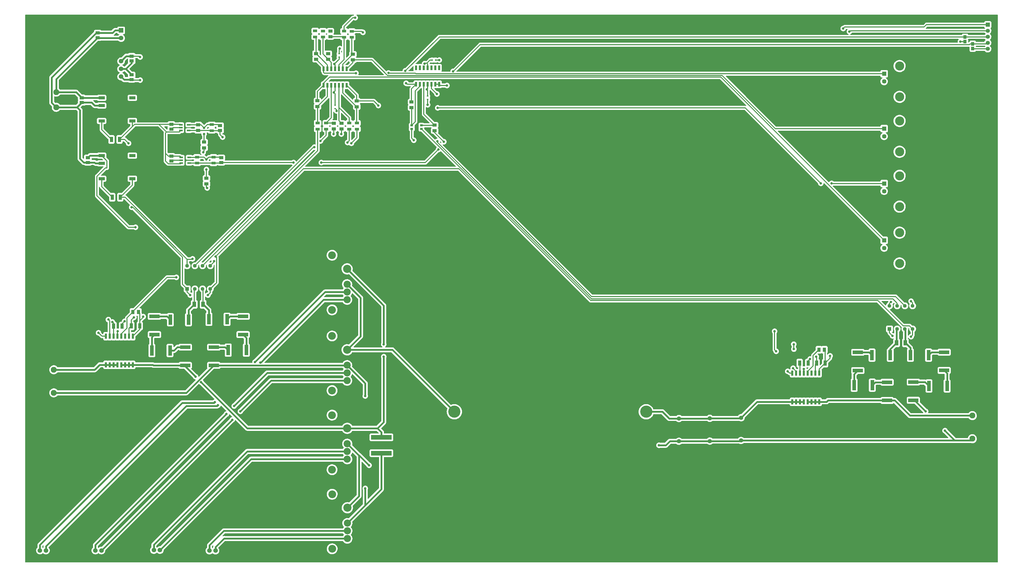
<source format=gbr>
%TF.GenerationSoftware,KiCad,Pcbnew,(6.0.10)*%
%TF.CreationDate,2023-03-07T15:46:30-03:00*%
%TF.ProjectId,PCB_Hbridge,5043425f-4862-4726-9964-67652e6b6963,rev?*%
%TF.SameCoordinates,Original*%
%TF.FileFunction,Copper,L1,Top*%
%TF.FilePolarity,Positive*%
%FSLAX46Y46*%
G04 Gerber Fmt 4.6, Leading zero omitted, Abs format (unit mm)*
G04 Created by KiCad (PCBNEW (6.0.10)) date 2023-03-07 15:46:30*
%MOMM*%
%LPD*%
G01*
G04 APERTURE LIST*
%TA.AperFunction,SMDPad,CuDef*%
%ADD10R,0.650000X1.800000*%
%TD*%
%TA.AperFunction,SMDPad,CuDef*%
%ADD11R,1.150000X1.800000*%
%TD*%
%TA.AperFunction,SMDPad,CuDef*%
%ADD12R,1.400000X1.000000*%
%TD*%
%TA.AperFunction,ComponentPad*%
%ADD13R,1.350000X1.350000*%
%TD*%
%TA.AperFunction,ComponentPad*%
%ADD14C,1.350000*%
%TD*%
%TA.AperFunction,SMDPad,CuDef*%
%ADD15R,1.050000X1.150000*%
%TD*%
%TA.AperFunction,SMDPad,CuDef*%
%ADD16R,1.470000X1.020000*%
%TD*%
%TA.AperFunction,SMDPad,CuDef*%
%ADD17R,1.020000X1.820000*%
%TD*%
%TA.AperFunction,SMDPad,CuDef*%
%ADD18R,3.350000X1.250000*%
%TD*%
%TA.AperFunction,SMDPad,CuDef*%
%ADD19R,1.150000X0.600000*%
%TD*%
%TA.AperFunction,ComponentPad*%
%ADD20C,1.950000*%
%TD*%
%TA.AperFunction,SMDPad,CuDef*%
%ADD21R,2.100000X1.000000*%
%TD*%
%TA.AperFunction,ComponentPad*%
%ADD22C,2.685000*%
%TD*%
%TA.AperFunction,ComponentPad*%
%ADD23C,2.340000*%
%TD*%
%TA.AperFunction,SMDPad,CuDef*%
%ADD24R,0.420000X0.620000*%
%TD*%
%TA.AperFunction,ComponentPad*%
%ADD25C,1.381000*%
%TD*%
%TA.AperFunction,SMDPad,CuDef*%
%ADD26R,1.450000X0.950000*%
%TD*%
%TA.AperFunction,ComponentPad*%
%ADD27C,2.550000*%
%TD*%
%TA.AperFunction,SMDPad,CuDef*%
%ADD28R,1.250000X3.350000*%
%TD*%
%TA.AperFunction,SMDPad,CuDef*%
%ADD29R,1.117600X1.447800*%
%TD*%
%TA.AperFunction,SMDPad,CuDef*%
%ADD30R,1.010000X1.820000*%
%TD*%
%TA.AperFunction,ComponentPad*%
%ADD31R,1.250000X1.250000*%
%TD*%
%TA.AperFunction,ComponentPad*%
%ADD32C,1.250000*%
%TD*%
%TA.AperFunction,ComponentPad*%
%ADD33C,1.500000*%
%TD*%
%TA.AperFunction,ComponentPad*%
%ADD34R,1.446000X1.446000*%
%TD*%
%TA.AperFunction,ComponentPad*%
%ADD35C,1.446000*%
%TD*%
%TA.AperFunction,ComponentPad*%
%ADD36C,3.000000*%
%TD*%
%TA.AperFunction,SMDPad,CuDef*%
%ADD37R,6.800000X1.500000*%
%TD*%
%TA.AperFunction,SMDPad,CuDef*%
%ADD38R,0.900000X0.650000*%
%TD*%
%TA.AperFunction,SMDPad,CuDef*%
%ADD39R,0.620000X0.420000*%
%TD*%
%TA.AperFunction,ComponentPad*%
%ADD40R,1.508000X1.508000*%
%TD*%
%TA.AperFunction,ComponentPad*%
%ADD41C,1.508000*%
%TD*%
%TA.AperFunction,SMDPad,CuDef*%
%ADD42R,0.700000X1.525000*%
%TD*%
%TA.AperFunction,ComponentPad*%
%ADD43C,4.000000*%
%TD*%
%TA.AperFunction,ViaPad*%
%ADD44C,0.800000*%
%TD*%
%TA.AperFunction,Conductor*%
%ADD45C,0.300000*%
%TD*%
%TA.AperFunction,Conductor*%
%ADD46C,0.600000*%
%TD*%
%TA.AperFunction,Conductor*%
%ADD47C,0.250000*%
%TD*%
G04 APERTURE END LIST*
D10*
%TO.P,U10,1,IP+_1*%
%TO.N,IP+_1*%
X56007000Y-143917000D03*
%TO.P,U10,2,IP+_2*%
X57277000Y-143917000D03*
%TO.P,U10,3,IP+_3*%
X58547000Y-143917000D03*
%TO.P,U10,4,IP+_4*%
X59817000Y-143917000D03*
%TO.P,U10,5,IP-_1*%
%TO.N,VDC+*%
X61087000Y-143917000D03*
%TO.P,U10,6,IP-_2*%
X62357000Y-143917000D03*
%TO.P,U10,7,IP-_3*%
X63627000Y-143917000D03*
%TO.P,U10,8,IP-_4*%
X64897000Y-143917000D03*
%TO.P,U10,9,VSS*%
%TO.N,GND*%
X64897000Y-134467000D03*
%TO.P,U10,10,VREF*%
%TO.N,I_VREF1*%
X63627000Y-134467000D03*
%TO.P,U10,11,NC*%
%TO.N,unconnected-(U10-Pad11)*%
X62357000Y-134467000D03*
%TO.P,U10,12,VOUT*%
%TO.N,I_VOUT1*%
X61087000Y-134467000D03*
%TO.P,U10,13,OCD_EXT*%
%TO.N,Net-(U10-Pad13)*%
X59817000Y-134467000D03*
%TO.P,U10,14,VDD*%
%TO.N,3V3*%
X58547000Y-134467000D03*
%TO.P,U10,15,VOC_EXT*%
%TO.N,Net-(U10-Pad15)*%
X57277000Y-134467000D03*
%TO.P,U10,16,OCD_INT*%
%TO.N,Net-(U10-Pad16)*%
X56007000Y-134467000D03*
%TD*%
D11*
%TO.P,R20,1*%
%TO.N,Net-(U11-Pad2)*%
X85164000Y-123952000D03*
%TO.P,R20,2*%
%TO.N,Net-(U11-Pad3)*%
X88064000Y-123952000D03*
%TD*%
D12*
%TO.P,R39,1*%
%TO.N,Net-(U14-Pad2)*%
X125730000Y-58753800D03*
%TO.P,R39,2*%
%TO.N,Vin_5V*%
X125730000Y-56853800D03*
%TD*%
D13*
%TO.P,J12,1,1*%
%TO.N,OCD_INT*%
X346583000Y-31750000D03*
D14*
%TO.P,J12,2,2*%
%TO.N,3V3*%
X346583000Y-33750000D03*
%TO.P,J12,3,3*%
%TO.N,Vout_3V3*%
X346583000Y-35750000D03*
%TO.P,J12,4,4*%
%TO.N,Iout_3V3*%
X346583000Y-37750000D03*
%TO.P,J12,5,5*%
%TO.N,GND*%
X346583000Y-39750000D03*
%TD*%
D15*
%TO.P,D2,1*%
%TO.N,Vout_3V3*%
X339090000Y-35776000D03*
%TO.P,D2,2*%
%TO.N,GND*%
X339090000Y-37376000D03*
%TD*%
D16*
%TO.P,C9,1*%
%TO.N,Net-(C9-Pad1)*%
X94034000Y-75603200D03*
%TO.P,C9,2*%
%TO.N,1V65*%
X94034000Y-77203200D03*
%TD*%
D17*
%TO.P,C20,1*%
%TO.N,3V3*%
X284604000Y-143357600D03*
%TO.P,C20,2*%
%TO.N,GND*%
X287404000Y-143357600D03*
%TD*%
D15*
%TO.P,D1,1*%
%TO.N,Iout_3V3*%
X341630000Y-38062000D03*
%TO.P,D1,2*%
%TO.N,GND*%
X341630000Y-39662000D03*
%TD*%
D18*
%TO.P,R16,1*%
%TO.N,Net-(R14-Pad1)*%
X72009000Y-133937000D03*
%TO.P,R16,2*%
%TO.N,Net-(R16-Pad2)*%
X72009000Y-127937000D03*
%TD*%
D16*
%TO.P,C4,1*%
%TO.N,GND*%
X77591000Y-76708000D03*
%TO.P,C4,2*%
%TO.N,5V_0*%
X77591000Y-75108000D03*
%TD*%
%TO.P,C12,1*%
%TO.N,24V-*%
X53340000Y-36068000D03*
%TO.P,C12,2*%
%TO.N,24V+*%
X53340000Y-34468000D03*
%TD*%
D19*
%TO.P,U7,1,IN*%
%TO.N,5V_0*%
X80712000Y-64775000D03*
%TO.P,U7,2,GND*%
%TO.N,GND*%
X80712000Y-65725000D03*
%TO.P,U7,3,EN*%
%TO.N,5V_0*%
X80712000Y-66675000D03*
%TO.P,U7,4,ADJ*%
%TO.N,3V3*%
X83312000Y-66675000D03*
%TO.P,U7,5,OUT*%
%TO.N,Net-(C8-Pad1)*%
X83312000Y-64775000D03*
%TD*%
D20*
%TO.P,J6,1,1*%
%TO.N,24V+*%
X39688000Y-59015000D03*
%TO.P,J6,2,2*%
%TO.N,24V-*%
X39688000Y-54015000D03*
%TD*%
D12*
%TO.P,R30,1*%
%TO.N,GND*%
X131114800Y-66135800D03*
%TO.P,R30,2*%
%TO.N,Net-(U14-Pad3)*%
X131114800Y-64235800D03*
%TD*%
D21*
%TO.P,U5,1,GND*%
%TO.N,24V-*%
X54640000Y-55880000D03*
%TO.P,U5,2,VIN*%
%TO.N,24V+*%
X54640000Y-58420000D03*
%TO.P,U5,4,0V*%
%TO.N,GND*%
X54640000Y-63500000D03*
%TO.P,U5,5,+VO*%
%TO.N,5V_0*%
X64740000Y-63500000D03*
%TO.P,U5,8*%
%TO.N,N/C*%
X64740000Y-55880000D03*
%TD*%
D22*
%TO.P,U4,1,DRAIN*%
%TO.N,VAC-*%
X135582000Y-191040000D03*
D23*
%TO.P,U4,2,POWER_SOURCE*%
%TO.N,VDC-*%
X135582000Y-196120000D03*
%TO.P,U4,3,DRIVER_SOURCE*%
%TO.N,SB2*%
X135582000Y-198660000D03*
%TO.P,U4,4,GATE*%
%TO.N,GB2*%
X135582000Y-201200000D03*
%TD*%
D12*
%TO.P,R40,1*%
%TO.N,Net-(U14-Pad6)*%
X138684000Y-58819800D03*
%TO.P,R40,2*%
%TO.N,Iin_5V*%
X138684000Y-56919800D03*
%TD*%
D18*
%TO.P,R22,1*%
%TO.N,VAC-*%
X322072000Y-155608000D03*
%TO.P,R22,2*%
%TO.N,Net-(R22-Pad2)*%
X322072000Y-149608000D03*
%TD*%
D24*
%TO.P,C28,1*%
%TO.N,-12V*%
X163534000Y-43434000D03*
%TO.P,C28,2*%
%TO.N,GND*%
X164634000Y-43434000D03*
%TD*%
D16*
%TO.P,C3,1*%
%TO.N,GND*%
X77577000Y-66233000D03*
%TO.P,C3,2*%
%TO.N,5V_0*%
X77577000Y-64633000D03*
%TD*%
D25*
%TO.P,C11,1*%
%TO.N,VAC-*%
X265303000Y-168850000D03*
%TO.P,C11,2*%
%TO.N,IP+_2*%
X265303000Y-161350000D03*
%TD*%
D22*
%TO.P,U3,1,DRAIN*%
%TO.N,VDC+*%
X135558000Y-164846000D03*
D23*
%TO.P,U3,2,POWER_SOURCE*%
%TO.N,VAC-*%
X135558000Y-169926000D03*
%TO.P,U3,3,DRIVER_SOURCE*%
%TO.N,SA2*%
X135558000Y-172466000D03*
%TO.P,U3,4,GATE*%
%TO.N,GA2*%
X135558000Y-175006000D03*
%TD*%
D19*
%TO.P,U8,1,IN*%
%TO.N,5V_0*%
X80863000Y-75504000D03*
%TO.P,U8,2,GND*%
%TO.N,GND*%
X80863000Y-76454000D03*
%TO.P,U8,3,EN*%
%TO.N,5V_0*%
X80863000Y-77404000D03*
%TO.P,U8,4,ADJ*%
%TO.N,1V65*%
X83463000Y-77404000D03*
%TO.P,U8,5,OUT*%
%TO.N,Net-(C9-Pad1)*%
X83463000Y-75504000D03*
%TD*%
D18*
%TO.P,R21,1*%
%TO.N,VAC+*%
X313436000Y-155654000D03*
%TO.P,R21,2*%
%TO.N,Net-(R21-Pad2)*%
X313436000Y-149654000D03*
%TD*%
D26*
%TO.P,R44,1*%
%TO.N,Net-(U14-Pad13)*%
X124973400Y-35786200D03*
%TO.P,R44,2*%
%TO.N,VOUT-_2*%
X124973400Y-33786200D03*
%TD*%
D27*
%TO.P,H4,1,1*%
%TO.N,unconnected-(H4-Pad1)*%
X130580000Y-204580000D03*
%TO.P,H4,2,2*%
%TO.N,unconnected-(H4-Pad2)*%
X130580000Y-186580000D03*
%TD*%
D22*
%TO.P,U1,1,DRAIN*%
%TO.N,VDC+*%
X135504000Y-112268000D03*
D23*
%TO.P,U1,2,POWER_SOURCE*%
%TO.N,Net-(U1-Pad2)*%
X135504000Y-117348000D03*
%TO.P,U1,3,DRIVER_SOURCE*%
%TO.N,SA1*%
X135504000Y-119888000D03*
%TO.P,U1,4,GATE*%
%TO.N,GA1*%
X135504000Y-122428000D03*
%TD*%
D12*
%TO.P,R48,1*%
%TO.N,GND*%
X129286000Y-41280000D03*
%TO.P,R48,2*%
%TO.N,Net-(U14-Pad12)*%
X129286000Y-43180000D03*
%TD*%
D18*
%TO.P,R25,1*%
%TO.N,Net-(R23-Pad1)*%
X303784000Y-145796000D03*
%TO.P,R25,2*%
%TO.N,Net-(R25-Pad2)*%
X303784000Y-139796000D03*
%TD*%
D12*
%TO.P,R4,1*%
%TO.N,Net-(C9-Pad1)*%
X89154000Y-82362000D03*
%TO.P,R4,2*%
%TO.N,GND*%
X89154000Y-84262000D03*
%TD*%
D16*
%TO.P,C8,1*%
%TO.N,Net-(C8-Pad1)*%
X93645200Y-65001200D03*
%TO.P,C8,2*%
%TO.N,3V3*%
X93645200Y-66601200D03*
%TD*%
D28*
%TO.P,R18,1*%
%TO.N,Net-(R16-Pad2)*%
X77264000Y-129032000D03*
%TO.P,R18,2*%
%TO.N,Net-(U11-Pad2)*%
X83264000Y-129032000D03*
%TD*%
D29*
%TO.P,C16,1*%
%TO.N,I_VOUT1*%
X64922400Y-126492000D03*
%TO.P,C16,2*%
%TO.N,GND*%
X66751200Y-126492000D03*
%TD*%
D26*
%TO.P,R5,1*%
%TO.N,Net-(C8-Pad1)*%
X90902000Y-64699600D03*
%TO.P,R5,2*%
%TO.N,3V3*%
X90902000Y-66699600D03*
%TD*%
D12*
%TO.P,R1,1*%
%TO.N,Net-(C8-Pad1)*%
X88392000Y-70470000D03*
%TO.P,R1,2*%
%TO.N,GND*%
X88392000Y-72370000D03*
%TD*%
D30*
%TO.P,C5,1*%
%TO.N,GND*%
X57862000Y-69596000D03*
%TO.P,C5,2*%
%TO.N,5V_0*%
X60502000Y-69596000D03*
%TD*%
D17*
%TO.P,C18,1*%
%TO.N,I_VREF2*%
X290192000Y-143357600D03*
%TO.P,C18,2*%
%TO.N,GND*%
X292992000Y-143357600D03*
%TD*%
D18*
%TO.P,R12,1*%
%TO.N,VDC+*%
X82169000Y-144097000D03*
%TO.P,R12,2*%
%TO.N,Net-(R12-Pad2)*%
X82169000Y-138097000D03*
%TD*%
%TO.P,R26,1*%
%TO.N,Net-(R24-Pad1)*%
X332232000Y-145748000D03*
%TO.P,R26,2*%
%TO.N,Net-(R26-Pad2)*%
X332232000Y-139748000D03*
%TD*%
D31*
%TO.P,U11,1,VDD1*%
%TO.N,5V_0*%
X82804000Y-118872000D03*
D32*
%TO.P,U11,2,VIN+*%
%TO.N,Net-(U11-Pad2)*%
X85344000Y-118872000D03*
%TO.P,U11,3,VIN-*%
%TO.N,Net-(U11-Pad3)*%
X87884000Y-118872000D03*
%TO.P,U11,4,GND1*%
%TO.N,24V-*%
X90424000Y-118872000D03*
%TO.P,U11,5,GND2*%
%TO.N,GND*%
X90424000Y-111252000D03*
%TO.P,U11,6,VOUT-*%
%TO.N,VOUT-_1*%
X87884000Y-111252000D03*
%TO.P,U11,7,VOUT+*%
%TO.N,VOUT+_1*%
X85344000Y-111252000D03*
%TO.P,U11,8,VDD2*%
%TO.N,5V_1*%
X82804000Y-111252000D03*
%TD*%
D33*
%TO.P,J2,1,1*%
%TO.N,GB1*%
X54562000Y-205129000D03*
%TO.P,J2,2,2*%
%TO.N,SB1*%
X52562000Y-205129000D03*
%TD*%
D28*
%TO.P,R24,1*%
%TO.N,Net-(R24-Pad1)*%
X333200000Y-150876000D03*
%TO.P,R24,2*%
%TO.N,Net-(R22-Pad2)*%
X327200000Y-150876000D03*
%TD*%
%TO.P,R15,1*%
%TO.N,Net-(R15-Pad1)*%
X102314000Y-139065000D03*
%TO.P,R15,2*%
%TO.N,Net-(R13-Pad2)*%
X96314000Y-139065000D03*
%TD*%
D12*
%TO.P,R42,1*%
%TO.N,Net-(U14-Pad13)*%
X125278200Y-41280000D03*
%TO.P,R42,2*%
%TO.N,Vout_5V*%
X125278200Y-43180000D03*
%TD*%
D26*
%TO.P,R35,1*%
%TO.N,Net-(U14-Pad6)*%
X138734800Y-64185800D03*
%TO.P,R35,2*%
%TO.N,I_VREF1*%
X138734800Y-66185800D03*
%TD*%
D27*
%TO.P,H3,1,1*%
%TO.N,unconnected-(H3-Pad1)*%
X130556000Y-178492400D03*
%TO.P,H3,2,2*%
%TO.N,unconnected-(H3-Pad2)*%
X130556000Y-160492400D03*
%TD*%
D20*
%TO.P,J5,1,1*%
%TO.N,IP+_1*%
X38862000Y-145542000D03*
%TO.P,J5,2,2*%
%TO.N,VDC-*%
X38862000Y-153162000D03*
%TD*%
%TO.P,J7,1,1*%
%TO.N,VAC+*%
X341503000Y-160655000D03*
%TO.P,J7,2,2*%
%TO.N,VAC-*%
X341503000Y-168275000D03*
%TD*%
D34*
%TO.P,J8,1,1*%
%TO.N,Vout_5V*%
X312449500Y-47940000D03*
D35*
%TO.P,J8,2,2*%
%TO.N,GND*%
X312449500Y-50480000D03*
D36*
%TO.P,J8,MH1,MH1*%
%TO.N,unconnected-(J8-PadMH1)*%
X317529500Y-45400000D03*
%TO.P,J8,MH2,MH2*%
%TO.N,unconnected-(J8-PadMH2)*%
X317529500Y-55560000D03*
%TD*%
D37*
%TO.P,C21,1*%
%TO.N,VDC+*%
X146812000Y-167834000D03*
%TO.P,C21,2*%
%TO.N,VDC-*%
X146812000Y-173034000D03*
%TD*%
D16*
%TO.P,C13,1*%
%TO.N,GND*%
X64516000Y-43726000D03*
%TO.P,C13,2*%
%TO.N,-12V*%
X64516000Y-42126000D03*
%TD*%
D34*
%TO.P,J10,1,1*%
%TO.N,Vin_5V*%
X312449500Y-102870000D03*
D35*
%TO.P,J10,2,2*%
%TO.N,GND*%
X312449500Y-105410000D03*
D36*
%TO.P,J10,MH1,MH1*%
%TO.N,unconnected-(J10-PadMH1)*%
X317529500Y-100330000D03*
%TO.P,J10,MH2,MH2*%
%TO.N,unconnected-(J10-PadMH2)*%
X317529500Y-110490000D03*
%TD*%
D26*
%TO.P,R47,1*%
%TO.N,Net-(U14-Pad9)*%
X137033000Y-35913800D03*
%TO.P,R47,2*%
%TO.N,I_VREF2*%
X137033000Y-33913800D03*
%TD*%
D38*
%TO.P,R37,1*%
%TO.N,VOUT+_2*%
X159982000Y-66107000D03*
%TO.P,R37,2*%
%TO.N,Net-(R32-Pad2)*%
X159982000Y-64957000D03*
%TD*%
D16*
%TO.P,C2,1*%
%TO.N,24V-*%
X50102000Y-75614000D03*
%TO.P,C2,2*%
%TO.N,24V+*%
X50102000Y-77214000D03*
%TD*%
D39*
%TO.P,C24,1*%
%TO.N,GND*%
X131568000Y-59478000D03*
%TO.P,C24,2*%
%TO.N,+12V*%
X131568000Y-58378000D03*
%TD*%
D26*
%TO.P,R34,1*%
%TO.N,Net-(U14-Pad5)*%
X136194800Y-64185800D03*
%TO.P,R34,2*%
%TO.N,I_VOUT1*%
X136194800Y-66185800D03*
%TD*%
D21*
%TO.P,U6,1,GND*%
%TO.N,24V-*%
X54640000Y-74930000D03*
%TO.P,U6,2,VIN*%
%TO.N,24V+*%
X54640000Y-77470000D03*
%TO.P,U6,4,0V*%
%TO.N,GND*%
X54640000Y-82550000D03*
%TO.P,U6,5,+VO*%
%TO.N,5V_1*%
X64740000Y-82550000D03*
%TO.P,U6,8*%
%TO.N,N/C*%
X64740000Y-74930000D03*
%TD*%
D18*
%TO.P,R17,1*%
%TO.N,Net-(R15-Pad1)*%
X101219000Y-133937000D03*
%TO.P,R17,2*%
%TO.N,Net-(R17-Pad2)*%
X101219000Y-127937000D03*
%TD*%
D26*
%TO.P,R33,1*%
%TO.N,Net-(U14-Pad3)*%
X128617000Y-64185800D03*
%TO.P,R33,2*%
%TO.N,VOUT+_1*%
X128617000Y-66185800D03*
%TD*%
D17*
%TO.P,C17,1*%
%TO.N,3V3*%
X58544000Y-131159000D03*
%TO.P,C17,2*%
%TO.N,GND*%
X61344000Y-131159000D03*
%TD*%
D25*
%TO.P,C7,1*%
%TO.N,IP+_2*%
X244833000Y-161613200D03*
%TO.P,C7,2*%
%TO.N,VAC-*%
X244833000Y-169113200D03*
%TD*%
D16*
%TO.P,C1,1*%
%TO.N,24V-*%
X48070000Y-55842000D03*
%TO.P,C1,2*%
%TO.N,24V+*%
X48070000Y-57442000D03*
%TD*%
D12*
%TO.P,R43,1*%
%TO.N,Net-(U14-Pad9)*%
X137414000Y-41468000D03*
%TO.P,R43,2*%
%TO.N,Iout_5V*%
X137414000Y-43368000D03*
%TD*%
D28*
%TO.P,R27,1*%
%TO.N,Net-(R25-Pad2)*%
X308452000Y-140716000D03*
%TO.P,R27,2*%
%TO.N,Net-(U13-Pad2)*%
X314452000Y-140716000D03*
%TD*%
D40*
%TO.P,U9,1,VIN*%
%TO.N,24V+*%
X61045000Y-33655000D03*
D41*
%TO.P,U9,2,GND*%
%TO.N,24V-*%
X61045000Y-36195000D03*
%TO.P,U9,5,-VO*%
%TO.N,-12V*%
X61045000Y-43815000D03*
%TO.P,U9,6,0V*%
%TO.N,GND*%
X61045000Y-46355000D03*
%TO.P,U9,7,+VO*%
%TO.N,+12V*%
X61045000Y-48895000D03*
%TD*%
D12*
%TO.P,R49,1*%
%TO.N,GND*%
X129997200Y-33855000D03*
%TO.P,R49,2*%
%TO.N,Net-(U14-Pad10)*%
X129997200Y-35755000D03*
%TD*%
D22*
%TO.P,U2,1,DRAIN*%
%TO.N,Net-(U1-Pad2)*%
X135504000Y-138961600D03*
D23*
%TO.P,U2,2,POWER_SOURCE*%
%TO.N,VDC-*%
X135504000Y-144041600D03*
%TO.P,U2,3,DRIVER_SOURCE*%
%TO.N,SB1*%
X135504000Y-146581600D03*
%TO.P,U2,4,GATE*%
%TO.N,GB1*%
X135504000Y-149121600D03*
%TD*%
D18*
%TO.P,R13,1*%
%TO.N,VDC-*%
X91567000Y-144097000D03*
%TO.P,R13,2*%
%TO.N,Net-(R13-Pad2)*%
X91567000Y-138097000D03*
%TD*%
D42*
%TO.P,U15,1,OUTPUT_1*%
%TO.N,Vout_3V3*%
X158242000Y-51429200D03*
%TO.P,U15,2,INVERTING_INPUT_1*%
%TO.N,Net-(R38-Pad2)*%
X159512000Y-51429200D03*
%TO.P,U15,3,NON-INVERTING_INPUT_1*%
%TO.N,Net-(R32-Pad2)*%
X160782000Y-51429200D03*
%TO.P,U15,4,VCC+*%
%TO.N,+12V*%
X162052000Y-51429200D03*
%TO.P,U15,5,NON-INVERTING_INPUT_2*%
%TO.N,I_VOUT2*%
X163322000Y-51429200D03*
%TO.P,U15,6,INVERTING_INPUT_2*%
%TO.N,Iout_3V3*%
X164592000Y-51429200D03*
%TO.P,U15,7,OUTPUT_2*%
X165862000Y-51429200D03*
%TO.P,U15,8,OUTPUT_3*%
%TO.N,unconnected-(U15-Pad8)*%
X165862000Y-46005200D03*
%TO.P,U15,9,INVERTING_INPUT_3*%
%TO.N,unconnected-(U15-Pad9)*%
X164592000Y-46005200D03*
%TO.P,U15,10,NON-INVERTING_INPUT_3*%
%TO.N,unconnected-(U15-Pad10)*%
X163322000Y-46005200D03*
%TO.P,U15,11,VCC-*%
%TO.N,-12V*%
X162052000Y-46005200D03*
%TO.P,U15,12,NON-INVERTING_INPUT_4*%
%TO.N,unconnected-(U15-Pad12)*%
X160782000Y-46005200D03*
%TO.P,U15,13,INVERTING_INPUT_4*%
%TO.N,unconnected-(U15-Pad13)*%
X159512000Y-46005200D03*
%TO.P,U15,14,OUTPUT_4*%
%TO.N,unconnected-(U15-Pad14)*%
X158242000Y-46005200D03*
%TD*%
D38*
%TO.P,R38,1*%
%TO.N,VOUT-_2*%
X156807000Y-66092000D03*
%TO.P,R38,2*%
%TO.N,Net-(R38-Pad2)*%
X156807000Y-64942000D03*
%TD*%
D28*
%TO.P,R28,1*%
%TO.N,Net-(R26-Pad2)*%
X327104000Y-140716000D03*
%TO.P,R28,2*%
%TO.N,Net-(U13-Pad3)*%
X321104000Y-140716000D03*
%TD*%
D27*
%TO.P,H1,1,1*%
%TO.N,unconnected-(H1-Pad1)*%
X130556000Y-125787400D03*
%TO.P,H1,2,2*%
%TO.N,unconnected-(H1-Pad2)*%
X130556000Y-107787400D03*
%TD*%
D42*
%TO.P,U14,1,OUTPUT_1*%
%TO.N,Vin_5V*%
X127762000Y-51734000D03*
%TO.P,U14,2,INVERTING_INPUT_1*%
%TO.N,Net-(U14-Pad2)*%
X129032000Y-51734000D03*
%TO.P,U14,3,NON-INVERTING_INPUT_1*%
%TO.N,Net-(U14-Pad3)*%
X130302000Y-51734000D03*
%TO.P,U14,4,VCC+*%
%TO.N,+12V*%
X131572000Y-51734000D03*
%TO.P,U14,5,NON-INVERTING_INPUT_2*%
%TO.N,Net-(U14-Pad5)*%
X132842000Y-51734000D03*
%TO.P,U14,6,INVERTING_INPUT_2*%
%TO.N,Net-(U14-Pad6)*%
X134112000Y-51734000D03*
%TO.P,U14,7,OUTPUT_2*%
%TO.N,Iin_5V*%
X135382000Y-51734000D03*
%TO.P,U14,8,OUTPUT_3*%
%TO.N,Iout_5V*%
X135382000Y-46310000D03*
%TO.P,U14,9,INVERTING_INPUT_3*%
%TO.N,Net-(U14-Pad9)*%
X134112000Y-46310000D03*
%TO.P,U14,10,NON-INVERTING_INPUT_3*%
%TO.N,Net-(U14-Pad10)*%
X132842000Y-46310000D03*
%TO.P,U14,11,VCC-*%
%TO.N,-12V*%
X131572000Y-46310000D03*
%TO.P,U14,12,NON-INVERTING_INPUT_4*%
%TO.N,Net-(U14-Pad12)*%
X130302000Y-46310000D03*
%TO.P,U14,13,INVERTING_INPUT_4*%
%TO.N,Net-(U14-Pad13)*%
X129032000Y-46310000D03*
%TO.P,U14,14,OUTPUT_4*%
%TO.N,Vout_5V*%
X127762000Y-46310000D03*
%TD*%
D28*
%TO.P,R23,1*%
%TO.N,Net-(R23-Pad1)*%
X302562000Y-150622000D03*
%TO.P,R23,2*%
%TO.N,Net-(R21-Pad2)*%
X308562000Y-150622000D03*
%TD*%
D26*
%TO.P,R6,1*%
%TO.N,1V65*%
X91494000Y-77403200D03*
%TO.P,R6,2*%
%TO.N,Net-(C9-Pad1)*%
X91494000Y-75403200D03*
%TD*%
D12*
%TO.P,R2,1*%
%TO.N,Net-(C8-Pad1)*%
X86457000Y-64775000D03*
%TO.P,R2,2*%
%TO.N,3V3*%
X86457000Y-66675000D03*
%TD*%
D17*
%TO.P,C15,1*%
%TO.N,I_VREF1*%
X64386000Y-131064000D03*
%TO.P,C15,2*%
%TO.N,GND*%
X67186000Y-131064000D03*
%TD*%
D27*
%TO.P,H2,1,1*%
%TO.N,unconnected-(H2-Pad1)*%
X130556000Y-152400000D03*
%TO.P,H2,2,2*%
%TO.N,unconnected-(H2-Pad2)*%
X130556000Y-134400000D03*
%TD*%
D12*
%TO.P,R32,1*%
%TO.N,1V65*%
X164338000Y-66736000D03*
%TO.P,R32,2*%
%TO.N,Net-(R32-Pad2)*%
X164338000Y-64836000D03*
%TD*%
D28*
%TO.P,R19,1*%
%TO.N,Net-(R17-Pad2)*%
X95964000Y-128905000D03*
%TO.P,R19,2*%
%TO.N,Net-(U11-Pad3)*%
X89964000Y-128905000D03*
%TD*%
D26*
%TO.P,R3,1*%
%TO.N,1V65*%
X86049200Y-77403200D03*
%TO.P,R3,2*%
%TO.N,Net-(C9-Pad1)*%
X86049200Y-75403200D03*
%TD*%
D11*
%TO.P,R29,1*%
%TO.N,Net-(U13-Pad2)*%
X316558000Y-136652000D03*
%TO.P,R29,2*%
%TO.N,Net-(U13-Pad3)*%
X319458000Y-136652000D03*
%TD*%
D29*
%TO.P,C19,1*%
%TO.N,I_VOUT2*%
X290931600Y-138938000D03*
%TO.P,C19,2*%
%TO.N,GND*%
X292760400Y-138938000D03*
%TD*%
D26*
%TO.P,R36,1*%
%TO.N,Net-(U14-Pad2)*%
X125797000Y-64185800D03*
%TO.P,R36,2*%
%TO.N,VOUT-_1*%
X125797000Y-66185800D03*
%TD*%
D34*
%TO.P,J11,1,1*%
%TO.N,Iin_5V*%
X312449500Y-84140000D03*
D35*
%TO.P,J11,2,2*%
%TO.N,GND*%
X312449500Y-86680000D03*
D36*
%TO.P,J11,MH1,MH1*%
%TO.N,unconnected-(J11-PadMH1)*%
X317529500Y-81600000D03*
%TO.P,J11,MH2,MH2*%
%TO.N,unconnected-(J11-PadMH2)*%
X317529500Y-91760000D03*
%TD*%
D39*
%TO.P,C26,1*%
%TO.N,-12V*%
X132876000Y-42460000D03*
%TO.P,C26,2*%
%TO.N,GND*%
X132876000Y-41360000D03*
%TD*%
D34*
%TO.P,J9,1,1*%
%TO.N,Iout_5V*%
X312449500Y-66040000D03*
D35*
%TO.P,J9,2,2*%
%TO.N,GND*%
X312449500Y-68580000D03*
D36*
%TO.P,J9,MH1,MH1*%
%TO.N,unconnected-(J9-PadMH1)*%
X317529500Y-63500000D03*
%TO.P,J9,MH2,MH2*%
%TO.N,unconnected-(J9-PadMH2)*%
X317529500Y-73660000D03*
%TD*%
D31*
%TO.P,U13,1,VDD1*%
%TO.N,5V_0*%
X314198000Y-132080000D03*
D32*
%TO.P,U13,2,VIN+*%
%TO.N,Net-(U13-Pad2)*%
X316738000Y-132080000D03*
%TO.P,U13,3,VIN-*%
%TO.N,Net-(U13-Pad3)*%
X319278000Y-132080000D03*
%TO.P,U13,4,GND1*%
%TO.N,24V-*%
X321818000Y-132080000D03*
%TO.P,U13,5,GND2*%
%TO.N,GND*%
X321818000Y-124460000D03*
%TO.P,U13,6,VOUT-*%
%TO.N,VOUT-_2*%
X319278000Y-124460000D03*
%TO.P,U13,7,VOUT+*%
%TO.N,VOUT+_2*%
X316738000Y-124460000D03*
%TO.P,U13,8,VDD2*%
%TO.N,5V_1*%
X314198000Y-124460000D03*
%TD*%
D39*
%TO.P,C22,1*%
%TO.N,GND*%
X162056000Y-56430000D03*
%TO.P,C22,2*%
%TO.N,+12V*%
X162056000Y-55330000D03*
%TD*%
D10*
%TO.P,U12,1,IP+_1*%
%TO.N,IP+_2*%
X282194000Y-156109000D03*
%TO.P,U12,2,IP+_2*%
X283464000Y-156109000D03*
%TO.P,U12,3,IP+_3*%
X284734000Y-156109000D03*
%TO.P,U12,4,IP+_4*%
X286004000Y-156109000D03*
%TO.P,U12,5,IP-_1*%
%TO.N,VAC+*%
X287274000Y-156109000D03*
%TO.P,U12,6,IP-_2*%
X288544000Y-156109000D03*
%TO.P,U12,7,IP-_3*%
X289814000Y-156109000D03*
%TO.P,U12,8,IP-_4*%
X291084000Y-156109000D03*
%TO.P,U12,9,VSS*%
%TO.N,GND*%
X291084000Y-146659000D03*
%TO.P,U12,10,VREF*%
%TO.N,I_VREF2*%
X289814000Y-146659000D03*
%TO.P,U12,11,NC*%
%TO.N,unconnected-(U12-Pad11)*%
X288544000Y-146659000D03*
%TO.P,U12,12,VOUT*%
%TO.N,I_VOUT2*%
X287274000Y-146659000D03*
%TO.P,U12,13,OCD_EXT*%
%TO.N,Net-(U12-Pad13)*%
X286004000Y-146659000D03*
%TO.P,U12,14,VDD*%
%TO.N,3V3*%
X284734000Y-146659000D03*
%TO.P,U12,15,VOC_EXT*%
%TO.N,Net-(U12-Pad15)*%
X283464000Y-146659000D03*
%TO.P,U12,16,OCD_INT*%
%TO.N,OCD_INT*%
X282194000Y-146659000D03*
%TD*%
D26*
%TO.P,R46,1*%
%TO.N,Net-(U14-Pad10)*%
X134493000Y-35876800D03*
%TO.P,R46,2*%
%TO.N,I_VOUT2*%
X134493000Y-33876800D03*
%TD*%
D12*
%TO.P,R31,1*%
%TO.N,GND*%
X133654800Y-66135800D03*
%TO.P,R31,2*%
%TO.N,Net-(U14-Pad5)*%
X133654800Y-64235800D03*
%TD*%
D30*
%TO.P,C6,1*%
%TO.N,GND*%
X58116000Y-88646000D03*
%TO.P,C6,2*%
%TO.N,5V_1*%
X60756000Y-88646000D03*
%TD*%
D26*
%TO.P,R45,1*%
%TO.N,Net-(U14-Pad12)*%
X127533400Y-35843000D03*
%TO.P,R45,2*%
%TO.N,VOUT+_2*%
X127533400Y-33843000D03*
%TD*%
D28*
%TO.P,R14,1*%
%TO.N,Net-(R14-Pad1)*%
X71168000Y-139192000D03*
%TO.P,R14,2*%
%TO.N,Net-(R12-Pad2)*%
X77168000Y-139192000D03*
%TD*%
D25*
%TO.P,C10,1*%
%TO.N,IP+_2*%
X254993000Y-161553200D03*
%TO.P,C10,2*%
%TO.N,VAC-*%
X254993000Y-169053200D03*
%TD*%
D43*
%TO.P,L1,1,1*%
%TO.N,Net-(U1-Pad2)*%
X170838000Y-159385000D03*
%TO.P,L1,2,2*%
%TO.N,IP+_2*%
X234038000Y-159385000D03*
%TD*%
D33*
%TO.P,J3,1,1*%
%TO.N,GA2*%
X73834000Y-204997000D03*
%TO.P,J3,2,2*%
%TO.N,SA2*%
X71834000Y-204997000D03*
%TD*%
%TO.P,J4,1,1*%
%TO.N,GB2*%
X92138000Y-205178000D03*
%TO.P,J4,2,2*%
%TO.N,SB2*%
X90138000Y-205178000D03*
%TD*%
D16*
%TO.P,C14,1*%
%TO.N,GND*%
X64516000Y-48276000D03*
%TO.P,C14,2*%
%TO.N,+12V*%
X64516000Y-49876000D03*
%TD*%
D12*
%TO.P,R41,1*%
%TO.N,Net-(R38-Pad2)*%
X156718000Y-59116000D03*
%TO.P,R41,2*%
%TO.N,Vout_3V3*%
X156718000Y-57216000D03*
%TD*%
D33*
%TO.P,J1,1,1*%
%TO.N,GA1*%
X36290000Y-205129000D03*
%TO.P,J1,2,2*%
%TO.N,SA1*%
X34290000Y-205129000D03*
%TD*%
D44*
%TO.N,24V-*%
X92202000Y-108204000D03*
X321310000Y-134620000D03*
X89662000Y-120904000D03*
X65786000Y-98552000D03*
%TO.N,GND*%
X288036000Y-141986000D03*
X165862000Y-43434000D03*
X91694000Y-109728000D03*
X132042500Y-60198000D03*
X62192500Y-129540000D03*
X321310000Y-122936000D03*
X294640000Y-140970000D03*
X133604000Y-67818000D03*
X337566000Y-37338000D03*
X133096000Y-39624000D03*
X68326000Y-128016000D03*
X89408000Y-85598000D03*
X88080668Y-73856668D03*
X131064000Y-67818000D03*
X162056000Y-58162000D03*
%TO.N,5V_0*%
X315214000Y-134366000D03*
X64516000Y-91948000D03*
X83820000Y-120904000D03*
X63500000Y-70866000D03*
%TO.N,5V_1*%
X314706000Y-123190000D03*
X84582000Y-108966000D03*
%TO.N,VAC-*%
X332486000Y-165608000D03*
X142748000Y-177038000D03*
X326136000Y-159258000D03*
X238252000Y-170434000D03*
%TO.N,Net-(C8-Pad1)*%
X88392000Y-67818000D03*
X88392000Y-65786000D03*
%TO.N,3V3*%
X282660000Y-137122500D03*
X282702000Y-138721500D03*
X300990000Y-34036000D03*
X94488000Y-68834000D03*
X58166000Y-129794000D03*
%TO.N,Net-(C9-Pad1)*%
X89154000Y-79502000D03*
X89154000Y-76200000D03*
%TO.N,1V65*%
X117856000Y-77216000D03*
X167386000Y-70358000D03*
X127000000Y-77216000D03*
X165608000Y-72898000D03*
%TO.N,-12V*%
X161036000Y-44593198D03*
X131318000Y-44704000D03*
X67310000Y-42418000D03*
%TO.N,+12V*%
X161798000Y-53086000D03*
X131101500Y-54102000D03*
X67310000Y-50038000D03*
%TO.N,I_VREF1*%
X136906000Y-70866000D03*
X65278000Y-128270000D03*
%TO.N,I_VOUT1*%
X79248000Y-115062000D03*
X135636000Y-70612000D03*
%TO.N,I_VREF2*%
X140716000Y-34290000D03*
X290068000Y-141186500D03*
%TO.N,I_VOUT2*%
X138176000Y-29464000D03*
X165100000Y-54610000D03*
%TO.N,Iout_3V3*%
X168402000Y-51816000D03*
X170434000Y-47140500D03*
%TO.N,Vout_3V3*%
X154940000Y-51066200D03*
X154686000Y-46952500D03*
%TO.N,VDC+*%
X87388398Y-149618398D03*
X147574000Y-141224000D03*
X85598000Y-147828000D03*
X147574000Y-137160000D03*
%TO.N,SA1*%
X91948000Y-156210000D03*
X105156000Y-143002000D03*
%TO.N,GA1*%
X106934000Y-143147500D03*
X92964000Y-157226000D03*
%TO.N,VDC-*%
X141478000Y-154178000D03*
X141478000Y-184658000D03*
%TO.N,SB1*%
X95758000Y-160123000D03*
X98298000Y-157480000D03*
%TO.N,GB1*%
X97655000Y-162052000D03*
X100330000Y-159258000D03*
%TO.N,Net-(U10-Pad13)*%
X59944000Y-132842000D03*
%TO.N,Net-(U10-Pad16)*%
X53594000Y-133350000D03*
%TO.N,Net-(U12-Pad13)*%
X286004000Y-145288000D03*
%TO.N,Net-(U12-Pad15)*%
X282448000Y-145034000D03*
%TO.N,OCD_INT*%
X298958000Y-33020000D03*
X280670000Y-146050000D03*
X276352000Y-132842000D03*
X276860000Y-139446000D03*
%TO.N,VOUT+_1*%
X126746000Y-70104000D03*
X124714000Y-72136000D03*
%TO.N,VOUT-_2*%
X157480000Y-69850000D03*
X165231832Y-70226168D03*
%TO.N,Iin_5V*%
X145796000Y-58420000D03*
X291592000Y-84074000D03*
X165354000Y-59182000D03*
X295148000Y-84074000D03*
%TO.N,Net-(U10-Pad15)*%
X56856345Y-128992345D03*
%TO.N,Vout_5V*%
X149136583Y-47675917D03*
X138430000Y-47752000D03*
%TD*%
D45*
%TO.N,24V-*%
X172345182Y-79248000D02*
X215821182Y-122724000D01*
X92202000Y-108204000D02*
X92494000Y-108496000D01*
X321818000Y-134112000D02*
X321818000Y-132080000D01*
X92202000Y-108204000D02*
X121158000Y-79248000D01*
X318719000Y-131055000D02*
X320793000Y-131055000D01*
D46*
X53467000Y-36195000D02*
X53340000Y-36068000D01*
D45*
X54640000Y-74930000D02*
X56388000Y-76678000D01*
X215821182Y-122724000D02*
X310388000Y-122724000D01*
D46*
X46243000Y-54015000D02*
X48070000Y-55842000D01*
D45*
X92494000Y-108496000D02*
X92494000Y-116802000D01*
X321310000Y-134620000D02*
X321818000Y-134112000D01*
X55846000Y-78994000D02*
X53086000Y-81754000D01*
D46*
X54640000Y-74930000D02*
X50786000Y-74930000D01*
D45*
X63500000Y-98552000D02*
X65786000Y-98552000D01*
X310388000Y-122724000D02*
X318719000Y-131055000D01*
X320793000Y-131055000D02*
X321818000Y-132080000D01*
D46*
X48070000Y-55842000D02*
X54602000Y-55842000D01*
D45*
X53086000Y-81754000D02*
X53086000Y-88138000D01*
X53086000Y-88138000D02*
X63500000Y-98552000D01*
D46*
X39688000Y-54015000D02*
X39688000Y-49720000D01*
X39688000Y-49720000D02*
X53340000Y-36068000D01*
D45*
X121158000Y-79248000D02*
X172345182Y-79248000D01*
X56388000Y-76678000D02*
X56388000Y-78994000D01*
X89662000Y-120904000D02*
X90424000Y-120142000D01*
X56388000Y-78994000D02*
X55846000Y-78994000D01*
D46*
X61045000Y-36195000D02*
X53467000Y-36195000D01*
X39688000Y-54015000D02*
X46243000Y-54015000D01*
D45*
X92494000Y-116802000D02*
X90424000Y-118872000D01*
D46*
X50786000Y-74930000D02*
X50102000Y-75614000D01*
X54602000Y-55842000D02*
X54640000Y-55880000D01*
D45*
X90424000Y-120142000D02*
X90424000Y-118872000D01*
D46*
%TO.N,24V+*%
X52578000Y-77470000D02*
X54640000Y-77470000D01*
X52908000Y-34468000D02*
X53340000Y-34468000D01*
X46497000Y-59015000D02*
X48070000Y-57442000D01*
X47498000Y-59944000D02*
X46569000Y-59015000D01*
X52324000Y-58420000D02*
X54640000Y-58420000D01*
X53340000Y-34468000D02*
X58242000Y-34468000D01*
X59055000Y-33655000D02*
X61045000Y-33655000D01*
X51346000Y-57442000D02*
X52324000Y-58420000D01*
X39688000Y-59015000D02*
X46497000Y-59015000D01*
X47498000Y-75945000D02*
X47498000Y-59944000D01*
X46569000Y-59015000D02*
X46497000Y-59015000D01*
X39688000Y-59015000D02*
X38163000Y-57490000D01*
X38163000Y-57490000D02*
X38163000Y-49213000D01*
X52322000Y-77214000D02*
X52578000Y-77470000D01*
X48767000Y-77214000D02*
X47498000Y-75945000D01*
X48070000Y-57442000D02*
X51346000Y-57442000D01*
X58242000Y-34468000D02*
X59055000Y-33655000D01*
X50102000Y-77214000D02*
X48767000Y-77214000D01*
X50102000Y-77214000D02*
X52322000Y-77214000D01*
X38163000Y-49213000D02*
X52908000Y-34468000D01*
D45*
%TO.N,GND*%
X321310000Y-122936000D02*
X321818000Y-123444000D01*
X54640000Y-85170000D02*
X58116000Y-88646000D01*
X54640000Y-63500000D02*
X54640000Y-66374000D01*
X321818000Y-123444000D02*
X321818000Y-124460000D01*
D46*
X64516000Y-44450000D02*
X64516000Y-43726000D01*
D45*
X54640000Y-82550000D02*
X54640000Y-85170000D01*
X162056000Y-56430000D02*
X162056000Y-58162000D01*
X77591000Y-76708000D02*
X77845000Y-76454000D01*
X346583000Y-39750000D02*
X341718000Y-39750000D01*
X133654800Y-66135800D02*
X133654800Y-67767200D01*
X67186000Y-132178000D02*
X67186000Y-131064000D01*
X131114800Y-66135800D02*
X131114800Y-67767200D01*
X291084000Y-145265600D02*
X292992000Y-143357600D01*
X292992000Y-143357600D02*
X294640000Y-141709600D01*
D46*
X64516000Y-48260000D02*
X64516000Y-48276000D01*
D45*
X68326000Y-128276000D02*
X68326000Y-128016000D01*
X287404000Y-143357600D02*
X287404000Y-142618000D01*
X64897000Y-134467000D02*
X67186000Y-132178000D01*
X131568000Y-59478000D02*
X131668000Y-59478000D01*
X61344000Y-130388500D02*
X62192500Y-129540000D01*
X77845000Y-76454000D02*
X80863000Y-76454000D01*
X88392000Y-73406000D02*
X88138000Y-73660000D01*
X337566000Y-37338000D02*
X337604000Y-37376000D01*
X78085000Y-65725000D02*
X77577000Y-66233000D01*
X292992000Y-143357600D02*
X292992000Y-139169600D01*
X287404000Y-142618000D02*
X288036000Y-141986000D01*
X132876000Y-41360000D02*
X132876000Y-39844000D01*
X132876000Y-39844000D02*
X133096000Y-39624000D01*
D47*
X88138000Y-73799336D02*
X88080668Y-73856668D01*
D45*
X91694000Y-109982000D02*
X91694000Y-109728000D01*
X54640000Y-66374000D02*
X57862000Y-69596000D01*
X67186000Y-129416000D02*
X68326000Y-128276000D01*
X61344000Y-131159000D02*
X61344000Y-130388500D01*
D46*
X61045000Y-46355000D02*
X62611000Y-46355000D01*
D45*
X67186000Y-131064000D02*
X67186000Y-129416000D01*
D47*
X133654800Y-67767200D02*
X133604000Y-67818000D01*
D45*
X80712000Y-65725000D02*
X78085000Y-65725000D01*
X341718000Y-39750000D02*
X341630000Y-39662000D01*
D47*
X132080000Y-60198000D02*
X132042500Y-60198000D01*
D45*
X131668000Y-59478000D02*
X132080000Y-59890000D01*
X90424000Y-111252000D02*
X91694000Y-109982000D01*
X88392000Y-72370000D02*
X88392000Y-73406000D01*
D47*
X88138000Y-73660000D02*
X88138000Y-73799336D01*
D45*
X164634000Y-43434000D02*
X165862000Y-43434000D01*
X339090000Y-37376000D02*
X337604000Y-37376000D01*
X291084000Y-146659000D02*
X291084000Y-145265600D01*
X294640000Y-141709600D02*
X294640000Y-140970000D01*
D47*
X131114800Y-67767200D02*
X131064000Y-67818000D01*
D45*
X162056000Y-58162000D02*
X162052000Y-58166000D01*
X67186000Y-126926800D02*
X66751200Y-126492000D01*
X132080000Y-59890000D02*
X132080000Y-60198000D01*
D46*
X62611000Y-46355000D02*
X64516000Y-44450000D01*
X62611000Y-46355000D02*
X64516000Y-48260000D01*
D45*
X89154000Y-84262000D02*
X89154000Y-85344000D01*
X67186000Y-129416000D02*
X67186000Y-126926800D01*
X89154000Y-85344000D02*
X89408000Y-85598000D01*
X292992000Y-139169600D02*
X292760400Y-138938000D01*
%TO.N,5V_0*%
X80649000Y-77618000D02*
X76602000Y-77618000D01*
X82804000Y-118872000D02*
X81280000Y-117348000D01*
X73543000Y-64633000D02*
X77577000Y-64633000D01*
X75692000Y-74168000D02*
X76632000Y-75108000D01*
X64740000Y-65358000D02*
X60502000Y-69596000D01*
X80712000Y-66675000D02*
X80244000Y-67143000D01*
X81280000Y-108358447D02*
X64869553Y-91948000D01*
X64740000Y-63500000D02*
X64740000Y-65358000D01*
X82804000Y-118872000D02*
X82804000Y-119888000D01*
X73543000Y-64653000D02*
X73543000Y-64633000D01*
X80570000Y-64633000D02*
X80712000Y-64775000D01*
X77591000Y-75108000D02*
X80467000Y-75108000D01*
X82804000Y-119888000D02*
X83820000Y-120904000D01*
X76602000Y-77618000D02*
X75692000Y-76708000D01*
X315214000Y-134366000D02*
X314198000Y-133350000D01*
X64869553Y-91948000D02*
X64516000Y-91948000D01*
X62230000Y-69596000D02*
X63500000Y-70866000D01*
X75692000Y-67484000D02*
X75692000Y-74168000D01*
X81280000Y-117348000D02*
X81280000Y-108358447D01*
X77577000Y-64633000D02*
X80570000Y-64633000D01*
X76033000Y-67143000D02*
X73543000Y-64653000D01*
X76632000Y-75108000D02*
X77591000Y-75108000D01*
X80863000Y-77404000D02*
X80649000Y-77618000D01*
X80244000Y-67143000D02*
X76033000Y-67143000D01*
X75692000Y-76708000D02*
X75692000Y-74168000D01*
X64740000Y-65358000D02*
X65465000Y-64633000D01*
X65465000Y-64633000D02*
X73543000Y-64633000D01*
X60502000Y-69596000D02*
X62230000Y-69596000D01*
X76033000Y-67143000D02*
X75692000Y-67484000D01*
X314198000Y-133350000D02*
X314198000Y-132080000D01*
X80467000Y-75108000D02*
X80863000Y-75504000D01*
%TO.N,5V_1*%
X82804000Y-109104629D02*
X84443371Y-109104629D01*
X82804000Y-109104629D02*
X62345371Y-88646000D01*
X62345371Y-88646000D02*
X60756000Y-88646000D01*
X314198000Y-123698000D02*
X314198000Y-124460000D01*
X84443371Y-109104629D02*
X84582000Y-108966000D01*
X64740000Y-84662000D02*
X60756000Y-88646000D01*
X64740000Y-82550000D02*
X64740000Y-84662000D01*
X82804000Y-111252000D02*
X82804000Y-109104629D01*
X314706000Y-123190000D02*
X314198000Y-123698000D01*
D46*
%TO.N,IP+_2*%
X270544000Y-156109000D02*
X282194000Y-156109000D01*
X282194000Y-156109000D02*
X286004000Y-156109000D01*
X254993000Y-161553200D02*
X265099800Y-161553200D01*
X265099800Y-161553200D02*
X265303000Y-161350000D01*
X234038000Y-159385000D02*
X239395000Y-159385000D01*
X239395000Y-159385000D02*
X241623200Y-161613200D01*
X265303000Y-161350000D02*
X270544000Y-156109000D01*
X244833000Y-161613200D02*
X254933000Y-161613200D01*
X241623200Y-161613200D02*
X244833000Y-161613200D01*
%TO.N,VAC-*%
X265099800Y-169053200D02*
X265303000Y-168850000D01*
X135582000Y-191040000D02*
X139446000Y-187176000D01*
X139446000Y-173814000D02*
X135558000Y-169926000D01*
X254993000Y-169053200D02*
X265099800Y-169053200D01*
X139446000Y-173814000D02*
X139524000Y-173814000D01*
X322486000Y-155608000D02*
X326136000Y-159258000D01*
X240538000Y-170434000D02*
X241858800Y-169113200D01*
X139446000Y-187176000D02*
X139446000Y-173814000D01*
X265303000Y-168850000D02*
X335594000Y-168850000D01*
X244833000Y-169113200D02*
X254933000Y-169113200D01*
X335594000Y-168716000D02*
X335594000Y-168850000D01*
X322072000Y-155608000D02*
X322486000Y-155608000D01*
X332486000Y-165608000D02*
X335594000Y-168716000D01*
X241858800Y-169113200D02*
X244833000Y-169113200D01*
X335594000Y-168850000D02*
X340928000Y-168850000D01*
X139524000Y-173814000D02*
X142748000Y-177038000D01*
X340928000Y-168850000D02*
X341503000Y-168275000D01*
X238252000Y-170434000D02*
X240538000Y-170434000D01*
D45*
%TO.N,Net-(C8-Pad1)*%
X90902000Y-64699600D02*
X93343600Y-64699600D01*
X93343600Y-64699600D02*
X93645200Y-65001200D01*
X86457000Y-64775000D02*
X87381000Y-64775000D01*
X88392000Y-67818000D02*
X88392000Y-70470000D01*
X90902000Y-64699600D02*
X89478400Y-64699600D01*
X83312000Y-64775000D02*
X86457000Y-64775000D01*
X87381000Y-64775000D02*
X88392000Y-65786000D01*
X89478400Y-64699600D02*
X88392000Y-65786000D01*
%TO.N,3V3*%
X58547000Y-134467000D02*
X58547000Y-131162000D01*
X284734000Y-143487600D02*
X284604000Y-143357600D01*
X86457000Y-66675000D02*
X83312000Y-66675000D01*
X282702000Y-138430000D02*
X282702000Y-138721500D01*
X58547000Y-131162000D02*
X58544000Y-131159000D01*
X301276000Y-33750000D02*
X300990000Y-34036000D01*
X93645200Y-66601200D02*
X93645200Y-67991200D01*
X58544000Y-130172000D02*
X58166000Y-129794000D01*
X93645200Y-67991200D02*
X94488000Y-68834000D01*
X58544000Y-131159000D02*
X58544000Y-130172000D01*
X346583000Y-33750000D02*
X301276000Y-33750000D01*
X90877400Y-66675000D02*
X90902000Y-66699600D01*
X86457000Y-66675000D02*
X90877400Y-66675000D01*
X90902000Y-66699600D02*
X93546800Y-66699600D01*
X282660000Y-137122500D02*
X282660000Y-138388000D01*
X284734000Y-146659000D02*
X284734000Y-143487600D01*
X282660000Y-138388000D02*
X282702000Y-138430000D01*
X93546800Y-66699600D02*
X93645200Y-66601200D01*
%TO.N,Net-(C9-Pad1)*%
X88357200Y-75403200D02*
X89154000Y-76200000D01*
X93834000Y-75403200D02*
X94034000Y-75603200D01*
X89950800Y-75403200D02*
X89154000Y-76200000D01*
X83463000Y-75504000D02*
X85948400Y-75504000D01*
X86049200Y-75403200D02*
X88357200Y-75403200D01*
X91494000Y-75403200D02*
X89950800Y-75403200D01*
X91494000Y-75403200D02*
X93834000Y-75403200D01*
X89154000Y-82362000D02*
X89154000Y-79502000D01*
%TO.N,1V65*%
X161290000Y-77216000D02*
X165608000Y-72898000D01*
X94271800Y-77216000D02*
X117856000Y-77216000D01*
X127000000Y-77216000D02*
X161290000Y-77216000D01*
X94259000Y-77203200D02*
X94271800Y-77216000D01*
X167386000Y-70358000D02*
X164338000Y-67310000D01*
X93834000Y-77403200D02*
X94034000Y-77203200D01*
X91494000Y-77403200D02*
X93834000Y-77403200D01*
X83463000Y-77404000D02*
X86048400Y-77404000D01*
X86048400Y-77404000D02*
X86049200Y-77403200D01*
X164338000Y-67310000D02*
X164338000Y-66736000D01*
X86049200Y-77403200D02*
X91494000Y-77403200D01*
X94034000Y-77203200D02*
X94259000Y-77203200D01*
%TO.N,-12V*%
X162052000Y-44704000D02*
X161798000Y-44450000D01*
D46*
X62734000Y-42126000D02*
X64516000Y-42126000D01*
D45*
X131572000Y-44958000D02*
X131318000Y-44704000D01*
X161179198Y-44450000D02*
X161036000Y-44593198D01*
X132876000Y-42460000D02*
X132876000Y-43146000D01*
X163534000Y-43434000D02*
X162814000Y-43434000D01*
X64516000Y-42126000D02*
X67018000Y-42126000D01*
X162814000Y-43434000D02*
X161798000Y-44450000D01*
X67018000Y-42126000D02*
X67310000Y-42418000D01*
X131572000Y-46310000D02*
X131572000Y-44958000D01*
D46*
X61045000Y-43815000D02*
X62734000Y-42126000D01*
D45*
X161798000Y-44450000D02*
X161179198Y-44450000D01*
X162052000Y-46005200D02*
X162052000Y-44704000D01*
X132876000Y-43146000D02*
X131318000Y-44704000D01*
%TO.N,+12V*%
X131568000Y-58378000D02*
X131568000Y-54568500D01*
X162052000Y-51429200D02*
X162052000Y-52832000D01*
X162052000Y-52832000D02*
X161798000Y-53086000D01*
X131572000Y-51734000D02*
X131572000Y-53594000D01*
X162056000Y-53344000D02*
X161798000Y-53086000D01*
X131064000Y-54102000D02*
X131101500Y-54102000D01*
D46*
X61045000Y-48895000D02*
X62026000Y-49876000D01*
D45*
X131572000Y-53594000D02*
X131064000Y-54102000D01*
X131568000Y-54568500D02*
X131101500Y-54102000D01*
X67310000Y-50038000D02*
X64678000Y-50038000D01*
X64678000Y-50038000D02*
X64516000Y-49876000D01*
X162056000Y-55330000D02*
X162056000Y-53344000D01*
D46*
X62026000Y-49876000D02*
X64516000Y-49876000D01*
D45*
%TO.N,I_VREF1*%
X64386000Y-129162000D02*
X65278000Y-128270000D01*
X63627000Y-131823000D02*
X64386000Y-131064000D01*
X138734800Y-69037200D02*
X138734800Y-66185800D01*
X64386000Y-131064000D02*
X64386000Y-129162000D01*
X136906000Y-70866000D02*
X138734800Y-69037200D01*
X63627000Y-134467000D02*
X63627000Y-131823000D01*
%TO.N,I_VOUT1*%
X64922400Y-126326900D02*
X76187300Y-115062000D01*
X135636000Y-70612000D02*
X136194800Y-70053200D01*
X62992000Y-131826000D02*
X62992000Y-128422400D01*
X62992000Y-128422400D02*
X64922400Y-126492000D01*
X61087000Y-133731000D02*
X62992000Y-131826000D01*
X76187300Y-115062000D02*
X79248000Y-115062000D01*
X61087000Y-134467000D02*
X61087000Y-133731000D01*
X64922400Y-126492000D02*
X64922400Y-126326900D01*
X136194800Y-70053200D02*
X136194800Y-66185800D01*
%TO.N,I_VREF2*%
X290068000Y-141224000D02*
X290068000Y-141186500D01*
X289814000Y-146659000D02*
X289814000Y-143735600D01*
X140339800Y-33913800D02*
X137033000Y-33913800D01*
X289814000Y-143735600D02*
X290192000Y-143357600D01*
X140716000Y-34290000D02*
X140339800Y-33913800D01*
X290192000Y-141348000D02*
X290068000Y-141224000D01*
X290192000Y-143357600D02*
X290192000Y-141348000D01*
%TO.N,I_VOUT2*%
X287274000Y-146084000D02*
X289052000Y-144306000D01*
X289052000Y-140817600D02*
X290931600Y-138938000D01*
X134493000Y-32385000D02*
X137414000Y-29464000D01*
X289052000Y-144306000D02*
X289052000Y-140817600D01*
X134493000Y-33876800D02*
X134493000Y-32385000D01*
X287274000Y-146659000D02*
X287274000Y-146084000D01*
X163322000Y-52832000D02*
X165100000Y-54610000D01*
X137414000Y-29464000D02*
X138176000Y-29464000D01*
X163322000Y-51429200D02*
X163322000Y-52832000D01*
%TO.N,Iout_3V3*%
X164592000Y-51429200D02*
X165862000Y-51429200D01*
X341630000Y-38062000D02*
X340805000Y-38062000D01*
X340805000Y-38062000D02*
X340513000Y-38354000D01*
X166248800Y-51816000D02*
X165862000Y-51429200D01*
X168402000Y-51816000D02*
X166248800Y-51816000D01*
X170434000Y-47244000D02*
X170434000Y-47140500D01*
X340513000Y-38354000D02*
X179324000Y-38354000D01*
X179324000Y-38354000D02*
X170434000Y-47244000D01*
X341630000Y-38062000D02*
X346271000Y-38062000D01*
X346271000Y-38062000D02*
X346583000Y-37750000D01*
%TO.N,Vout_3V3*%
X156718000Y-57216000D02*
X156718000Y-52953200D01*
X165900000Y-35776000D02*
X154686000Y-46990000D01*
X339090000Y-35776000D02*
X165900000Y-35776000D01*
X339090000Y-35776000D02*
X346557000Y-35776000D01*
X154940000Y-51066200D02*
X155303000Y-51429200D01*
X155303000Y-51429200D02*
X158242000Y-51429200D01*
X154686000Y-46990000D02*
X154686000Y-46952500D01*
X156718000Y-52953200D02*
X158242000Y-51429200D01*
X346557000Y-35776000D02*
X346583000Y-35750000D01*
D46*
%TO.N,VDC+*%
X64897000Y-143917000D02*
X71527000Y-143917000D01*
X147574000Y-162814000D02*
X147574000Y-141224000D01*
X71707000Y-144097000D02*
X82169000Y-144097000D01*
X147574000Y-124338000D02*
X135504000Y-112268000D01*
X102616000Y-164846000D02*
X135558000Y-164846000D01*
X145542000Y-164846000D02*
X147574000Y-162814000D01*
X146812000Y-167834000D02*
X146812000Y-166116000D01*
X71527000Y-143917000D02*
X71707000Y-144097000D01*
X82169000Y-144399000D02*
X85598000Y-147828000D01*
X61087000Y-143917000D02*
X64897000Y-143917000D01*
X147574000Y-137160000D02*
X147574000Y-124338000D01*
X145542000Y-164846000D02*
X135558000Y-164846000D01*
X87388398Y-149618398D02*
X102616000Y-164846000D01*
X146812000Y-166116000D02*
X145542000Y-164846000D01*
%TO.N,Net-(U1-Pad2)*%
X139954000Y-121798000D02*
X135504000Y-117348000D01*
X135504000Y-138961600D02*
X150414600Y-138961600D01*
X139954000Y-134511600D02*
X139954000Y-121798000D01*
X150414600Y-138961600D02*
X170838000Y-159385000D01*
X135504000Y-138961600D02*
X139954000Y-134511600D01*
%TO.N,SA1*%
X128270000Y-119888000D02*
X135504000Y-119888000D01*
X105156000Y-143002000D02*
X128270000Y-119888000D01*
X37008500Y-200584500D02*
X81129000Y-156464000D01*
X81129000Y-156464000D02*
X82550000Y-156464000D01*
X34290000Y-205129000D02*
X34290000Y-203303000D01*
X91694000Y-156464000D02*
X91948000Y-156210000D01*
X82550000Y-156464000D02*
X91694000Y-156464000D01*
X34290000Y-203303000D02*
X37008500Y-200584500D01*
%TO.N,GA1*%
X106934000Y-143147500D02*
X107042500Y-143147500D01*
X82550000Y-157480000D02*
X92710000Y-157480000D01*
X36290000Y-203740000D02*
X38608000Y-201422000D01*
X92710000Y-157480000D02*
X92964000Y-157226000D01*
X38608000Y-201422000D02*
X82550000Y-157480000D01*
X107042500Y-143147500D02*
X127762000Y-122428000D01*
X36290000Y-205129000D02*
X36290000Y-203740000D01*
X127762000Y-122428000D02*
X135504000Y-122428000D01*
%TO.N,VDC-*%
X141478000Y-151031600D02*
X141478000Y-154178000D01*
X91567000Y-144097000D02*
X135448600Y-144097000D01*
X38862000Y-153162000D02*
X82502000Y-153162000D01*
X135582000Y-196120000D02*
X141594000Y-190108000D01*
X141478000Y-150015600D02*
X141478000Y-150876000D01*
X141594000Y-190108000D02*
X146812000Y-184890000D01*
X141478000Y-184658000D02*
X141478000Y-189992000D01*
X82502000Y-153162000D02*
X91567000Y-144097000D01*
X135448600Y-144097000D02*
X135504000Y-144041600D01*
X146812000Y-184890000D02*
X146812000Y-173034000D01*
X135504000Y-144041600D02*
X141478000Y-150015600D01*
X141478000Y-189992000D02*
X141594000Y-190108000D01*
%TO.N,SB1*%
X98298000Y-157480000D02*
X109196400Y-146581600D01*
X52578000Y-203303000D02*
X95758000Y-160123000D01*
X52578000Y-205129000D02*
X52578000Y-203303000D01*
X109196400Y-146581600D02*
X135504000Y-146581600D01*
%TO.N,GB1*%
X54578000Y-205129000D02*
X97655000Y-162052000D01*
X110466400Y-149121600D02*
X135504000Y-149121600D01*
X100330000Y-159258000D02*
X110466400Y-149121600D01*
%TO.N,SA2*%
X71834000Y-203200000D02*
X102568000Y-172466000D01*
X71834000Y-204997000D02*
X71834000Y-203200000D01*
X102568000Y-172466000D02*
X135558000Y-172466000D01*
%TO.N,GA2*%
X103854000Y-175006000D02*
X135558000Y-175006000D01*
X73882000Y-204978000D02*
X103854000Y-175006000D01*
%TO.N,SB2*%
X90170000Y-203406000D02*
X90170000Y-205232000D01*
X135582000Y-198660000D02*
X94916000Y-198660000D01*
X94916000Y-198660000D02*
X90170000Y-203406000D01*
%TO.N,GB2*%
X92170000Y-203946000D02*
X92170000Y-205232000D01*
X95028000Y-201200000D02*
X135582000Y-201200000D01*
X94948000Y-201168000D02*
X92170000Y-203946000D01*
X94996000Y-201168000D02*
X95028000Y-201200000D01*
X94996000Y-201168000D02*
X94948000Y-201168000D01*
%TO.N,IP+_1*%
X53949000Y-143917000D02*
X56007000Y-143917000D01*
X38862000Y-145542000D02*
X52324000Y-145542000D01*
X56007000Y-143917000D02*
X59817000Y-143917000D01*
X52324000Y-145542000D02*
X53949000Y-143917000D01*
D45*
%TO.N,Net-(U10-Pad13)*%
X59817000Y-132969000D02*
X59944000Y-132842000D01*
X59817000Y-134467000D02*
X59817000Y-132969000D01*
%TO.N,Net-(U10-Pad16)*%
X56007000Y-134467000D02*
X54711000Y-134467000D01*
X54711000Y-134467000D02*
X53594000Y-133350000D01*
%TO.N,Net-(U12-Pad13)*%
X286004000Y-146659000D02*
X286004000Y-145288000D01*
%TO.N,Net-(U12-Pad15)*%
X282448000Y-145034000D02*
X283464000Y-146050000D01*
X283464000Y-146050000D02*
X283464000Y-146659000D01*
D46*
%TO.N,VAC+*%
X320929000Y-160655000D02*
X341503000Y-160655000D01*
X291084000Y-156109000D02*
X293471000Y-156109000D01*
X287274000Y-156109000D02*
X291084000Y-156109000D01*
X315928000Y-155654000D02*
X320929000Y-160655000D01*
X313436000Y-155654000D02*
X315928000Y-155654000D01*
X293471000Y-156109000D02*
X293926000Y-155654000D01*
X313436000Y-155654000D02*
X293926000Y-155654000D01*
%TO.N,Net-(U11-Pad2)*%
X83264000Y-129032000D02*
X83264000Y-125852000D01*
X83264000Y-125852000D02*
X85164000Y-123952000D01*
D45*
X85164000Y-123952000D02*
X85164000Y-119052000D01*
X85164000Y-119052000D02*
X85344000Y-118872000D01*
%TO.N,Net-(U11-Pad3)*%
X88064000Y-119052000D02*
X87884000Y-118872000D01*
D46*
X89964000Y-125852000D02*
X88064000Y-123952000D01*
D45*
X88064000Y-123952000D02*
X88064000Y-119052000D01*
D46*
X89964000Y-128905000D02*
X89964000Y-125852000D01*
%TO.N,Net-(U13-Pad2)*%
X316558000Y-132260000D02*
X316738000Y-132080000D01*
X316558000Y-136652000D02*
X316558000Y-132260000D01*
X314452000Y-140716000D02*
X314452000Y-138758000D01*
X314452000Y-138758000D02*
X316558000Y-136652000D01*
D45*
%TO.N,OCD_INT*%
X276352000Y-138938000D02*
X276860000Y-139446000D01*
X281279000Y-146659000D02*
X280670000Y-146050000D01*
X326393500Y-31750000D02*
X325631500Y-32512000D01*
X276352000Y-132842000D02*
X276352000Y-138938000D01*
X325631500Y-32512000D02*
X299466000Y-32512000D01*
X299466000Y-32512000D02*
X298958000Y-33020000D01*
X346583000Y-31750000D02*
X326393500Y-31750000D01*
X282194000Y-146659000D02*
X281279000Y-146659000D01*
D46*
%TO.N,Net-(U13-Pad3)*%
X321104000Y-140716000D02*
X321104000Y-138298000D01*
X321104000Y-138298000D02*
X319458000Y-136652000D01*
X319458000Y-132260000D02*
X319278000Y-132080000D01*
X319458000Y-136652000D02*
X319458000Y-132260000D01*
D45*
%TO.N,Net-(U14-Pad3)*%
X131064800Y-64185800D02*
X131114800Y-64235800D01*
X130302000Y-62500800D02*
X130302000Y-51734000D01*
X128617000Y-64185800D02*
X130302000Y-62500800D01*
X128617000Y-64185800D02*
X131064800Y-64185800D01*
%TO.N,VOUT-_1*%
X125797000Y-73339000D02*
X125797000Y-66185800D01*
X87884000Y-111252000D02*
X125797000Y-73339000D01*
%TO.N,VOUT+_1*%
X128617000Y-68233000D02*
X128617000Y-66185800D01*
X85344000Y-111252000D02*
X124460000Y-72136000D01*
X124460000Y-72136000D02*
X124714000Y-72136000D01*
X126746000Y-70104000D02*
X128617000Y-68233000D01*
%TO.N,Net-(U14-Pad5)*%
X136194800Y-62426600D02*
X132842000Y-59073800D01*
X133654800Y-64235800D02*
X132842000Y-63423000D01*
X136194800Y-64185800D02*
X136194800Y-62426600D01*
X132842000Y-63423000D02*
X132842000Y-59073800D01*
X132842000Y-59073800D02*
X132842000Y-51734000D01*
%TO.N,Net-(R32-Pad2)*%
X160782000Y-61280000D02*
X160782000Y-51429200D01*
X164217000Y-64957000D02*
X164338000Y-64836000D01*
X164338000Y-64836000D02*
X160782000Y-61280000D01*
X159982000Y-64957000D02*
X164217000Y-64957000D01*
%TO.N,VOUT-_2*%
X156807000Y-69177000D02*
X156807000Y-66092000D01*
X319278000Y-124460000D02*
X316230000Y-121412000D01*
X165055409Y-70402591D02*
X165231832Y-70226168D01*
X216064818Y-121412000D02*
X165055409Y-70402591D01*
X316230000Y-121412000D02*
X313182000Y-121412000D01*
X313182000Y-121412000D02*
X216064818Y-121412000D01*
X157480000Y-69850000D02*
X156807000Y-69177000D01*
%TO.N,VOUT+_2*%
X315335883Y-122174000D02*
X216049000Y-122174000D01*
X316738000Y-123576117D02*
X315335883Y-122174000D01*
X216049000Y-122174000D02*
X159982000Y-66107000D01*
X316738000Y-124460000D02*
X316738000Y-123576117D01*
%TO.N,Vin_5V*%
X125730000Y-56853800D02*
X125730000Y-53766000D01*
X125730000Y-53766000D02*
X127762000Y-51734000D01*
X312449500Y-102870000D02*
X258643500Y-49064000D01*
X129789500Y-49064000D02*
X127762000Y-51091500D01*
X258643500Y-49064000D02*
X129789500Y-49064000D01*
X127762000Y-51091500D02*
X127762000Y-51734000D01*
%TO.N,Net-(U14-Pad6)*%
X134112000Y-54247800D02*
X138684000Y-58819800D01*
X138684000Y-64135000D02*
X138734800Y-64185800D01*
X134112000Y-51734000D02*
X134112000Y-54247800D01*
X138684000Y-58819800D02*
X138684000Y-64135000D01*
%TO.N,Net-(U14-Pad2)*%
X125797000Y-58820800D02*
X125730000Y-58753800D01*
X129032000Y-51734000D02*
X129032000Y-55451800D01*
X129032000Y-55451800D02*
X125730000Y-58753800D01*
X125797000Y-64185800D02*
X125797000Y-58820800D01*
%TO.N,Net-(R38-Pad2)*%
X156807000Y-64942000D02*
X156807000Y-59205000D01*
X156807000Y-64942000D02*
X157988000Y-63761000D01*
X157988000Y-63761000D02*
X157988000Y-53595700D01*
X156807000Y-59205000D02*
X156718000Y-59116000D01*
X159512000Y-52071700D02*
X159512000Y-51429200D01*
X157988000Y-53595700D02*
X159512000Y-52071700D01*
%TO.N,Net-(U14-Pad13)*%
X125278200Y-41280000D02*
X125278200Y-36091000D01*
X126962100Y-42963900D02*
X125278200Y-41280000D01*
X129032000Y-46310000D02*
X129032000Y-45033800D01*
X129032000Y-45033800D02*
X126962100Y-42963900D01*
X125278200Y-36091000D02*
X124973400Y-35786200D01*
%TO.N,Iin_5V*%
X145796000Y-58420000D02*
X144295800Y-56919800D01*
X138684000Y-56919800D02*
X138684000Y-55036000D01*
X138684000Y-55036000D02*
X135382000Y-51734000D01*
X291592000Y-84074000D02*
X266700000Y-59182000D01*
X295214000Y-84140000D02*
X295148000Y-84074000D01*
X144295800Y-56919800D02*
X138684000Y-56919800D01*
X312449500Y-84140000D02*
X295214000Y-84140000D01*
X266700000Y-59182000D02*
X165354000Y-59182000D01*
%TO.N,Iout_5V*%
X312449500Y-66040000D02*
X276606000Y-66040000D01*
X137414000Y-44278000D02*
X137414000Y-43368000D01*
X143698000Y-43368000D02*
X137414000Y-43368000D01*
X276606000Y-66040000D02*
X259080000Y-48514000D01*
X135382000Y-46310000D02*
X137414000Y-44278000D01*
X259080000Y-48514000D02*
X148844000Y-48514000D01*
X148844000Y-48514000D02*
X143698000Y-43368000D01*
%TO.N,Net-(U14-Pad9)*%
X134112000Y-46310000D02*
X134112000Y-44770000D01*
X137033000Y-35913800D02*
X137033000Y-41087000D01*
X137033000Y-41087000D02*
X137414000Y-41468000D01*
X134112000Y-44770000D02*
X137414000Y-41468000D01*
%TO.N,Net-(U14-Pad12)*%
X130302000Y-44196000D02*
X129286000Y-43180000D01*
X130302000Y-46310000D02*
X130302000Y-44196000D01*
X127533400Y-35843000D02*
X127533400Y-41427400D01*
X127533400Y-41427400D02*
X129286000Y-43180000D01*
%TO.N,Net-(U14-Pad10)*%
X134493000Y-43307000D02*
X134493000Y-35876800D01*
X129997200Y-35755000D02*
X134371200Y-35755000D01*
X134371200Y-35755000D02*
X134493000Y-35876800D01*
X132842000Y-46310000D02*
X132842000Y-44958000D01*
X132842000Y-44958000D02*
X134493000Y-43307000D01*
%TO.N,Net-(U10-Pad15)*%
X57277000Y-129413000D02*
X56856345Y-128992345D01*
X57277000Y-134467000D02*
X57277000Y-129413000D01*
%TO.N,Vout_5V*%
X149098000Y-47752000D02*
X149098000Y-47714500D01*
X127762000Y-45663800D02*
X125278200Y-43180000D01*
X149098000Y-47714500D02*
X149136583Y-47675917D01*
X138430000Y-47752000D02*
X128016000Y-47752000D01*
X312449500Y-47940000D02*
X158176000Y-47940000D01*
X157988000Y-47752000D02*
X149098000Y-47752000D01*
X128016000Y-47752000D02*
X127762000Y-47498000D01*
X127762000Y-47498000D02*
X127762000Y-46310000D01*
X127762000Y-46310000D02*
X127762000Y-45663800D01*
X158176000Y-47940000D02*
X157988000Y-47752000D01*
D46*
%TO.N,Net-(R12-Pad2)*%
X79581000Y-138097000D02*
X82169000Y-138097000D01*
X77168000Y-139192000D02*
X78486000Y-139192000D01*
X78486000Y-139192000D02*
X79581000Y-138097000D01*
%TO.N,Net-(R13-Pad2)*%
X91567000Y-138097000D02*
X95346000Y-138097000D01*
X95346000Y-138097000D02*
X96314000Y-139065000D01*
%TO.N,Net-(R14-Pad1)*%
X71168000Y-134778000D02*
X72009000Y-133937000D01*
X71168000Y-139192000D02*
X71168000Y-134778000D01*
%TO.N,Net-(R15-Pad1)*%
X102314000Y-139065000D02*
X102314000Y-135032000D01*
X102314000Y-135032000D02*
X101219000Y-133937000D01*
%TO.N,Net-(R16-Pad2)*%
X76169000Y-127937000D02*
X77264000Y-129032000D01*
X72009000Y-127937000D02*
X76169000Y-127937000D01*
%TO.N,Net-(R17-Pad2)*%
X101219000Y-127937000D02*
X96932000Y-127937000D01*
X96932000Y-127937000D02*
X95964000Y-128905000D01*
%TO.N,Net-(R21-Pad2)*%
X313436000Y-149654000D02*
X309530000Y-149654000D01*
X309530000Y-149654000D02*
X308562000Y-150622000D01*
%TO.N,Net-(R22-Pad2)*%
X325932000Y-149608000D02*
X327200000Y-150876000D01*
X322072000Y-149608000D02*
X325932000Y-149608000D01*
%TO.N,Net-(R23-Pad1)*%
X302562000Y-147018000D02*
X303784000Y-145796000D01*
X302562000Y-150622000D02*
X302562000Y-147018000D01*
%TO.N,Net-(R24-Pad1)*%
X333200000Y-150876000D02*
X333200000Y-146716000D01*
X333200000Y-146716000D02*
X332232000Y-145748000D01*
%TO.N,Net-(R25-Pad2)*%
X303784000Y-139796000D02*
X307532000Y-139796000D01*
X307532000Y-139796000D02*
X308452000Y-140716000D01*
%TO.N,Net-(R26-Pad2)*%
X328072000Y-139748000D02*
X327104000Y-140716000D01*
X332232000Y-139748000D02*
X328072000Y-139748000D01*
%TD*%
%TA.AperFunction,NonConductor*%
G36*
X345347546Y-32428502D02*
G01*
X345394039Y-32482158D01*
X345404688Y-32520892D01*
X345406255Y-32535316D01*
X345457385Y-32671705D01*
X345544739Y-32788261D01*
X345589082Y-32821494D01*
X345623269Y-32847116D01*
X345665784Y-32903975D01*
X345670810Y-32974794D01*
X345646656Y-33025946D01*
X345632813Y-33043505D01*
X345574934Y-33084618D01*
X345533863Y-33091500D01*
X326287450Y-33091500D01*
X326219329Y-33071498D01*
X326172836Y-33017842D01*
X326162732Y-32947568D01*
X326192226Y-32882988D01*
X326198355Y-32876405D01*
X326629355Y-32445405D01*
X326691667Y-32411379D01*
X326718450Y-32408500D01*
X345279425Y-32408500D01*
X345347546Y-32428502D01*
G37*
%TD.AperFunction*%
%TA.AperFunction,NonConductor*%
G36*
X128853080Y-34612476D02*
G01*
X128864760Y-34625956D01*
X128933939Y-34718261D01*
X128935174Y-34719187D01*
X128967408Y-34778217D01*
X128962343Y-34849032D01*
X128935786Y-34890355D01*
X128933939Y-34891739D01*
X128916181Y-34915433D01*
X128851967Y-35001113D01*
X128851965Y-35001116D01*
X128846585Y-35008295D01*
X128845492Y-35011210D01*
X128797322Y-35059274D01*
X128727932Y-35074288D01*
X128661439Y-35049403D01*
X128636233Y-35024183D01*
X128633576Y-35020637D01*
X128621661Y-35004739D01*
X128540385Y-34943826D01*
X128497870Y-34886967D01*
X128492844Y-34816148D01*
X128526904Y-34753855D01*
X128540385Y-34742174D01*
X128600587Y-34697055D01*
X128621661Y-34681261D01*
X128663109Y-34625957D01*
X128719968Y-34583442D01*
X128790787Y-34578416D01*
X128853080Y-34612476D01*
G37*
%TD.AperFunction*%
%TA.AperFunction,NonConductor*%
G36*
X345601930Y-34428502D02*
G01*
X345636705Y-34461779D01*
X345679204Y-34521914D01*
X345799511Y-34639111D01*
X345822741Y-34661741D01*
X345857579Y-34723602D01*
X345853442Y-34794478D01*
X345817899Y-34846726D01*
X345720842Y-34931842D01*
X345717270Y-34936373D01*
X345612316Y-35069506D01*
X345554435Y-35110619D01*
X345513366Y-35117500D01*
X340214126Y-35117500D01*
X340146005Y-35097498D01*
X340099512Y-35043842D01*
X340096144Y-35035730D01*
X340068767Y-34962703D01*
X340065615Y-34954295D01*
X339978261Y-34837739D01*
X339861705Y-34750385D01*
X339725316Y-34699255D01*
X339663134Y-34692500D01*
X338516866Y-34692500D01*
X338454684Y-34699255D01*
X338318295Y-34750385D01*
X338201739Y-34837739D01*
X338114385Y-34954295D01*
X338111233Y-34962703D01*
X338083856Y-35035730D01*
X338041214Y-35092494D01*
X337974652Y-35117194D01*
X337965874Y-35117500D01*
X301387327Y-35117500D01*
X301319206Y-35097498D01*
X301272713Y-35043842D01*
X301262609Y-34973568D01*
X301292103Y-34908988D01*
X301336078Y-34876393D01*
X301440722Y-34829803D01*
X301440724Y-34829802D01*
X301446752Y-34827118D01*
X301466220Y-34812974D01*
X301547589Y-34753855D01*
X301601253Y-34714866D01*
X301605675Y-34709955D01*
X301724621Y-34577852D01*
X301724622Y-34577851D01*
X301729040Y-34572944D01*
X301779118Y-34486206D01*
X301787609Y-34471500D01*
X301838992Y-34422507D01*
X301896728Y-34408500D01*
X345533809Y-34408500D01*
X345601930Y-34428502D01*
G37*
%TD.AperFunction*%
%TA.AperFunction,NonConductor*%
G36*
X126325933Y-34511844D02*
G01*
X126349692Y-34548770D01*
X126350323Y-34548425D01*
X126354633Y-34556297D01*
X126357785Y-34564705D01*
X126445139Y-34681261D01*
X126466213Y-34697055D01*
X126526415Y-34742174D01*
X126568930Y-34799033D01*
X126573956Y-34869852D01*
X126539896Y-34932145D01*
X126526416Y-34943825D01*
X126445139Y-35004739D01*
X126396599Y-35069506D01*
X126370839Y-35103877D01*
X126313979Y-35146391D01*
X126243161Y-35151416D01*
X126180867Y-35117356D01*
X126157108Y-35080430D01*
X126156477Y-35080775D01*
X126152167Y-35072903D01*
X126149015Y-35064495D01*
X126061661Y-34947939D01*
X125980385Y-34887026D01*
X125937870Y-34830167D01*
X125932844Y-34759348D01*
X125966904Y-34697055D01*
X125980385Y-34685374D01*
X126020551Y-34655271D01*
X126061661Y-34624461D01*
X126135961Y-34525323D01*
X126192821Y-34482809D01*
X126263639Y-34477784D01*
X126325933Y-34511844D01*
G37*
%TD.AperFunction*%
%TA.AperFunction,NonConductor*%
G36*
X135839436Y-34610576D02*
G01*
X135856660Y-34633570D01*
X135857385Y-34635505D01*
X135944739Y-34752061D01*
X135962112Y-34765081D01*
X136026015Y-34812974D01*
X136068530Y-34869833D01*
X136073556Y-34940652D01*
X136039496Y-35002945D01*
X136026016Y-35014625D01*
X135944739Y-35075539D01*
X135939358Y-35082719D01*
X135939357Y-35082720D01*
X135876535Y-35166543D01*
X135819676Y-35209058D01*
X135748857Y-35214084D01*
X135686564Y-35180024D01*
X135669340Y-35157030D01*
X135668615Y-35155095D01*
X135647124Y-35126419D01*
X135604958Y-35070158D01*
X135581261Y-35038539D01*
X135499985Y-34977626D01*
X135457470Y-34920767D01*
X135452444Y-34849948D01*
X135486504Y-34787655D01*
X135499985Y-34775974D01*
X135509804Y-34768615D01*
X135581261Y-34715061D01*
X135611974Y-34674081D01*
X135649465Y-34624057D01*
X135706324Y-34581542D01*
X135777143Y-34576516D01*
X135839436Y-34610576D01*
G37*
%TD.AperFunction*%
%TA.AperFunction,NonConductor*%
G36*
X345620305Y-36454502D02*
G01*
X345655080Y-36487779D01*
X345679204Y-36521914D01*
X345683346Y-36525949D01*
X345689327Y-36531775D01*
X345803186Y-36642691D01*
X345822741Y-36661741D01*
X345857579Y-36723602D01*
X345853442Y-36794478D01*
X345817899Y-36846726D01*
X345720842Y-36931842D01*
X345717270Y-36936373D01*
X345603572Y-37080598D01*
X345586181Y-37102658D01*
X345484905Y-37295154D01*
X345478784Y-37314867D01*
X345439479Y-37373992D01*
X345374449Y-37402480D01*
X345358452Y-37403500D01*
X342754126Y-37403500D01*
X342686005Y-37383498D01*
X342639512Y-37329842D01*
X342636144Y-37321730D01*
X342608767Y-37248703D01*
X342605615Y-37240295D01*
X342518261Y-37123739D01*
X342401705Y-37036385D01*
X342265316Y-36985255D01*
X342203134Y-36978500D01*
X341056866Y-36978500D01*
X340994684Y-36985255D01*
X340858295Y-37036385D01*
X340741739Y-37123739D01*
X340654385Y-37240295D01*
X340651233Y-37248703D01*
X340635735Y-37290045D01*
X340603255Y-37376684D01*
X340602542Y-37376417D01*
X340570397Y-37432694D01*
X340541038Y-37452235D01*
X340541403Y-37452853D01*
X340541399Y-37452855D01*
X340541400Y-37452855D01*
X340522943Y-37463771D01*
X340505193Y-37472466D01*
X340485244Y-37480365D01*
X340478833Y-37485023D01*
X340478831Y-37485024D01*
X340447864Y-37507523D01*
X340437946Y-37514038D01*
X340398193Y-37537548D01*
X340383032Y-37552709D01*
X340368000Y-37565548D01*
X340350643Y-37578159D01*
X340345589Y-37584268D01*
X340339811Y-37589694D01*
X340338631Y-37588437D01*
X340287748Y-37622804D01*
X340216770Y-37624424D01*
X340156183Y-37587413D01*
X340125224Y-37523522D01*
X340123500Y-37502749D01*
X340123500Y-36752866D01*
X340119383Y-36714966D01*
X340117598Y-36698534D01*
X340117598Y-36698532D01*
X340116745Y-36690684D01*
X340113973Y-36683289D01*
X340090333Y-36620229D01*
X340085150Y-36549422D01*
X340090331Y-36531775D01*
X340092515Y-36525949D01*
X340096143Y-36516273D01*
X340138781Y-36459509D01*
X340205341Y-36434807D01*
X340214125Y-36434500D01*
X345552184Y-36434500D01*
X345620305Y-36454502D01*
G37*
%TD.AperFunction*%
%TA.AperFunction,NonConductor*%
G36*
X345696975Y-38740502D02*
G01*
X345743468Y-38794158D01*
X345753572Y-38864432D01*
X345720984Y-38931718D01*
X345720842Y-38931842D01*
X345654987Y-39015379D01*
X345632813Y-39043506D01*
X345574932Y-39084619D01*
X345533863Y-39091500D01*
X342782271Y-39091500D01*
X342714150Y-39071498D01*
X342667657Y-39017842D01*
X342660542Y-38991958D01*
X342659426Y-38992223D01*
X342657598Y-38984534D01*
X342656745Y-38976684D01*
X342646759Y-38950045D01*
X342630333Y-38906229D01*
X342625150Y-38835422D01*
X342630331Y-38817775D01*
X342636143Y-38802273D01*
X342678781Y-38745509D01*
X342745341Y-38720807D01*
X342754125Y-38720500D01*
X345628854Y-38720500D01*
X345696975Y-38740502D01*
G37*
%TD.AperFunction*%
%TA.AperFunction,NonConductor*%
G36*
X133770458Y-40347991D02*
G01*
X133819939Y-40398905D01*
X133834500Y-40457705D01*
X133834500Y-40789114D01*
X133814498Y-40857235D01*
X133760842Y-40903728D01*
X133690568Y-40913832D01*
X133625988Y-40884338D01*
X133607674Y-40864679D01*
X133559674Y-40800633D01*
X133534826Y-40734127D01*
X133534500Y-40725068D01*
X133534500Y-40492579D01*
X133554502Y-40424458D01*
X133586439Y-40390643D01*
X133634439Y-40355769D01*
X133701307Y-40331910D01*
X133770458Y-40347991D01*
G37*
%TD.AperFunction*%
%TA.AperFunction,NonConductor*%
G36*
X126325933Y-36511844D02*
G01*
X126349692Y-36548770D01*
X126350323Y-36548425D01*
X126354633Y-36556297D01*
X126357785Y-36564705D01*
X126445139Y-36681261D01*
X126561695Y-36768615D01*
X126698084Y-36819745D01*
X126760266Y-36826500D01*
X126760142Y-36827639D01*
X126822634Y-36849711D01*
X126866168Y-36905794D01*
X126874900Y-36951884D01*
X126874900Y-41345344D01*
X126874341Y-41357200D01*
X126872612Y-41364937D01*
X126873398Y-41389940D01*
X126874838Y-41435769D01*
X126874900Y-41439727D01*
X126874900Y-41468832D01*
X126875456Y-41473232D01*
X126876388Y-41485064D01*
X126877838Y-41531231D01*
X126883061Y-41549206D01*
X126883819Y-41551816D01*
X126887830Y-41571182D01*
X126890518Y-41592464D01*
X126893434Y-41599829D01*
X126893435Y-41599833D01*
X126907526Y-41635421D01*
X126911384Y-41646698D01*
X126911709Y-41647817D01*
X126911763Y-41648002D01*
X126911528Y-41718999D01*
X126872946Y-41778597D01*
X126808267Y-41807875D01*
X126738027Y-41797538D01*
X126701655Y-41772194D01*
X126523605Y-41594144D01*
X126489579Y-41531832D01*
X126486700Y-41505049D01*
X126486700Y-40731866D01*
X126479945Y-40669684D01*
X126428815Y-40533295D01*
X126341461Y-40416739D01*
X126224905Y-40329385D01*
X126088516Y-40278255D01*
X126061286Y-40275297D01*
X126049092Y-40273972D01*
X125983530Y-40246730D01*
X125943104Y-40188366D01*
X125936700Y-40148709D01*
X125936700Y-36781141D01*
X125956702Y-36713020D01*
X125987135Y-36680315D01*
X126024476Y-36652330D01*
X126061661Y-36624461D01*
X126135961Y-36525323D01*
X126192821Y-36482809D01*
X126263639Y-36477784D01*
X126325933Y-36511844D01*
G37*
%TD.AperFunction*%
%TA.AperFunction,NonConductor*%
G36*
X135839436Y-36610576D02*
G01*
X135856660Y-36633570D01*
X135857385Y-36635505D01*
X135862769Y-36642688D01*
X135862769Y-36642689D01*
X135863011Y-36643012D01*
X135944739Y-36752061D01*
X136061295Y-36839415D01*
X136197684Y-36890545D01*
X136259866Y-36897300D01*
X136259742Y-36898439D01*
X136322234Y-36920511D01*
X136365768Y-36976594D01*
X136374500Y-37022684D01*
X136374500Y-40531059D01*
X136354498Y-40599180D01*
X136349326Y-40606624D01*
X136268771Y-40714108D01*
X136268770Y-40714110D01*
X136263385Y-40721295D01*
X136212255Y-40857684D01*
X136205500Y-40919866D01*
X136205500Y-41693051D01*
X136185498Y-41761172D01*
X136168599Y-41782142D01*
X135366593Y-42584147D01*
X135304283Y-42618171D01*
X135233467Y-42613106D01*
X135176632Y-42570559D01*
X135151821Y-42504039D01*
X135151500Y-42495050D01*
X135151500Y-36985684D01*
X135171502Y-36917563D01*
X135225158Y-36871070D01*
X135266207Y-36860974D01*
X135266134Y-36860300D01*
X135328316Y-36853545D01*
X135464705Y-36802415D01*
X135581261Y-36715061D01*
X135587730Y-36706429D01*
X135649465Y-36624057D01*
X135706324Y-36581542D01*
X135777143Y-36576516D01*
X135839436Y-36610576D01*
G37*
%TD.AperFunction*%
%TA.AperFunction,NonConductor*%
G36*
X133228823Y-36433502D02*
G01*
X133275316Y-36487158D01*
X133278684Y-36495271D01*
X133309860Y-36578432D01*
X133317385Y-36598505D01*
X133404739Y-36715061D01*
X133521295Y-36802415D01*
X133657684Y-36853545D01*
X133719866Y-36860300D01*
X133719742Y-36861439D01*
X133782234Y-36883511D01*
X133825768Y-36939594D01*
X133834500Y-36985684D01*
X133834500Y-38790295D01*
X133814498Y-38858416D01*
X133760842Y-38904909D01*
X133690568Y-38915013D01*
X133634439Y-38892231D01*
X133558094Y-38836763D01*
X133558093Y-38836762D01*
X133552752Y-38832882D01*
X133546724Y-38830198D01*
X133546722Y-38830197D01*
X133384319Y-38757891D01*
X133384318Y-38757891D01*
X133378288Y-38755206D01*
X133284887Y-38735353D01*
X133197944Y-38716872D01*
X133197939Y-38716872D01*
X133191487Y-38715500D01*
X133000513Y-38715500D01*
X132994061Y-38716872D01*
X132994056Y-38716872D01*
X132907113Y-38735353D01*
X132813712Y-38755206D01*
X132807682Y-38757891D01*
X132807681Y-38757891D01*
X132645278Y-38830197D01*
X132645276Y-38830198D01*
X132639248Y-38832882D01*
X132633907Y-38836762D01*
X132633906Y-38836763D01*
X132599171Y-38862000D01*
X132484747Y-38945134D01*
X132480326Y-38950044D01*
X132480325Y-38950045D01*
X132396173Y-39043506D01*
X132356960Y-39087056D01*
X132261473Y-39252444D01*
X132202458Y-39434072D01*
X132182496Y-39624000D01*
X132183186Y-39630565D01*
X132195351Y-39746305D01*
X132202458Y-39813928D01*
X132204499Y-39820210D01*
X132204500Y-39820214D01*
X132211224Y-39840908D01*
X132216831Y-39867975D01*
X132216940Y-39869127D01*
X132217500Y-39880996D01*
X132217500Y-40725068D01*
X132197498Y-40793189D01*
X132192326Y-40800633D01*
X132115385Y-40903295D01*
X132064255Y-41039684D01*
X132057500Y-41101866D01*
X132057500Y-41618134D01*
X132064255Y-41680316D01*
X132115385Y-41816705D01*
X132120771Y-41823891D01*
X132128673Y-41834435D01*
X132153521Y-41900941D01*
X132138468Y-41970323D01*
X132128673Y-41985565D01*
X132115385Y-42003295D01*
X132064255Y-42139684D01*
X132057500Y-42201866D01*
X132057500Y-42718134D01*
X132064255Y-42780316D01*
X132067027Y-42787712D01*
X132067029Y-42787718D01*
X132102900Y-42883403D01*
X132108083Y-42954210D01*
X132074013Y-43016727D01*
X131332145Y-43758595D01*
X131269833Y-43792621D01*
X131243050Y-43795500D01*
X131222513Y-43795500D01*
X131216061Y-43796872D01*
X131216056Y-43796872D01*
X131148279Y-43811279D01*
X131035712Y-43835206D01*
X131029682Y-43837891D01*
X131029681Y-43837891D01*
X130994165Y-43853704D01*
X130923798Y-43863138D01*
X130859501Y-43833032D01*
X130834463Y-43802737D01*
X130830491Y-43796020D01*
X130830489Y-43796017D01*
X130826453Y-43789193D01*
X130811289Y-43774029D01*
X130798448Y-43758995D01*
X130790501Y-43748057D01*
X130785841Y-43741643D01*
X130750247Y-43712197D01*
X130741468Y-43704208D01*
X130531405Y-43494145D01*
X130497379Y-43431833D01*
X130494500Y-43405050D01*
X130494500Y-42631866D01*
X130487745Y-42569684D01*
X130436615Y-42433295D01*
X130349261Y-42316739D01*
X130348026Y-42315813D01*
X130315792Y-42256783D01*
X130320857Y-42185968D01*
X130347414Y-42144645D01*
X130349261Y-42143261D01*
X130436615Y-42026705D01*
X130487745Y-41890316D01*
X130494500Y-41828134D01*
X130494500Y-40731866D01*
X130487745Y-40669684D01*
X130436615Y-40533295D01*
X130349261Y-40416739D01*
X130232705Y-40329385D01*
X130096316Y-40278255D01*
X130034134Y-40271500D01*
X128537866Y-40271500D01*
X128475684Y-40278255D01*
X128362128Y-40320825D01*
X128291323Y-40326008D01*
X128228954Y-40292087D01*
X128194824Y-40229832D01*
X128191900Y-40202843D01*
X128191900Y-36951884D01*
X128211902Y-36883763D01*
X128265558Y-36837270D01*
X128306607Y-36827174D01*
X128306534Y-36826500D01*
X128368716Y-36819745D01*
X128505105Y-36768615D01*
X128621661Y-36681261D01*
X128700582Y-36575957D01*
X128757441Y-36533442D01*
X128828260Y-36528416D01*
X128890553Y-36562476D01*
X128902233Y-36575956D01*
X128933939Y-36618261D01*
X129050495Y-36705615D01*
X129186884Y-36756745D01*
X129249066Y-36763500D01*
X130745334Y-36763500D01*
X130807516Y-36756745D01*
X130943905Y-36705615D01*
X131060461Y-36618261D01*
X131147815Y-36501705D01*
X131150967Y-36493296D01*
X131155277Y-36485425D01*
X131156941Y-36486336D01*
X131192863Y-36438510D01*
X131259424Y-36413807D01*
X131268209Y-36413500D01*
X133160702Y-36413500D01*
X133228823Y-36433502D01*
G37*
%TD.AperFunction*%
%TA.AperFunction,NonConductor*%
G36*
X136123532Y-43793894D02*
G01*
X136180368Y-43836441D01*
X136205179Y-43902961D01*
X136205500Y-43911950D01*
X136205500Y-43916134D01*
X136212255Y-43978316D01*
X136263385Y-44114705D01*
X136350739Y-44231261D01*
X136353305Y-44233184D01*
X136385940Y-44292949D01*
X136380875Y-44363764D01*
X136351918Y-44408822D01*
X135758643Y-45002097D01*
X135696333Y-45036121D01*
X135669550Y-45039000D01*
X135078450Y-45039000D01*
X135010329Y-45018998D01*
X134963836Y-44965342D01*
X134953732Y-44895068D01*
X134983226Y-44830488D01*
X134989355Y-44823905D01*
X135990405Y-43822855D01*
X136052717Y-43788829D01*
X136123532Y-43793894D01*
G37*
%TD.AperFunction*%
%TA.AperFunction,NonConductor*%
G36*
X157301532Y-45409894D02*
G01*
X157358368Y-45452441D01*
X157383179Y-45518961D01*
X157383500Y-45527950D01*
X157383500Y-46815834D01*
X157390255Y-46878016D01*
X157393029Y-46885415D01*
X157407220Y-46923270D01*
X157412403Y-46994078D01*
X157378482Y-47056447D01*
X157316227Y-47090576D01*
X157289238Y-47093500D01*
X155817950Y-47093500D01*
X155749829Y-47073498D01*
X155703336Y-47019842D01*
X155693232Y-46949568D01*
X155722726Y-46884988D01*
X155728855Y-46878405D01*
X157168405Y-45438855D01*
X157230717Y-45404829D01*
X157301532Y-45409894D01*
G37*
%TD.AperFunction*%
%TA.AperFunction,NonConductor*%
G36*
X336945140Y-36454502D02*
G01*
X336991633Y-36508158D01*
X337001737Y-36578432D01*
X336972243Y-36643012D01*
X336961331Y-36654135D01*
X336960092Y-36655251D01*
X336954747Y-36659134D01*
X336950326Y-36664044D01*
X336950325Y-36664045D01*
X336844892Y-36781141D01*
X336826960Y-36801056D01*
X336779209Y-36883763D01*
X336738259Y-36954691D01*
X336731473Y-36966444D01*
X336672458Y-37148072D01*
X336671768Y-37154633D01*
X336671768Y-37154635D01*
X336670592Y-37165826D01*
X336652496Y-37338000D01*
X336653186Y-37344565D01*
X336669812Y-37502749D01*
X336672458Y-37527928D01*
X336674499Y-37534210D01*
X336675872Y-37540668D01*
X336673618Y-37541147D01*
X336675340Y-37601538D01*
X336638674Y-37662334D01*
X336574960Y-37693656D01*
X336553481Y-37695500D01*
X179406060Y-37695500D01*
X179394203Y-37694941D01*
X179386463Y-37693211D01*
X179378538Y-37693460D01*
X179378537Y-37693460D01*
X179315599Y-37695438D01*
X179311641Y-37695500D01*
X179282568Y-37695500D01*
X179278634Y-37695997D01*
X179278632Y-37695997D01*
X179278189Y-37696053D01*
X179266354Y-37696985D01*
X179233564Y-37698016D01*
X179228089Y-37698188D01*
X179228088Y-37698188D01*
X179220169Y-37698437D01*
X179200444Y-37704168D01*
X179199571Y-37704421D01*
X179180218Y-37708429D01*
X179176743Y-37708868D01*
X179158936Y-37711118D01*
X179151568Y-37714035D01*
X179151565Y-37714036D01*
X179115982Y-37728125D01*
X179104747Y-37731971D01*
X179068016Y-37742642D01*
X179068013Y-37742643D01*
X179060400Y-37744855D01*
X179041935Y-37755775D01*
X179024195Y-37764466D01*
X179004244Y-37772365D01*
X178966874Y-37799516D01*
X178956952Y-37806033D01*
X178924023Y-37825507D01*
X178924019Y-37825510D01*
X178917193Y-37829547D01*
X178902029Y-37844711D01*
X178886996Y-37857551D01*
X178869643Y-37870159D01*
X178840198Y-37905752D01*
X178832208Y-37914532D01*
X170551645Y-46195095D01*
X170489333Y-46229121D01*
X170462550Y-46232000D01*
X170338513Y-46232000D01*
X170332061Y-46233372D01*
X170332056Y-46233372D01*
X170245112Y-46251853D01*
X170151712Y-46271706D01*
X170145682Y-46274391D01*
X170145681Y-46274391D01*
X169983278Y-46346697D01*
X169983276Y-46346698D01*
X169977248Y-46349382D01*
X169971907Y-46353262D01*
X169971906Y-46353263D01*
X169961980Y-46360475D01*
X169822747Y-46461634D01*
X169694960Y-46603556D01*
X169599473Y-46768944D01*
X169540458Y-46950572D01*
X169539768Y-46957133D01*
X169539768Y-46957135D01*
X169525743Y-47090576D01*
X169520496Y-47140500D01*
X169521186Y-47147065D01*
X169521186Y-47153671D01*
X169518616Y-47153671D01*
X169507909Y-47212182D01*
X169459400Y-47264023D01*
X169395378Y-47281500D01*
X166714329Y-47281500D01*
X166646208Y-47261498D01*
X166599715Y-47207842D01*
X166589611Y-47137568D01*
X166613503Y-47079935D01*
X166651896Y-47028707D01*
X166662615Y-47014405D01*
X166713745Y-46878016D01*
X166720500Y-46815834D01*
X166720500Y-45194566D01*
X166713745Y-45132384D01*
X166662615Y-44995995D01*
X166575261Y-44879439D01*
X166458705Y-44792085D01*
X166322316Y-44740955D01*
X166260134Y-44734200D01*
X165463866Y-44734200D01*
X165401684Y-44740955D01*
X165394288Y-44743727D01*
X165394282Y-44743729D01*
X165271229Y-44789860D01*
X165200422Y-44795043D01*
X165182771Y-44789860D01*
X165059718Y-44743729D01*
X165059712Y-44743727D01*
X165052316Y-44740955D01*
X164990134Y-44734200D01*
X164193866Y-44734200D01*
X164131684Y-44740955D01*
X164124288Y-44743727D01*
X164124282Y-44743729D01*
X164001229Y-44789860D01*
X163930422Y-44795043D01*
X163912771Y-44789860D01*
X163789718Y-44743729D01*
X163789712Y-44743727D01*
X163782316Y-44740955D01*
X163720134Y-44734200D01*
X162923866Y-44734200D01*
X162920469Y-44734569D01*
X162869543Y-44740101D01*
X162869541Y-44740101D01*
X162861684Y-44740955D01*
X162860450Y-44741418D01*
X162792467Y-44737870D01*
X162734822Y-44696427D01*
X162708734Y-44630397D01*
X162708278Y-44622947D01*
X162707811Y-44608095D01*
X162707562Y-44600169D01*
X162701580Y-44579579D01*
X162697569Y-44560209D01*
X162696498Y-44551725D01*
X162707811Y-44481635D01*
X162732411Y-44446849D01*
X162952544Y-44226716D01*
X163014856Y-44192690D01*
X163085868Y-44197829D01*
X163213684Y-44245745D01*
X163275866Y-44252500D01*
X163792134Y-44252500D01*
X163854316Y-44245745D01*
X163990705Y-44194615D01*
X164008435Y-44181327D01*
X164074941Y-44156479D01*
X164144323Y-44171532D01*
X164159565Y-44181327D01*
X164177295Y-44194615D01*
X164313684Y-44245745D01*
X164375866Y-44252500D01*
X164892134Y-44252500D01*
X164954316Y-44245745D01*
X165090705Y-44194615D01*
X165150466Y-44149827D01*
X165216971Y-44124979D01*
X165286353Y-44140032D01*
X165300091Y-44148717D01*
X165399906Y-44221237D01*
X165405248Y-44225118D01*
X165411276Y-44227802D01*
X165411278Y-44227803D01*
X165573681Y-44300109D01*
X165579712Y-44302794D01*
X165673113Y-44322647D01*
X165760056Y-44341128D01*
X165760061Y-44341128D01*
X165766513Y-44342500D01*
X165957487Y-44342500D01*
X165963939Y-44341128D01*
X165963944Y-44341128D01*
X166050887Y-44322647D01*
X166144288Y-44302794D01*
X166150319Y-44300109D01*
X166312722Y-44227803D01*
X166312724Y-44227802D01*
X166318752Y-44225118D01*
X166331414Y-44215919D01*
X166382268Y-44178971D01*
X166473253Y-44112866D01*
X166479168Y-44106297D01*
X166596621Y-43975852D01*
X166596622Y-43975851D01*
X166601040Y-43970944D01*
X166680664Y-43833032D01*
X166693223Y-43811279D01*
X166693224Y-43811278D01*
X166696527Y-43805556D01*
X166755542Y-43623928D01*
X166757242Y-43607760D01*
X166774814Y-43440565D01*
X166775504Y-43434000D01*
X166774718Y-43426525D01*
X166756232Y-43250635D01*
X166756232Y-43250633D01*
X166755542Y-43244072D01*
X166696527Y-43062444D01*
X166686066Y-43044324D01*
X166652249Y-42985752D01*
X166601040Y-42897056D01*
X166522936Y-42810312D01*
X166477675Y-42760045D01*
X166477674Y-42760044D01*
X166473253Y-42755134D01*
X166318752Y-42642882D01*
X166312724Y-42640198D01*
X166312722Y-42640197D01*
X166150319Y-42567891D01*
X166150318Y-42567891D01*
X166144288Y-42565206D01*
X166050887Y-42545353D01*
X165963944Y-42526872D01*
X165963939Y-42526872D01*
X165957487Y-42525500D01*
X165766513Y-42525500D01*
X165760061Y-42526872D01*
X165760056Y-42526872D01*
X165673113Y-42545353D01*
X165579712Y-42565206D01*
X165573682Y-42567891D01*
X165573681Y-42567891D01*
X165411278Y-42640197D01*
X165411276Y-42640198D01*
X165405248Y-42642882D01*
X165399907Y-42646762D01*
X165399906Y-42646763D01*
X165300091Y-42719283D01*
X165233223Y-42743142D01*
X165164072Y-42727061D01*
X165150465Y-42718173D01*
X165145854Y-42714717D01*
X165090705Y-42673385D01*
X164954316Y-42622255D01*
X164892134Y-42615500D01*
X164375866Y-42615500D01*
X164313684Y-42622255D01*
X164177295Y-42673385D01*
X164170109Y-42678771D01*
X164159565Y-42686673D01*
X164093059Y-42711521D01*
X164023677Y-42696468D01*
X164008435Y-42686673D01*
X163997891Y-42678771D01*
X163990705Y-42673385D01*
X163854316Y-42622255D01*
X163792134Y-42615500D01*
X163275866Y-42615500D01*
X163213684Y-42622255D01*
X163077295Y-42673385D01*
X163002581Y-42729380D01*
X162974633Y-42750326D01*
X162908127Y-42775174D01*
X162899068Y-42775500D01*
X162896056Y-42775500D01*
X162884200Y-42774941D01*
X162884197Y-42774941D01*
X162876463Y-42773212D01*
X162805631Y-42775438D01*
X162801673Y-42775500D01*
X162772568Y-42775500D01*
X162768168Y-42776056D01*
X162756336Y-42776988D01*
X162710169Y-42778438D01*
X162689579Y-42784420D01*
X162670218Y-42788430D01*
X162663230Y-42789312D01*
X162656796Y-42790125D01*
X162656795Y-42790125D01*
X162648936Y-42791118D01*
X162641571Y-42794034D01*
X162641567Y-42794035D01*
X162605979Y-42808126D01*
X162594769Y-42811965D01*
X162550400Y-42824855D01*
X162531935Y-42835775D01*
X162514195Y-42844466D01*
X162494244Y-42852365D01*
X162469085Y-42870644D01*
X162456874Y-42879516D01*
X162446952Y-42886033D01*
X162414023Y-42905507D01*
X162414019Y-42905510D01*
X162407193Y-42909547D01*
X162392029Y-42924711D01*
X162376996Y-42937551D01*
X162359643Y-42950159D01*
X162343040Y-42970229D01*
X162330198Y-42985752D01*
X162322208Y-42994532D01*
X161569145Y-43747595D01*
X161506833Y-43781621D01*
X161436018Y-43776556D01*
X161428802Y-43773607D01*
X161324323Y-43727090D01*
X161324315Y-43727087D01*
X161318288Y-43724404D01*
X161208365Y-43701039D01*
X161137944Y-43686070D01*
X161137939Y-43686070D01*
X161131487Y-43684698D01*
X160940513Y-43684698D01*
X160934061Y-43686070D01*
X160934056Y-43686070D01*
X160863635Y-43701039D01*
X160753712Y-43724404D01*
X160747682Y-43727089D01*
X160747681Y-43727089D01*
X160585278Y-43799395D01*
X160585276Y-43799396D01*
X160579248Y-43802080D01*
X160573907Y-43805960D01*
X160573906Y-43805961D01*
X160535223Y-43834066D01*
X160424747Y-43914332D01*
X160420326Y-43919242D01*
X160420325Y-43919243D01*
X160323751Y-44026500D01*
X160296960Y-44056254D01*
X160239993Y-44154924D01*
X160220608Y-44188500D01*
X160201473Y-44221642D01*
X160142458Y-44403270D01*
X160141768Y-44409831D01*
X160141768Y-44409833D01*
X160128199Y-44538936D01*
X160122496Y-44593198D01*
X160123186Y-44599763D01*
X160123186Y-44599768D01*
X160123789Y-44605504D01*
X160111019Y-44675342D01*
X160062518Y-44727190D01*
X159993686Y-44744586D01*
X159975306Y-44742076D01*
X159972316Y-44740955D01*
X159910134Y-44734200D01*
X159113866Y-44734200D01*
X159051684Y-44740955D01*
X159044288Y-44743727D01*
X159044282Y-44743729D01*
X158921229Y-44789860D01*
X158850422Y-44795043D01*
X158832771Y-44789860D01*
X158709718Y-44743729D01*
X158709712Y-44743727D01*
X158702316Y-44740955D01*
X158640134Y-44734200D01*
X158177250Y-44734200D01*
X158109129Y-44714198D01*
X158062636Y-44660542D01*
X158052532Y-44590268D01*
X158082026Y-44525688D01*
X158088155Y-44519105D01*
X166135855Y-36471405D01*
X166198167Y-36437379D01*
X166224950Y-36434500D01*
X336877019Y-36434500D01*
X336945140Y-36454502D01*
G37*
%TD.AperFunction*%
%TA.AperFunction,NonConductor*%
G36*
X143441171Y-44046502D02*
G01*
X143462145Y-44063405D01*
X147589145Y-48190405D01*
X147623171Y-48252717D01*
X147618106Y-48323532D01*
X147575559Y-48380368D01*
X147509039Y-48405179D01*
X147500050Y-48405500D01*
X139319985Y-48405500D01*
X139251864Y-48385498D01*
X139205371Y-48331842D01*
X139195267Y-48261568D01*
X139210866Y-48216500D01*
X139261223Y-48129279D01*
X139261224Y-48129278D01*
X139264527Y-48123556D01*
X139323542Y-47941928D01*
X139324999Y-47928071D01*
X139342814Y-47758565D01*
X139343504Y-47752000D01*
X139339252Y-47711542D01*
X139324232Y-47568635D01*
X139324232Y-47568633D01*
X139323542Y-47562072D01*
X139264527Y-47380444D01*
X139255443Y-47364709D01*
X139211241Y-47288150D01*
X139169040Y-47215056D01*
X139162545Y-47207842D01*
X139045675Y-47078045D01*
X139045674Y-47078044D01*
X139041253Y-47073134D01*
X138918131Y-46983680D01*
X138892094Y-46964763D01*
X138892093Y-46964762D01*
X138886752Y-46960882D01*
X138880724Y-46958198D01*
X138880722Y-46958197D01*
X138718319Y-46885891D01*
X138718318Y-46885891D01*
X138712288Y-46883206D01*
X138618887Y-46863353D01*
X138531944Y-46844872D01*
X138531939Y-46844872D01*
X138525487Y-46843500D01*
X138334513Y-46843500D01*
X138328061Y-46844872D01*
X138328056Y-46844872D01*
X138241113Y-46863353D01*
X138147712Y-46883206D01*
X138141682Y-46885891D01*
X138141681Y-46885891D01*
X137979278Y-46958197D01*
X137979276Y-46958198D01*
X137973248Y-46960882D01*
X137967907Y-46964762D01*
X137967906Y-46964763D01*
X137928813Y-46993166D01*
X137824092Y-47069251D01*
X137823837Y-47069436D01*
X137756969Y-47093294D01*
X137749776Y-47093500D01*
X136366500Y-47093500D01*
X136298379Y-47073498D01*
X136251886Y-47019842D01*
X136240500Y-46967500D01*
X136240500Y-46434950D01*
X136260502Y-46366829D01*
X136277405Y-46345855D01*
X137821605Y-44801655D01*
X137830385Y-44793665D01*
X137830387Y-44793663D01*
X137837080Y-44789416D01*
X137885605Y-44737742D01*
X137888359Y-44734901D01*
X137908927Y-44714333D01*
X137911647Y-44710826D01*
X137919353Y-44701804D01*
X137924402Y-44696427D01*
X137950972Y-44668133D01*
X137955145Y-44660542D01*
X137961303Y-44649342D01*
X137972157Y-44632818D01*
X137980445Y-44622132D01*
X137985304Y-44615868D01*
X137990221Y-44604506D01*
X138003654Y-44573465D01*
X138008876Y-44562805D01*
X138027305Y-44529284D01*
X138027306Y-44529282D01*
X138031124Y-44522337D01*
X138036459Y-44501559D01*
X138042858Y-44482869D01*
X138051380Y-44463176D01*
X138051380Y-44463175D01*
X138051588Y-44463265D01*
X138087473Y-44407072D01*
X138151969Y-44377394D01*
X138160890Y-44376500D01*
X138162134Y-44376500D01*
X138224316Y-44369745D01*
X138360705Y-44318615D01*
X138477261Y-44231261D01*
X138564615Y-44114705D01*
X138567767Y-44106296D01*
X138572077Y-44098425D01*
X138573741Y-44099336D01*
X138609663Y-44051510D01*
X138676224Y-44026807D01*
X138685009Y-44026500D01*
X143373050Y-44026500D01*
X143441171Y-44046502D01*
G37*
%TD.AperFunction*%
%TA.AperFunction,NonConductor*%
G36*
X128222331Y-52998380D02*
G01*
X128289258Y-53001877D01*
X128346900Y-53043324D01*
X128372983Y-53109356D01*
X128373500Y-53120756D01*
X128373500Y-55126851D01*
X128353498Y-55194972D01*
X128336595Y-55215946D01*
X127153595Y-56398946D01*
X127091283Y-56432972D01*
X127020468Y-56427907D01*
X126963632Y-56385360D01*
X126938821Y-56318840D01*
X126938500Y-56309851D01*
X126938500Y-56305666D01*
X126931745Y-56243484D01*
X126880615Y-56107095D01*
X126793261Y-55990539D01*
X126676705Y-55903185D01*
X126540316Y-55852055D01*
X126513086Y-55849097D01*
X126500892Y-55847772D01*
X126435330Y-55820530D01*
X126394904Y-55762166D01*
X126388500Y-55722509D01*
X126388500Y-54090950D01*
X126408502Y-54022829D01*
X126425405Y-54001855D01*
X127385355Y-53041905D01*
X127447667Y-53007879D01*
X127474450Y-53005000D01*
X128160134Y-53005000D01*
X128222316Y-52998245D01*
X128222331Y-52998380D01*
G37*
%TD.AperFunction*%
%TA.AperFunction,NonConductor*%
G36*
X134917205Y-52996566D02*
G01*
X134921684Y-52998245D01*
X134983866Y-53005000D01*
X135669550Y-53005000D01*
X135737671Y-53025002D01*
X135758645Y-53041905D01*
X137988595Y-55271855D01*
X138022621Y-55334167D01*
X138025500Y-55360950D01*
X138025500Y-55788509D01*
X138005498Y-55856630D01*
X137951842Y-55903123D01*
X137913108Y-55913772D01*
X137900914Y-55915097D01*
X137873684Y-55918055D01*
X137737295Y-55969185D01*
X137620739Y-56056539D01*
X137533385Y-56173095D01*
X137482255Y-56309484D01*
X137475500Y-56371666D01*
X137475500Y-56375851D01*
X137475449Y-56376025D01*
X137475316Y-56378480D01*
X137474737Y-56378449D01*
X137455498Y-56443972D01*
X137401842Y-56490465D01*
X137331568Y-56500569D01*
X137266988Y-56471075D01*
X137260405Y-56464946D01*
X136110078Y-55314618D01*
X134807405Y-54011945D01*
X134773379Y-53949633D01*
X134770500Y-53922850D01*
X134770500Y-53120756D01*
X134790502Y-53052635D01*
X134844158Y-53006142D01*
X134914432Y-52996038D01*
X134917205Y-52996566D01*
G37*
%TD.AperFunction*%
%TA.AperFunction,NonConductor*%
G36*
X131169012Y-60508221D02*
G01*
X131201911Y-60557838D01*
X131203247Y-60557243D01*
X131205931Y-60563272D01*
X131207973Y-60569556D01*
X131303460Y-60734944D01*
X131431247Y-60876866D01*
X131530343Y-60948864D01*
X131556338Y-60967750D01*
X131585748Y-60989118D01*
X131591776Y-60991802D01*
X131591778Y-60991803D01*
X131709341Y-61044145D01*
X131760212Y-61066794D01*
X131853613Y-61086647D01*
X131940556Y-61105128D01*
X131940561Y-61105128D01*
X131947013Y-61106500D01*
X132057500Y-61106500D01*
X132125621Y-61126502D01*
X132172114Y-61180158D01*
X132183500Y-61232500D01*
X132183500Y-63149120D01*
X132163498Y-63217241D01*
X132109842Y-63263734D01*
X132039568Y-63273838D01*
X132013271Y-63267102D01*
X131932518Y-63236829D01*
X131932512Y-63236827D01*
X131925116Y-63234055D01*
X131862934Y-63227300D01*
X130813508Y-63227300D01*
X130745387Y-63207298D01*
X130698894Y-63153642D01*
X130688790Y-63083368D01*
X130718284Y-63018788D01*
X130724872Y-63012348D01*
X130725080Y-63012216D01*
X130773605Y-62960542D01*
X130776359Y-62957701D01*
X130796927Y-62937133D01*
X130799647Y-62933626D01*
X130807353Y-62924604D01*
X130838972Y-62890933D01*
X130843726Y-62882285D01*
X130849303Y-62872142D01*
X130860157Y-62855618D01*
X130868445Y-62844932D01*
X130873304Y-62838668D01*
X130876452Y-62831394D01*
X130891654Y-62796265D01*
X130896876Y-62785605D01*
X130915305Y-62752084D01*
X130915306Y-62752082D01*
X130919124Y-62745137D01*
X130924459Y-62724359D01*
X130930858Y-62705669D01*
X130939380Y-62685976D01*
X130946606Y-62640352D01*
X130949013Y-62628729D01*
X130958528Y-62591668D01*
X130960500Y-62583988D01*
X130960500Y-62562541D01*
X130962051Y-62542831D01*
X130964166Y-62529477D01*
X130965406Y-62521648D01*
X130961059Y-62475659D01*
X130960500Y-62463804D01*
X130960500Y-60603445D01*
X130980502Y-60535324D01*
X131034158Y-60488831D01*
X131104432Y-60478727D01*
X131169012Y-60508221D01*
G37*
%TD.AperFunction*%
%TA.AperFunction,NonConductor*%
G36*
X133709012Y-54776526D02*
G01*
X133715595Y-54782655D01*
X137438595Y-58505654D01*
X137472621Y-58567966D01*
X137475500Y-58594749D01*
X137475500Y-59367934D01*
X137482255Y-59430116D01*
X137533385Y-59566505D01*
X137620739Y-59683061D01*
X137737295Y-59770415D01*
X137873684Y-59821545D01*
X137900914Y-59824503D01*
X137913108Y-59825828D01*
X137978670Y-59853070D01*
X138019096Y-59911434D01*
X138025500Y-59951091D01*
X138025500Y-63082312D01*
X138005498Y-63150433D01*
X137951842Y-63196926D01*
X137913108Y-63207575D01*
X137899484Y-63209055D01*
X137763095Y-63260185D01*
X137646539Y-63347539D01*
X137622422Y-63379719D01*
X137565626Y-63455501D01*
X137508767Y-63498016D01*
X137437948Y-63503042D01*
X137375655Y-63468982D01*
X137363974Y-63455501D01*
X137307179Y-63379719D01*
X137283061Y-63347539D01*
X137166505Y-63260185D01*
X137030116Y-63209055D01*
X136967934Y-63202300D01*
X136968058Y-63201161D01*
X136905566Y-63179089D01*
X136862032Y-63123006D01*
X136853300Y-63076916D01*
X136853300Y-62508656D01*
X136853859Y-62496800D01*
X136853859Y-62496797D01*
X136855588Y-62489063D01*
X136853362Y-62418231D01*
X136853300Y-62414273D01*
X136853300Y-62385168D01*
X136852744Y-62380768D01*
X136851812Y-62368930D01*
X136850611Y-62330694D01*
X136850362Y-62322769D01*
X136844380Y-62302179D01*
X136840370Y-62282816D01*
X136838675Y-62269396D01*
X136838675Y-62269395D01*
X136837682Y-62261536D01*
X136834766Y-62254171D01*
X136834765Y-62254167D01*
X136820674Y-62218579D01*
X136816835Y-62207369D01*
X136803945Y-62163000D01*
X136793029Y-62144543D01*
X136784334Y-62126793D01*
X136776435Y-62106844D01*
X136749277Y-62069464D01*
X136742760Y-62059543D01*
X136726734Y-62032445D01*
X136719252Y-62019793D01*
X136704091Y-62004632D01*
X136691249Y-61989597D01*
X136678641Y-61972243D01*
X136643041Y-61942792D01*
X136634262Y-61934803D01*
X133537405Y-58837945D01*
X133503379Y-58775633D01*
X133500500Y-58748850D01*
X133500500Y-54871750D01*
X133520502Y-54803629D01*
X133574158Y-54757136D01*
X133644432Y-54747032D01*
X133709012Y-54776526D01*
G37*
%TD.AperFunction*%
%TA.AperFunction,NonConductor*%
G36*
X133709012Y-60872526D02*
G01*
X133715595Y-60878655D01*
X135499395Y-62662454D01*
X135533420Y-62724766D01*
X135536300Y-62751549D01*
X135536300Y-63076916D01*
X135516298Y-63145037D01*
X135462642Y-63191530D01*
X135421593Y-63201626D01*
X135421666Y-63202300D01*
X135359484Y-63209055D01*
X135223095Y-63260185D01*
X135106539Y-63347539D01*
X135101158Y-63354719D01*
X135024571Y-63456909D01*
X135019185Y-63464095D01*
X135016034Y-63472500D01*
X135015854Y-63472829D01*
X134965595Y-63522975D01*
X134896204Y-63537989D01*
X134829712Y-63513103D01*
X134804508Y-63487885D01*
X134794588Y-63474648D01*
X134718061Y-63372539D01*
X134601505Y-63285185D01*
X134465116Y-63234055D01*
X134402934Y-63227300D01*
X133629750Y-63227300D01*
X133561629Y-63207298D01*
X133540655Y-63190395D01*
X133537405Y-63187145D01*
X133503379Y-63124833D01*
X133500500Y-63098050D01*
X133500500Y-60967750D01*
X133520502Y-60899629D01*
X133574158Y-60853136D01*
X133644432Y-60843032D01*
X133709012Y-60872526D01*
G37*
%TD.AperFunction*%
%TA.AperFunction,NonConductor*%
G36*
X129941474Y-64948879D02*
G01*
X129961704Y-64975887D01*
X129964185Y-64982505D01*
X130051539Y-65099061D01*
X130052774Y-65099987D01*
X130085008Y-65159017D01*
X130079943Y-65229832D01*
X130053386Y-65271155D01*
X130051539Y-65272539D01*
X129964185Y-65389095D01*
X129961935Y-65395097D01*
X129912588Y-65444332D01*
X129843196Y-65459344D01*
X129776704Y-65434457D01*
X129751503Y-65409240D01*
X129751176Y-65408803D01*
X129705261Y-65347539D01*
X129623985Y-65286626D01*
X129581470Y-65229767D01*
X129576444Y-65158948D01*
X129610504Y-65096655D01*
X129623985Y-65084974D01*
X129698081Y-65029442D01*
X129705261Y-65024061D01*
X129751504Y-64962359D01*
X129808362Y-64919845D01*
X129879180Y-64914819D01*
X129941474Y-64948879D01*
G37*
%TD.AperFunction*%
%TA.AperFunction,NonConductor*%
G36*
X132445375Y-64912509D02*
G01*
X132495491Y-64962797D01*
X132498733Y-64969897D01*
X132501032Y-64974095D01*
X132504185Y-64982505D01*
X132591539Y-65099061D01*
X132592774Y-65099987D01*
X132625008Y-65159017D01*
X132619943Y-65229832D01*
X132593386Y-65271155D01*
X132591539Y-65272539D01*
X132504185Y-65389095D01*
X132501033Y-65397503D01*
X132496723Y-65405375D01*
X132494343Y-65404072D01*
X132460136Y-65449604D01*
X132393573Y-65474301D01*
X132324225Y-65459091D01*
X132274109Y-65408803D01*
X132270867Y-65401703D01*
X132268566Y-65397501D01*
X132265415Y-65389095D01*
X132178061Y-65272539D01*
X132176826Y-65271613D01*
X132144592Y-65212583D01*
X132149657Y-65141768D01*
X132176214Y-65100445D01*
X132178061Y-65099061D01*
X132265415Y-64982505D01*
X132268568Y-64974095D01*
X132272877Y-64966225D01*
X132275257Y-64967528D01*
X132309464Y-64921996D01*
X132376027Y-64897299D01*
X132445375Y-64912509D01*
G37*
%TD.AperFunction*%
%TA.AperFunction,NonConductor*%
G36*
X134993201Y-64891624D02*
G01*
X135033454Y-64926544D01*
X135106539Y-65024061D01*
X135113719Y-65029442D01*
X135187815Y-65084974D01*
X135230330Y-65141833D01*
X135235356Y-65212652D01*
X135201296Y-65274945D01*
X135187816Y-65286625D01*
X135106539Y-65347539D01*
X135034034Y-65444283D01*
X135033455Y-65445055D01*
X134976596Y-65487570D01*
X134905777Y-65492596D01*
X134843484Y-65458536D01*
X134814648Y-65413722D01*
X134808568Y-65397505D01*
X134808567Y-65397504D01*
X134805415Y-65389095D01*
X134718061Y-65272539D01*
X134716826Y-65271613D01*
X134684592Y-65212583D01*
X134689657Y-65141768D01*
X134716214Y-65100445D01*
X134718061Y-65099061D01*
X134805415Y-64982505D01*
X134811030Y-64967528D01*
X134814648Y-64957878D01*
X134857290Y-64901115D01*
X134923852Y-64876416D01*
X134993201Y-64891624D01*
G37*
%TD.AperFunction*%
%TA.AperFunction,NonConductor*%
G36*
X137553945Y-64902618D02*
G01*
X137565625Y-64916098D01*
X137646539Y-65024061D01*
X137653719Y-65029442D01*
X137727815Y-65084974D01*
X137770330Y-65141833D01*
X137775356Y-65212652D01*
X137741296Y-65274945D01*
X137727816Y-65286625D01*
X137646539Y-65347539D01*
X137566965Y-65453715D01*
X137565626Y-65455501D01*
X137508767Y-65498016D01*
X137437948Y-65503042D01*
X137375655Y-65468982D01*
X137363974Y-65455501D01*
X137362636Y-65453715D01*
X137283061Y-65347539D01*
X137201785Y-65286626D01*
X137159270Y-65229767D01*
X137154244Y-65158948D01*
X137188304Y-65096655D01*
X137201785Y-65084974D01*
X137275881Y-65029442D01*
X137283061Y-65024061D01*
X137363974Y-64916099D01*
X137420833Y-64873584D01*
X137491652Y-64868558D01*
X137553945Y-64902618D01*
G37*
%TD.AperFunction*%
%TA.AperFunction,NonConductor*%
G36*
X89740285Y-65473141D02*
G01*
X89797078Y-65515630D01*
X89813739Y-65537861D01*
X89862355Y-65574297D01*
X89895015Y-65598774D01*
X89937530Y-65655633D01*
X89942556Y-65726452D01*
X89908496Y-65788745D01*
X89895016Y-65800425D01*
X89813739Y-65861339D01*
X89808358Y-65868519D01*
X89808357Y-65868520D01*
X89735251Y-65966065D01*
X89678392Y-66008580D01*
X89634425Y-66016500D01*
X89421215Y-66016500D01*
X89353094Y-65996498D01*
X89306601Y-65942842D01*
X89295905Y-65877329D01*
X89296388Y-65872739D01*
X89298755Y-65850213D01*
X89325769Y-65784557D01*
X89334970Y-65774290D01*
X89607158Y-65502102D01*
X89669470Y-65468076D01*
X89740285Y-65473141D01*
G37*
%TD.AperFunction*%
%TA.AperFunction,NonConductor*%
G36*
X92343821Y-65378102D02*
G01*
X92390314Y-65431758D01*
X92401700Y-65484100D01*
X92401700Y-65559334D01*
X92408455Y-65621516D01*
X92411227Y-65628912D01*
X92411229Y-65628918D01*
X92459234Y-65756971D01*
X92464417Y-65827778D01*
X92459234Y-65845429D01*
X92416535Y-65959329D01*
X92373894Y-66016094D01*
X92307332Y-66040794D01*
X92298553Y-66041100D01*
X92185433Y-66041100D01*
X92117312Y-66021098D01*
X92078000Y-65978922D01*
X92077615Y-65977895D01*
X91990261Y-65861339D01*
X91908985Y-65800426D01*
X91866470Y-65743567D01*
X91861444Y-65672748D01*
X91895504Y-65610455D01*
X91908985Y-65598774D01*
X91941645Y-65574297D01*
X91990261Y-65537861D01*
X92077615Y-65421305D01*
X92077861Y-65420649D01*
X92125175Y-65373443D01*
X92185433Y-65358100D01*
X92275700Y-65358100D01*
X92343821Y-65378102D01*
G37*
%TD.AperFunction*%
%TA.AperFunction,NonConductor*%
G36*
X129561532Y-55957694D02*
G01*
X129618368Y-56000241D01*
X129643179Y-56066761D01*
X129643500Y-56075750D01*
X129643500Y-62175850D01*
X129623498Y-62243971D01*
X129606595Y-62264945D01*
X128706145Y-63165395D01*
X128643833Y-63199421D01*
X128617050Y-63202300D01*
X127843866Y-63202300D01*
X127781684Y-63209055D01*
X127645295Y-63260185D01*
X127528739Y-63347539D01*
X127441385Y-63464095D01*
X127390255Y-63600484D01*
X127383500Y-63662666D01*
X127383500Y-64708934D01*
X127390255Y-64771116D01*
X127441385Y-64907505D01*
X127528739Y-65024061D01*
X127535919Y-65029442D01*
X127610015Y-65084974D01*
X127652530Y-65141833D01*
X127657556Y-65212652D01*
X127623496Y-65274945D01*
X127610016Y-65286625D01*
X127528739Y-65347539D01*
X127441385Y-65464095D01*
X127390255Y-65600484D01*
X127383500Y-65662666D01*
X127383500Y-66708934D01*
X127390255Y-66771116D01*
X127441385Y-66907505D01*
X127528739Y-67024061D01*
X127645295Y-67111415D01*
X127781684Y-67162545D01*
X127843866Y-67169300D01*
X127843742Y-67170439D01*
X127906234Y-67192511D01*
X127949768Y-67248594D01*
X127958500Y-67294684D01*
X127958500Y-67908050D01*
X127938498Y-67976171D01*
X127921595Y-67997145D01*
X126760145Y-69158595D01*
X126697833Y-69192621D01*
X126671050Y-69195500D01*
X126650513Y-69195500D01*
X126644060Y-69196872D01*
X126644047Y-69196873D01*
X126607697Y-69204600D01*
X126536907Y-69199199D01*
X126480274Y-69156382D01*
X126455780Y-69089745D01*
X126455500Y-69081354D01*
X126455500Y-67294684D01*
X126475502Y-67226563D01*
X126529158Y-67180070D01*
X126570207Y-67169974D01*
X126570134Y-67169300D01*
X126632316Y-67162545D01*
X126768705Y-67111415D01*
X126885261Y-67024061D01*
X126972615Y-66907505D01*
X127023745Y-66771116D01*
X127030500Y-66708934D01*
X127030500Y-65662666D01*
X127023745Y-65600484D01*
X126972615Y-65464095D01*
X126885261Y-65347539D01*
X126803985Y-65286626D01*
X126761470Y-65229767D01*
X126756444Y-65158948D01*
X126790504Y-65096655D01*
X126803985Y-65084974D01*
X126878081Y-65029442D01*
X126885261Y-65024061D01*
X126972615Y-64907505D01*
X127023745Y-64771116D01*
X127030500Y-64708934D01*
X127030500Y-63662666D01*
X127023745Y-63600484D01*
X126972615Y-63464095D01*
X126885261Y-63347539D01*
X126768705Y-63260185D01*
X126632316Y-63209055D01*
X126570134Y-63202300D01*
X126570258Y-63201161D01*
X126507766Y-63179089D01*
X126464232Y-63123006D01*
X126455500Y-63076916D01*
X126455500Y-59874251D01*
X126475502Y-59806130D01*
X126529158Y-59759637D01*
X126540402Y-59755775D01*
X126540316Y-59755545D01*
X126668297Y-59707567D01*
X126676705Y-59704415D01*
X126793261Y-59617061D01*
X126880615Y-59500505D01*
X126931745Y-59364116D01*
X126938500Y-59301934D01*
X126938500Y-58528750D01*
X126958502Y-58460629D01*
X126975405Y-58439655D01*
X129428405Y-55986655D01*
X129490717Y-55952629D01*
X129561532Y-55957694D01*
G37*
%TD.AperFunction*%
%TA.AperFunction,NonConductor*%
G36*
X163217058Y-65635502D02*
G01*
X163249762Y-65665934D01*
X163274739Y-65699261D01*
X163275974Y-65700187D01*
X163308208Y-65759217D01*
X163303143Y-65830032D01*
X163276586Y-65871355D01*
X163274739Y-65872739D01*
X163187385Y-65989295D01*
X163136255Y-66125684D01*
X163129500Y-66187866D01*
X163129500Y-67284134D01*
X163136255Y-67346316D01*
X163187385Y-67482705D01*
X163274739Y-67599261D01*
X163391295Y-67686615D01*
X163527684Y-67737745D01*
X163589866Y-67744500D01*
X163784793Y-67744500D01*
X163852914Y-67764502D01*
X163865108Y-67773415D01*
X163889752Y-67793802D01*
X163898532Y-67801792D01*
X165201798Y-69105058D01*
X165235824Y-69167370D01*
X165230759Y-69238185D01*
X165188212Y-69295021D01*
X165135890Y-69315529D01*
X165136345Y-69317668D01*
X164949544Y-69357374D01*
X164943514Y-69360059D01*
X164943513Y-69360059D01*
X164781110Y-69432365D01*
X164781108Y-69432366D01*
X164775080Y-69435050D01*
X164769739Y-69438930D01*
X164769738Y-69438931D01*
X164691857Y-69495515D01*
X164620579Y-69547302D01*
X164616166Y-69552204D01*
X164616164Y-69552205D01*
X164582911Y-69589136D01*
X164522464Y-69626375D01*
X164451481Y-69625023D01*
X164400180Y-69593920D01*
X160977405Y-66171145D01*
X160943379Y-66108833D01*
X160940500Y-66082050D01*
X160940500Y-65741500D01*
X160960502Y-65673379D01*
X161014158Y-65626886D01*
X161066500Y-65615500D01*
X163148937Y-65615500D01*
X163217058Y-65635502D01*
G37*
%TD.AperFunction*%
%TA.AperFunction,NonConductor*%
G36*
X137553945Y-66902618D02*
G01*
X137565625Y-66916098D01*
X137646539Y-67024061D01*
X137763095Y-67111415D01*
X137899484Y-67162545D01*
X137961666Y-67169300D01*
X137961542Y-67170439D01*
X138024034Y-67192511D01*
X138067568Y-67248594D01*
X138076300Y-67294684D01*
X138076300Y-68712250D01*
X138056298Y-68780371D01*
X138039395Y-68801345D01*
X137068395Y-69772345D01*
X137006083Y-69806371D01*
X136935268Y-69801306D01*
X136878432Y-69758759D01*
X136853621Y-69692239D01*
X136853300Y-69683250D01*
X136853300Y-67294684D01*
X136873302Y-67226563D01*
X136926958Y-67180070D01*
X136968007Y-67169974D01*
X136967934Y-67169300D01*
X137030116Y-67162545D01*
X137166505Y-67111415D01*
X137283061Y-67024061D01*
X137363974Y-66916099D01*
X137420833Y-66873584D01*
X137491652Y-66868558D01*
X137553945Y-66902618D01*
G37*
%TD.AperFunction*%
%TA.AperFunction,NonConductor*%
G36*
X166349017Y-70252277D02*
G01*
X166443030Y-70346290D01*
X166477056Y-70408602D01*
X166479244Y-70422211D01*
X166492458Y-70547928D01*
X166494498Y-70554205D01*
X166494498Y-70554207D01*
X166503765Y-70582728D01*
X166505792Y-70653696D01*
X166469130Y-70714494D01*
X166405417Y-70745819D01*
X166334883Y-70737725D01*
X166294837Y-70710759D01*
X166149268Y-70565190D01*
X166115242Y-70502878D01*
X166118531Y-70437156D01*
X166123332Y-70422381D01*
X166123332Y-70422380D01*
X166125374Y-70416096D01*
X166134612Y-70328201D01*
X166161625Y-70262545D01*
X166219847Y-70221915D01*
X166290792Y-70219212D01*
X166349017Y-70252277D01*
G37*
%TD.AperFunction*%
%TA.AperFunction,NonConductor*%
G36*
X90281048Y-76108377D02*
G01*
X90337843Y-76150868D01*
X90397191Y-76230055D01*
X90405739Y-76241461D01*
X90470376Y-76289904D01*
X90487015Y-76302374D01*
X90529530Y-76359233D01*
X90534556Y-76430052D01*
X90500496Y-76492345D01*
X90487016Y-76504025D01*
X90405739Y-76564939D01*
X90318385Y-76681495D01*
X90318139Y-76682151D01*
X90270825Y-76729357D01*
X90210567Y-76744700D01*
X90104706Y-76744700D01*
X90036585Y-76724698D01*
X89990092Y-76671042D01*
X89979988Y-76600768D01*
X89988302Y-76571946D01*
X89988527Y-76571556D01*
X89992278Y-76560014D01*
X90045502Y-76396207D01*
X90045502Y-76396205D01*
X90047542Y-76389928D01*
X90049563Y-76370705D01*
X90060755Y-76264215D01*
X90087768Y-76198559D01*
X90096969Y-76188291D01*
X90122434Y-76162826D01*
X90147922Y-76137337D01*
X90210233Y-76103313D01*
X90281048Y-76108377D01*
G37*
%TD.AperFunction*%
%TA.AperFunction,NonConductor*%
G36*
X88100371Y-76081702D02*
G01*
X88121345Y-76098605D01*
X88211030Y-76188290D01*
X88245056Y-76250602D01*
X88247244Y-76264211D01*
X88260458Y-76389928D01*
X88262498Y-76396205D01*
X88262498Y-76396207D01*
X88315723Y-76560014D01*
X88318587Y-76568829D01*
X88319473Y-76571556D01*
X88318974Y-76571718D01*
X88327834Y-76637824D01*
X88297725Y-76702119D01*
X88237634Y-76739930D01*
X88203294Y-76744700D01*
X87332633Y-76744700D01*
X87264512Y-76724698D01*
X87225200Y-76682522D01*
X87224815Y-76681495D01*
X87137461Y-76564939D01*
X87056185Y-76504026D01*
X87013670Y-76447167D01*
X87008644Y-76376348D01*
X87042704Y-76314055D01*
X87056185Y-76302374D01*
X87072824Y-76289904D01*
X87137461Y-76241461D01*
X87224815Y-76124905D01*
X87225061Y-76124249D01*
X87272375Y-76077043D01*
X87332633Y-76061700D01*
X88032250Y-76061700D01*
X88100371Y-76081702D01*
G37*
%TD.AperFunction*%
%TA.AperFunction,NonConductor*%
G36*
X90713848Y-109457578D02*
G01*
X90770684Y-109500125D01*
X90795495Y-109566645D01*
X90795126Y-109588803D01*
X90780496Y-109728000D01*
X90796683Y-109882008D01*
X90783911Y-109951845D01*
X90760468Y-109984272D01*
X90658900Y-110085840D01*
X90596588Y-110119866D01*
X90554548Y-110120241D01*
X90554404Y-110121611D01*
X90548656Y-110121007D01*
X90542991Y-110119880D01*
X90537216Y-110119804D01*
X90537212Y-110119804D01*
X90432901Y-110118439D01*
X90334686Y-110117153D01*
X90328989Y-110118132D01*
X90328988Y-110118132D01*
X90261185Y-110129783D01*
X90190661Y-110121606D01*
X90135753Y-110076599D01*
X90113894Y-110009052D01*
X90132024Y-109940409D01*
X90150752Y-109916508D01*
X90580721Y-109486539D01*
X90643033Y-109452513D01*
X90713848Y-109457578D01*
G37*
%TD.AperFunction*%
%TA.AperFunction,NonConductor*%
G36*
X124612051Y-73043127D02*
G01*
X124612056Y-73043128D01*
X124618513Y-73044500D01*
X124809487Y-73044500D01*
X124815942Y-73043128D01*
X124815951Y-73043127D01*
X124838846Y-73038260D01*
X124909637Y-73043661D01*
X124966270Y-73086477D01*
X124990764Y-73153114D01*
X124975344Y-73222416D01*
X124954139Y-73250601D01*
X88118900Y-110085840D01*
X88056588Y-110119866D01*
X88014548Y-110120241D01*
X88014404Y-110121611D01*
X88008656Y-110121007D01*
X88002991Y-110119880D01*
X87997216Y-110119804D01*
X87997212Y-110119804D01*
X87892901Y-110118439D01*
X87794686Y-110117153D01*
X87788989Y-110118132D01*
X87788988Y-110118132D01*
X87721185Y-110129783D01*
X87650661Y-110121606D01*
X87595753Y-110076599D01*
X87573894Y-110009052D01*
X87592024Y-109940409D01*
X87610752Y-109916508D01*
X124458181Y-73069079D01*
X124520493Y-73035053D01*
X124573471Y-73034927D01*
X124612051Y-73043127D01*
G37*
%TD.AperFunction*%
%TA.AperFunction,NonConductor*%
G36*
X313761602Y-122852502D02*
G01*
X313808095Y-122906158D01*
X313818199Y-122976432D01*
X313815674Y-122987291D01*
X313815871Y-122987333D01*
X313814497Y-122993797D01*
X313812458Y-123000072D01*
X313811769Y-123006631D01*
X313811768Y-123006634D01*
X313799547Y-123122908D01*
X313772533Y-123188565D01*
X313766087Y-123195990D01*
X313726395Y-123238258D01*
X313723640Y-123241100D01*
X313703073Y-123261667D01*
X313700356Y-123265170D01*
X313692648Y-123274195D01*
X313661028Y-123307867D01*
X313657207Y-123314818D01*
X313657206Y-123314819D01*
X313650697Y-123326658D01*
X313639843Y-123343182D01*
X313632336Y-123352861D01*
X313626696Y-123360132D01*
X313623549Y-123367404D01*
X313623548Y-123367406D01*
X313608346Y-123402535D01*
X313603124Y-123413195D01*
X313590012Y-123437046D01*
X313580876Y-123453663D01*
X313578904Y-123461344D01*
X313578903Y-123461346D01*
X313576919Y-123469072D01*
X313540602Y-123530077D01*
X313531783Y-123537331D01*
X313528891Y-123539051D01*
X313372266Y-123676407D01*
X313368699Y-123680932D01*
X313368694Y-123680937D01*
X313253054Y-123827626D01*
X313243294Y-123840007D01*
X313240603Y-123845123D01*
X313240601Y-123845125D01*
X313157610Y-124002866D01*
X313146296Y-124024370D01*
X313084520Y-124223322D01*
X313082959Y-124222837D01*
X313052861Y-124278576D01*
X312990709Y-124312893D01*
X312919870Y-124308160D01*
X312874254Y-124278994D01*
X311642855Y-123047595D01*
X311608829Y-122985283D01*
X311613894Y-122914468D01*
X311656441Y-122857632D01*
X311722961Y-122832821D01*
X311731950Y-122832500D01*
X313693481Y-122832500D01*
X313761602Y-122852502D01*
G37*
%TD.AperFunction*%
%TA.AperFunction,NonConductor*%
G36*
X320599577Y-131795199D02*
G01*
X320615219Y-131808479D01*
X320655542Y-131848802D01*
X320689568Y-131911114D01*
X320691574Y-131952705D01*
X320680034Y-132050201D01*
X320693659Y-132258078D01*
X320744938Y-132459991D01*
X320832155Y-132649178D01*
X320952387Y-132819303D01*
X321101609Y-132964669D01*
X321106406Y-132967874D01*
X321110900Y-132971513D01*
X321109555Y-132973174D01*
X321149032Y-133020417D01*
X321159500Y-133070699D01*
X321159500Y-133621161D01*
X321139498Y-133689282D01*
X321085842Y-133735775D01*
X321059698Y-133744407D01*
X321027712Y-133751206D01*
X320981917Y-133771595D01*
X320859278Y-133826197D01*
X320859276Y-133826198D01*
X320853248Y-133828882D01*
X320698747Y-133941134D01*
X320694326Y-133946044D01*
X320694325Y-133946045D01*
X320616257Y-134032749D01*
X320570960Y-134083056D01*
X320501788Y-134202865D01*
X320501619Y-134203158D01*
X320450236Y-134252151D01*
X320380523Y-134265587D01*
X320314612Y-134239201D01*
X320273430Y-134181369D01*
X320266500Y-134140158D01*
X320266500Y-132667744D01*
X320282565Y-132606178D01*
X320309052Y-132558882D01*
X320317940Y-132543011D01*
X320334616Y-132493886D01*
X320383047Y-132351213D01*
X320383048Y-132351208D01*
X320384903Y-132345744D01*
X320385731Y-132340035D01*
X320385732Y-132340030D01*
X320414263Y-132143251D01*
X320414796Y-132139577D01*
X320416356Y-132080000D01*
X320404715Y-131953311D01*
X320400653Y-131909103D01*
X320414338Y-131839438D01*
X320463514Y-131788231D01*
X320532569Y-131771739D01*
X320599577Y-131795199D01*
G37*
%TD.AperFunction*%
%TA.AperFunction,NonConductor*%
G36*
X63229752Y-42954502D02*
G01*
X63276245Y-43008158D01*
X63286349Y-43078432D01*
X63283266Y-43090460D01*
X63283856Y-43090600D01*
X63282029Y-43098284D01*
X63279255Y-43105684D01*
X63272500Y-43167866D01*
X63272500Y-44284134D01*
X63279255Y-44346316D01*
X63304504Y-44413668D01*
X63309687Y-44484473D01*
X63275617Y-44546991D01*
X62313013Y-45509595D01*
X62250701Y-45543621D01*
X62223918Y-45546500D01*
X62074136Y-45546500D01*
X62006015Y-45526498D01*
X61985041Y-45509595D01*
X61859620Y-45384174D01*
X61855112Y-45381017D01*
X61855109Y-45381015D01*
X61683171Y-45260623D01*
X61683168Y-45260621D01*
X61678662Y-45257466D01*
X61673680Y-45255143D01*
X61673675Y-45255140D01*
X61553699Y-45199195D01*
X61500414Y-45152278D01*
X61480953Y-45084001D01*
X61501495Y-45016041D01*
X61553699Y-44970805D01*
X61673675Y-44914860D01*
X61673680Y-44914857D01*
X61678662Y-44912534D01*
X61703606Y-44895068D01*
X61855109Y-44788985D01*
X61855112Y-44788983D01*
X61859620Y-44785826D01*
X62015826Y-44629620D01*
X62142534Y-44448661D01*
X62158853Y-44413666D01*
X62233571Y-44253432D01*
X62233572Y-44253431D01*
X62235894Y-44248450D01*
X62241427Y-44227803D01*
X62264945Y-44140032D01*
X62293070Y-44035068D01*
X62312323Y-43815000D01*
X62310267Y-43791500D01*
X62307474Y-43759568D01*
X62321464Y-43689964D01*
X62343899Y-43659493D01*
X63031986Y-42971405D01*
X63094299Y-42937380D01*
X63121082Y-42934500D01*
X63161631Y-42934500D01*
X63229752Y-42954502D01*
G37*
%TD.AperFunction*%
%TA.AperFunction,NonConductor*%
G36*
X62292039Y-47183502D02*
G01*
X62313013Y-47200405D01*
X63235595Y-48122987D01*
X63269621Y-48185299D01*
X63272500Y-48212082D01*
X63272500Y-48834134D01*
X63279255Y-48896316D01*
X63282029Y-48903716D01*
X63283856Y-48911400D01*
X63280695Y-48912152D01*
X63284805Y-48968037D01*
X63250905Y-49030417D01*
X63188661Y-49064567D01*
X63161631Y-49067500D01*
X62434737Y-49067500D01*
X62366616Y-49047498D01*
X62320123Y-48993842D01*
X62309216Y-48930520D01*
X62311844Y-48900477D01*
X62311844Y-48900475D01*
X62312323Y-48895000D01*
X62293070Y-48674932D01*
X62241952Y-48484158D01*
X62237317Y-48466860D01*
X62237316Y-48466858D01*
X62235894Y-48461550D01*
X62214029Y-48414660D01*
X62144857Y-48266320D01*
X62144855Y-48266317D01*
X62142534Y-48261339D01*
X62015826Y-48080380D01*
X61859620Y-47924174D01*
X61855112Y-47921017D01*
X61855109Y-47921015D01*
X61683171Y-47800623D01*
X61683168Y-47800621D01*
X61678662Y-47797466D01*
X61673680Y-47795143D01*
X61673675Y-47795140D01*
X61553699Y-47739195D01*
X61500414Y-47692278D01*
X61480953Y-47624001D01*
X61501495Y-47556041D01*
X61553699Y-47510805D01*
X61673675Y-47454860D01*
X61673680Y-47454857D01*
X61678662Y-47452534D01*
X61685860Y-47447494D01*
X61855109Y-47328985D01*
X61855112Y-47328983D01*
X61859620Y-47325826D01*
X61985041Y-47200405D01*
X62047353Y-47166379D01*
X62074136Y-47163500D01*
X62223918Y-47163500D01*
X62292039Y-47183502D01*
G37*
%TD.AperFunction*%
%TA.AperFunction,NonConductor*%
G36*
X76335363Y-65311502D02*
G01*
X76381856Y-65365158D01*
X76385222Y-65373266D01*
X76387035Y-65378102D01*
X76389516Y-65384718D01*
X76391033Y-65388765D01*
X76396219Y-65459572D01*
X76391036Y-65477227D01*
X76340255Y-65612684D01*
X76333500Y-65674866D01*
X76333500Y-66208050D01*
X76313498Y-66276171D01*
X76259842Y-66322664D01*
X76189568Y-66332768D01*
X76124988Y-66303274D01*
X76118405Y-66297145D01*
X75327855Y-65506595D01*
X75293829Y-65444283D01*
X75298894Y-65373468D01*
X75341441Y-65316632D01*
X75407961Y-65291821D01*
X75416950Y-65291500D01*
X76267242Y-65291500D01*
X76335363Y-65311502D01*
G37*
%TD.AperFunction*%
%TA.AperFunction,NonConductor*%
G36*
X59749124Y-34483502D02*
G01*
X59795617Y-34537158D01*
X59798985Y-34545271D01*
X59835506Y-34642689D01*
X59840385Y-34655705D01*
X59927739Y-34772261D01*
X60044295Y-34859615D01*
X60180684Y-34910745D01*
X60242866Y-34917500D01*
X60268737Y-34917500D01*
X60336858Y-34937502D01*
X60383351Y-34991158D01*
X60393455Y-35061432D01*
X60363961Y-35126012D01*
X60341014Y-35146708D01*
X60230380Y-35224174D01*
X60104959Y-35349595D01*
X60042647Y-35383621D01*
X60015864Y-35386500D01*
X58745090Y-35386500D01*
X58676969Y-35366498D01*
X58630476Y-35312842D01*
X58620372Y-35242568D01*
X58649866Y-35177988D01*
X58667863Y-35160941D01*
X58700153Y-35135894D01*
X58710612Y-35128598D01*
X58741404Y-35109358D01*
X58741407Y-35109356D01*
X58747376Y-35105626D01*
X58772056Y-35081118D01*
X58776179Y-35077024D01*
X58776804Y-35076439D01*
X58777470Y-35075922D01*
X58803456Y-35049936D01*
X58807358Y-35046061D01*
X58873584Y-34980296D01*
X58873587Y-34980293D01*
X58876082Y-34977815D01*
X58876740Y-34976778D01*
X58877838Y-34975554D01*
X59111218Y-34742174D01*
X59352986Y-34500405D01*
X59415299Y-34466380D01*
X59442082Y-34463500D01*
X59681003Y-34463500D01*
X59749124Y-34483502D01*
G37*
%TD.AperFunction*%
%TA.AperFunction,NonConductor*%
G36*
X45924039Y-54843502D02*
G01*
X45945013Y-54860405D01*
X46789595Y-55704987D01*
X46823621Y-55767299D01*
X46826500Y-55794082D01*
X46826500Y-56400134D01*
X46833255Y-56462316D01*
X46836027Y-56469712D01*
X46836029Y-56469718D01*
X46884034Y-56597771D01*
X46889217Y-56668578D01*
X46884034Y-56686229D01*
X46836029Y-56814282D01*
X46836027Y-56814288D01*
X46833255Y-56821684D01*
X46826500Y-56883866D01*
X46826500Y-57489918D01*
X46806498Y-57558039D01*
X46789595Y-57579013D01*
X46199013Y-58169595D01*
X46136701Y-58203621D01*
X46109918Y-58206500D01*
X41000477Y-58206500D01*
X40932356Y-58186498D01*
X40894685Y-58148940D01*
X40879171Y-58124959D01*
X40867390Y-58106748D01*
X40835846Y-58072081D01*
X40706690Y-57930141D01*
X40706688Y-57930140D01*
X40703212Y-57926319D01*
X40699161Y-57923120D01*
X40699157Y-57923116D01*
X40515825Y-57778329D01*
X40515821Y-57778327D01*
X40511770Y-57775127D01*
X40298205Y-57657233D01*
X40293336Y-57655509D01*
X40293332Y-57655507D01*
X40073127Y-57577528D01*
X40073123Y-57577527D01*
X40068252Y-57575802D01*
X40063159Y-57574895D01*
X40063156Y-57574894D01*
X39833177Y-57533928D01*
X39833171Y-57533927D01*
X39828088Y-57533022D01*
X39752043Y-57532093D01*
X39589333Y-57530105D01*
X39589331Y-57530105D01*
X39584162Y-57530042D01*
X39531828Y-57538050D01*
X39441033Y-57551943D01*
X39370671Y-57542475D01*
X39332880Y-57516488D01*
X39008405Y-57192013D01*
X38974379Y-57129701D01*
X38971500Y-57102918D01*
X38971500Y-55512450D01*
X38991502Y-55444329D01*
X39045158Y-55397836D01*
X39115432Y-55387732D01*
X39142444Y-55394739D01*
X39272698Y-55444478D01*
X39277764Y-55445509D01*
X39277765Y-55445509D01*
X39506667Y-55492080D01*
X39506671Y-55492080D01*
X39511746Y-55493113D01*
X39516922Y-55493303D01*
X39516924Y-55493303D01*
X39750363Y-55501863D01*
X39750367Y-55501863D01*
X39755527Y-55502052D01*
X39760647Y-55501396D01*
X39760649Y-55501396D01*
X39837377Y-55491567D01*
X39997494Y-55471055D01*
X40002443Y-55469570D01*
X40002449Y-55469569D01*
X40226200Y-55402440D01*
X40226199Y-55402440D01*
X40231150Y-55400955D01*
X40450219Y-55293634D01*
X40454424Y-55290634D01*
X40454430Y-55290631D01*
X40644614Y-55154974D01*
X40644616Y-55154972D01*
X40648818Y-55151975D01*
X40821614Y-54979781D01*
X40824628Y-54975587D01*
X40824637Y-54975576D01*
X40896208Y-54875974D01*
X40952202Y-54832326D01*
X40998530Y-54823500D01*
X45855918Y-54823500D01*
X45924039Y-54843502D01*
G37*
%TD.AperFunction*%
%TA.AperFunction,NonConductor*%
G36*
X53190792Y-75758502D02*
G01*
X53214332Y-75780407D01*
X53215008Y-75779731D01*
X53221358Y-75786081D01*
X53226739Y-75793261D01*
X53343295Y-75880615D01*
X53479684Y-75931745D01*
X53541866Y-75938500D01*
X54665049Y-75938500D01*
X54733170Y-75958502D01*
X54754144Y-75975404D01*
X54977300Y-76198559D01*
X55025145Y-76246404D01*
X55059170Y-76308717D01*
X55054106Y-76379532D01*
X55011559Y-76436368D01*
X54945039Y-76461179D01*
X54936050Y-76461500D01*
X53541866Y-76461500D01*
X53479684Y-76468255D01*
X53343295Y-76519385D01*
X53226739Y-76606739D01*
X53221358Y-76613919D01*
X53215008Y-76620269D01*
X53213373Y-76618634D01*
X53166641Y-76653579D01*
X53122671Y-76661500D01*
X52965585Y-76661500D01*
X52897464Y-76641498D01*
X52875562Y-76623658D01*
X52841157Y-76588525D01*
X52841156Y-76588524D01*
X52836229Y-76583493D01*
X52799779Y-76560002D01*
X52789454Y-76552583D01*
X52755557Y-76525524D01*
X52745777Y-76520796D01*
X52725363Y-76510928D01*
X52711945Y-76503398D01*
X52694794Y-76492345D01*
X52683762Y-76485235D01*
X52677145Y-76482827D01*
X52677140Y-76482824D01*
X52643027Y-76470408D01*
X52631284Y-76465447D01*
X52598597Y-76449646D01*
X52598592Y-76449644D01*
X52592251Y-76446579D01*
X52585393Y-76444996D01*
X52585391Y-76444995D01*
X52559574Y-76439035D01*
X52544831Y-76434668D01*
X52513315Y-76423197D01*
X52506325Y-76422314D01*
X52506317Y-76422312D01*
X52470299Y-76417762D01*
X52457747Y-76415526D01*
X52422386Y-76407362D01*
X52422383Y-76407362D01*
X52415515Y-76405776D01*
X52408469Y-76405751D01*
X52408466Y-76405751D01*
X52374944Y-76405634D01*
X52374062Y-76405605D01*
X52373231Y-76405500D01*
X52336581Y-76405500D01*
X52336141Y-76405499D01*
X52237657Y-76405155D01*
X52237652Y-76405155D01*
X52234130Y-76405143D01*
X52232930Y-76405411D01*
X52231293Y-76405500D01*
X51456369Y-76405500D01*
X51388248Y-76385498D01*
X51341755Y-76331842D01*
X51331651Y-76261568D01*
X51334734Y-76249540D01*
X51334144Y-76249400D01*
X51335971Y-76241716D01*
X51338745Y-76234316D01*
X51345500Y-76172134D01*
X51345500Y-75864500D01*
X51365502Y-75796379D01*
X51419158Y-75749886D01*
X51471500Y-75738500D01*
X53122671Y-75738500D01*
X53190792Y-75758502D01*
G37*
%TD.AperFunction*%
%TA.AperFunction,NonConductor*%
G36*
X66469621Y-127744402D02*
G01*
X66516114Y-127798058D01*
X66527500Y-127850400D01*
X66527500Y-129354259D01*
X66525949Y-129373969D01*
X66522594Y-129395152D01*
X66523340Y-129403043D01*
X66526941Y-129441138D01*
X66527500Y-129452996D01*
X66527500Y-129579242D01*
X66507498Y-129647363D01*
X66453842Y-129693856D01*
X66445744Y-129697219D01*
X66429295Y-129703385D01*
X66422116Y-129708765D01*
X66422113Y-129708767D01*
X66370759Y-129747255D01*
X66312739Y-129790739D01*
X66225385Y-129907295D01*
X66174255Y-130043684D01*
X66167500Y-130105866D01*
X66167500Y-132022134D01*
X66174255Y-132084316D01*
X66177027Y-132091711D01*
X66177029Y-132091718D01*
X66193268Y-132135035D01*
X66198451Y-132205842D01*
X66164381Y-132268359D01*
X65406726Y-133026014D01*
X65344414Y-133060040D01*
X65304026Y-133062182D01*
X65270134Y-133058500D01*
X64523866Y-133058500D01*
X64461684Y-133065255D01*
X64454284Y-133068029D01*
X64446600Y-133069856D01*
X64446203Y-133068184D01*
X64384921Y-133072670D01*
X64322553Y-133038748D01*
X64288424Y-132976493D01*
X64285500Y-132949505D01*
X64285500Y-132608500D01*
X64305502Y-132540379D01*
X64359158Y-132493886D01*
X64411500Y-132482500D01*
X64944134Y-132482500D01*
X65006316Y-132475745D01*
X65142705Y-132424615D01*
X65259261Y-132337261D01*
X65346615Y-132220705D01*
X65397745Y-132084316D01*
X65404500Y-132022134D01*
X65404500Y-130105866D01*
X65397745Y-130043684D01*
X65346615Y-129907295D01*
X65259261Y-129790739D01*
X65201241Y-129747255D01*
X65149887Y-129708767D01*
X65149884Y-129708765D01*
X65142705Y-129703385D01*
X65126268Y-129697223D01*
X65069505Y-129654582D01*
X65044806Y-129588020D01*
X65044500Y-129579242D01*
X65044500Y-129486951D01*
X65064502Y-129418830D01*
X65081404Y-129397856D01*
X65263854Y-129215405D01*
X65326166Y-129181380D01*
X65352950Y-129178500D01*
X65373487Y-129178500D01*
X65379939Y-129177128D01*
X65379944Y-129177128D01*
X65466887Y-129158647D01*
X65560288Y-129138794D01*
X65566319Y-129136109D01*
X65728722Y-129063803D01*
X65728724Y-129063802D01*
X65734752Y-129061118D01*
X65889253Y-128948866D01*
X65968247Y-128861134D01*
X66012621Y-128811852D01*
X66012622Y-128811851D01*
X66017040Y-128806944D01*
X66112527Y-128641556D01*
X66171542Y-128459928D01*
X66177678Y-128401552D01*
X66190814Y-128276565D01*
X66191504Y-128270000D01*
X66177040Y-128132382D01*
X66172232Y-128086635D01*
X66172232Y-128086633D01*
X66171542Y-128080072D01*
X66112527Y-127898444D01*
X66112758Y-127898369D01*
X66103764Y-127831280D01*
X66133871Y-127766984D01*
X66193961Y-127729171D01*
X66228305Y-127724400D01*
X66401500Y-127724400D01*
X66469621Y-127744402D01*
G37*
%TD.AperFunction*%
%TA.AperFunction,NonConductor*%
G36*
X291906325Y-140077741D02*
G01*
X291921564Y-140087535D01*
X291954895Y-140112515D01*
X292091284Y-140163645D01*
X292153466Y-140170400D01*
X292207500Y-140170400D01*
X292275621Y-140190402D01*
X292322114Y-140244058D01*
X292333500Y-140296400D01*
X292333500Y-141872842D01*
X292313498Y-141940963D01*
X292259842Y-141987456D01*
X292251744Y-141990819D01*
X292235295Y-141996985D01*
X292228116Y-142002365D01*
X292228113Y-142002367D01*
X292177641Y-142040194D01*
X292118739Y-142084339D01*
X292031385Y-142200895D01*
X291980255Y-142337284D01*
X291973500Y-142399466D01*
X291973500Y-143392650D01*
X291953498Y-143460771D01*
X291936595Y-143481746D01*
X291425595Y-143992745D01*
X291363283Y-144026770D01*
X291292467Y-144021705D01*
X291235632Y-143979158D01*
X291210821Y-143912638D01*
X291210500Y-143903649D01*
X291210500Y-142399466D01*
X291203745Y-142337284D01*
X291152615Y-142200895D01*
X291065261Y-142084339D01*
X291006359Y-142040194D01*
X290955887Y-142002367D01*
X290955884Y-142002365D01*
X290948705Y-141996985D01*
X290932268Y-141990823D01*
X290875505Y-141948182D01*
X290850806Y-141881620D01*
X290850500Y-141872842D01*
X290850500Y-141681930D01*
X290867380Y-141618932D01*
X290902527Y-141558056D01*
X290961542Y-141376428D01*
X290967724Y-141317615D01*
X290980814Y-141193065D01*
X290981504Y-141186500D01*
X290978021Y-141153365D01*
X290962232Y-141003135D01*
X290962232Y-141003133D01*
X290961542Y-140996572D01*
X290902527Y-140814944D01*
X290899149Y-140809092D01*
X290851113Y-140725892D01*
X290807040Y-140649556D01*
X290798666Y-140640255D01*
X290683675Y-140512545D01*
X290683674Y-140512544D01*
X290679253Y-140507634D01*
X290575020Y-140431904D01*
X290531667Y-140375681D01*
X290525592Y-140304945D01*
X290559987Y-140240873D01*
X290593555Y-140207305D01*
X290655867Y-140173279D01*
X290682650Y-140170400D01*
X291538534Y-140170400D01*
X291600716Y-140163645D01*
X291737105Y-140112515D01*
X291770436Y-140087535D01*
X291836942Y-140062688D01*
X291906325Y-140077741D01*
G37*
%TD.AperFunction*%
%TA.AperFunction,NonConductor*%
G36*
X287414571Y-144796102D02*
G01*
X287461064Y-144849758D01*
X287471168Y-144920032D01*
X287441674Y-144984612D01*
X287435545Y-144991195D01*
X287213145Y-145213595D01*
X287150833Y-145247621D01*
X287124050Y-145250500D01*
X287027014Y-145250500D01*
X286958893Y-145230498D01*
X286912400Y-145176842D01*
X286901704Y-145137671D01*
X286898232Y-145104636D01*
X286898232Y-145104635D01*
X286897542Y-145098072D01*
X286846517Y-144941034D01*
X286844489Y-144870069D01*
X286881151Y-144809271D01*
X286944864Y-144777946D01*
X286966350Y-144776100D01*
X287346450Y-144776100D01*
X287414571Y-144796102D01*
G37*
%TD.AperFunction*%
%TA.AperFunction,NonConductor*%
G36*
X134079662Y-173294502D02*
G01*
X134122532Y-173340860D01*
X134136183Y-173366266D01*
X134136191Y-173366278D01*
X134138398Y-173370386D01*
X134141189Y-173374123D01*
X134141193Y-173374130D01*
X134216551Y-173475046D01*
X134287668Y-173570283D01*
X134290983Y-173573569D01*
X134362197Y-173644165D01*
X134396494Y-173706328D01*
X134391738Y-173777165D01*
X134357392Y-173827651D01*
X134347202Y-173836746D01*
X134187675Y-174028557D01*
X134165705Y-174064763D01*
X134121952Y-174136865D01*
X134069513Y-174184726D01*
X134014233Y-174197500D01*
X103863214Y-174197500D01*
X103861894Y-174197493D01*
X103860819Y-174197482D01*
X103771779Y-174196549D01*
X103729403Y-174205711D01*
X103716837Y-174207769D01*
X103673745Y-174212603D01*
X103667094Y-174214919D01*
X103667090Y-174214920D01*
X103642070Y-174223633D01*
X103627258Y-174227796D01*
X103620631Y-174229229D01*
X103594490Y-174234881D01*
X103555187Y-174253208D01*
X103543411Y-174257990D01*
X103502448Y-174272255D01*
X103496473Y-174275989D01*
X103496470Y-174275990D01*
X103474005Y-174290027D01*
X103460488Y-174297366D01*
X103436486Y-174308559D01*
X103430098Y-174311538D01*
X103424533Y-174315855D01*
X103424531Y-174315856D01*
X103395847Y-174338106D01*
X103385388Y-174345402D01*
X103354596Y-174364642D01*
X103354593Y-174364644D01*
X103348624Y-174368374D01*
X103343629Y-174373334D01*
X103343628Y-174373335D01*
X103319821Y-174396976D01*
X103319196Y-174397561D01*
X103318530Y-174398078D01*
X103292540Y-174424068D01*
X103219918Y-174496185D01*
X103219260Y-174497222D01*
X103218157Y-174498451D01*
X74012482Y-203704126D01*
X73950170Y-203738152D01*
X73912406Y-203740552D01*
X73839476Y-203734172D01*
X73839475Y-203734172D01*
X73834000Y-203733693D01*
X73614629Y-203752885D01*
X73401924Y-203809880D01*
X73325292Y-203845614D01*
X73207334Y-203900618D01*
X73207329Y-203900621D01*
X73202347Y-203902944D01*
X73197840Y-203906100D01*
X73197838Y-203906101D01*
X73026473Y-204026092D01*
X73026470Y-204026094D01*
X73021962Y-204029251D01*
X72923095Y-204128118D01*
X72860783Y-204162144D01*
X72789968Y-204157079D01*
X72744905Y-204128118D01*
X72679405Y-204062618D01*
X72645379Y-204000306D01*
X72642500Y-203973523D01*
X72642500Y-203587082D01*
X72662502Y-203518961D01*
X72679405Y-203497987D01*
X102865986Y-173311405D01*
X102928298Y-173277379D01*
X102955081Y-173274500D01*
X134011541Y-173274500D01*
X134079662Y-173294502D01*
G37*
%TD.AperFunction*%
%TA.AperFunction,NonConductor*%
G36*
X134025662Y-120716502D02*
G01*
X134068532Y-120762860D01*
X134082183Y-120788266D01*
X134082191Y-120788278D01*
X134084398Y-120792386D01*
X134087189Y-120796123D01*
X134087193Y-120796130D01*
X134172757Y-120910713D01*
X134233668Y-120992283D01*
X134236983Y-120995569D01*
X134308197Y-121066165D01*
X134342494Y-121128328D01*
X134337738Y-121199165D01*
X134303392Y-121249651D01*
X134293202Y-121258746D01*
X134133675Y-121450557D01*
X134109242Y-121490821D01*
X134067952Y-121558865D01*
X134015513Y-121606726D01*
X133960233Y-121619500D01*
X127986082Y-121619500D01*
X127917961Y-121599498D01*
X127871468Y-121545842D01*
X127861364Y-121475568D01*
X127890858Y-121410988D01*
X127896987Y-121404405D01*
X128567987Y-120733405D01*
X128630299Y-120699379D01*
X128657082Y-120696500D01*
X133957541Y-120696500D01*
X134025662Y-120716502D01*
G37*
%TD.AperFunction*%
%TA.AperFunction,NonConductor*%
G36*
X35417138Y-203423420D02*
G01*
X35473974Y-203465967D01*
X35498785Y-203532487D01*
X35498112Y-203557268D01*
X35493762Y-203591701D01*
X35491526Y-203604253D01*
X35485358Y-203630971D01*
X35481776Y-203646485D01*
X35481751Y-203653531D01*
X35481751Y-203653534D01*
X35481634Y-203687056D01*
X35481605Y-203687938D01*
X35481500Y-203688769D01*
X35481500Y-203725419D01*
X35481499Y-203725859D01*
X35481198Y-203812205D01*
X35481143Y-203827870D01*
X35481411Y-203829070D01*
X35481500Y-203830707D01*
X35481500Y-204105523D01*
X35461498Y-204173644D01*
X35444595Y-204194618D01*
X35379095Y-204260118D01*
X35316783Y-204294144D01*
X35245968Y-204289079D01*
X35200905Y-204260118D01*
X35135405Y-204194618D01*
X35101379Y-204132306D01*
X35098500Y-204105523D01*
X35098500Y-203690082D01*
X35118502Y-203621961D01*
X35135405Y-203600987D01*
X35284011Y-203452381D01*
X35346323Y-203418355D01*
X35417138Y-203423420D01*
G37*
%TD.AperFunction*%
%TA.AperFunction,NonConductor*%
G36*
X96819910Y-160209759D02*
G01*
X96865537Y-160238929D01*
X97569098Y-160942490D01*
X97603124Y-161004802D01*
X97598059Y-161075617D01*
X97555512Y-161132453D01*
X97506200Y-161154832D01*
X97372712Y-161183206D01*
X97366682Y-161185891D01*
X97366681Y-161185891D01*
X97204278Y-161258197D01*
X97204276Y-161258198D01*
X97198248Y-161260882D01*
X97192907Y-161264762D01*
X97192906Y-161264763D01*
X97164355Y-161285507D01*
X97043747Y-161373134D01*
X97039326Y-161378044D01*
X97039325Y-161378045D01*
X96962071Y-161463845D01*
X96915960Y-161515056D01*
X96820473Y-161680444D01*
X96818433Y-161686724D01*
X96818432Y-161686725D01*
X96799646Y-161744542D01*
X96768908Y-161794700D01*
X54728527Y-203835081D01*
X54666215Y-203869107D01*
X54628450Y-203871506D01*
X54567485Y-203866172D01*
X54567475Y-203866172D01*
X54562000Y-203865693D01*
X54342629Y-203884885D01*
X54129924Y-203941880D01*
X54062065Y-203973523D01*
X53935334Y-204032618D01*
X53935329Y-204032621D01*
X53930347Y-204034944D01*
X53925840Y-204038100D01*
X53925838Y-204038101D01*
X53754473Y-204158092D01*
X53754470Y-204158094D01*
X53749962Y-204161251D01*
X53651095Y-204260118D01*
X53588783Y-204294144D01*
X53517968Y-204289079D01*
X53472905Y-204260118D01*
X53423405Y-204210618D01*
X53389379Y-204148306D01*
X53386500Y-204121523D01*
X53386500Y-203690082D01*
X53406502Y-203621961D01*
X53423405Y-203600987D01*
X96009910Y-161014481D01*
X96047756Y-160988469D01*
X96208722Y-160916803D01*
X96208724Y-160916802D01*
X96214752Y-160914118D01*
X96369253Y-160801866D01*
X96409914Y-160756707D01*
X96492621Y-160664852D01*
X96492622Y-160664851D01*
X96497040Y-160659944D01*
X96592527Y-160494556D01*
X96626469Y-160390093D01*
X96649501Y-160319210D01*
X96649501Y-160319209D01*
X96651542Y-160312928D01*
X96652233Y-160306357D01*
X96653195Y-160301829D01*
X96686922Y-160239355D01*
X96749071Y-160205033D01*
X96819910Y-160209759D01*
G37*
%TD.AperFunction*%
%TA.AperFunction,NonConductor*%
G36*
X134103662Y-199488502D02*
G01*
X134146532Y-199534860D01*
X134160183Y-199560266D01*
X134160191Y-199560278D01*
X134162398Y-199564386D01*
X134165189Y-199568123D01*
X134165193Y-199568130D01*
X134240551Y-199669046D01*
X134311668Y-199764283D01*
X134314983Y-199767569D01*
X134386197Y-199838165D01*
X134420494Y-199900328D01*
X134415738Y-199971165D01*
X134381392Y-200021651D01*
X134371202Y-200030746D01*
X134211675Y-200222557D01*
X134189705Y-200258763D01*
X134145952Y-200330865D01*
X134093513Y-200378726D01*
X134038233Y-200391500D01*
X95248829Y-200391500D01*
X95205734Y-200383901D01*
X95187315Y-200377197D01*
X95180325Y-200376314D01*
X95180317Y-200376312D01*
X95144299Y-200371762D01*
X95131747Y-200369526D01*
X95096386Y-200361362D01*
X95096383Y-200361362D01*
X95089515Y-200359776D01*
X95082469Y-200359751D01*
X95082466Y-200359751D01*
X95048944Y-200359634D01*
X95048062Y-200359605D01*
X95047231Y-200359500D01*
X95010580Y-200359500D01*
X95010141Y-200359499D01*
X94929905Y-200359219D01*
X94929247Y-200359215D01*
X94865779Y-200358550D01*
X94823414Y-200367710D01*
X94810835Y-200369770D01*
X94774741Y-200373818D01*
X94774738Y-200373819D01*
X94767745Y-200374603D01*
X94741045Y-200383901D01*
X94736068Y-200385634D01*
X94721258Y-200389796D01*
X94695378Y-200395391D01*
X94695374Y-200395392D01*
X94688489Y-200396881D01*
X94682102Y-200399859D01*
X94682100Y-200399860D01*
X94650369Y-200414656D01*
X94580178Y-200425317D01*
X94515365Y-200396337D01*
X94476509Y-200336917D01*
X94475946Y-200265922D01*
X94508025Y-200211366D01*
X95213986Y-199505405D01*
X95276298Y-199471379D01*
X95303081Y-199468500D01*
X134035541Y-199468500D01*
X134103662Y-199488502D01*
G37*
%TD.AperFunction*%
%TA.AperFunction,NonConductor*%
G36*
X91344836Y-203478722D02*
G01*
X91401672Y-203521269D01*
X91426483Y-203587789D01*
X91414245Y-203651616D01*
X91402579Y-203675749D01*
X91400996Y-203682607D01*
X91400995Y-203682609D01*
X91395035Y-203708426D01*
X91390668Y-203723169D01*
X91379197Y-203754685D01*
X91378314Y-203761675D01*
X91378312Y-203761683D01*
X91373762Y-203797701D01*
X91371526Y-203810253D01*
X91370573Y-203814383D01*
X91361776Y-203852485D01*
X91361751Y-203859531D01*
X91361751Y-203859534D01*
X91361634Y-203893056D01*
X91361605Y-203893938D01*
X91361500Y-203894769D01*
X91361500Y-203931419D01*
X91361499Y-203931859D01*
X91361168Y-204026774D01*
X91361143Y-204033870D01*
X91361411Y-204035070D01*
X91361500Y-204036707D01*
X91361500Y-204122523D01*
X91341498Y-204190644D01*
X91324595Y-204211618D01*
X91227095Y-204309118D01*
X91164783Y-204343144D01*
X91093968Y-204338079D01*
X91048905Y-204309118D01*
X91015405Y-204275618D01*
X90981379Y-204213306D01*
X90978500Y-204186523D01*
X90978500Y-203793082D01*
X90998502Y-203724961D01*
X91015405Y-203703987D01*
X91211709Y-203507683D01*
X91274021Y-203473657D01*
X91344836Y-203478722D01*
G37*
%TD.AperFunction*%
%TA.AperFunction,NonConductor*%
G36*
X137708416Y-28468502D02*
G01*
X137754909Y-28522158D01*
X137765013Y-28592432D01*
X137735519Y-28657012D01*
X137714356Y-28676436D01*
X137569869Y-28781412D01*
X137503001Y-28805271D01*
X137484108Y-28804920D01*
X137476463Y-28803211D01*
X137468539Y-28803460D01*
X137468538Y-28803460D01*
X137405611Y-28805438D01*
X137401653Y-28805500D01*
X137372568Y-28805500D01*
X137368637Y-28805997D01*
X137368630Y-28805997D01*
X137368179Y-28806054D01*
X137356343Y-28806986D01*
X137310169Y-28808438D01*
X137289579Y-28814420D01*
X137270218Y-28818430D01*
X137263230Y-28819312D01*
X137256796Y-28820125D01*
X137256795Y-28820125D01*
X137248936Y-28821118D01*
X137241571Y-28824034D01*
X137241567Y-28824035D01*
X137205979Y-28838126D01*
X137194769Y-28841965D01*
X137150400Y-28854855D01*
X137131935Y-28865775D01*
X137114195Y-28874466D01*
X137094244Y-28882365D01*
X137056874Y-28909516D01*
X137046952Y-28916033D01*
X137014023Y-28935507D01*
X137014019Y-28935510D01*
X137007193Y-28939547D01*
X136992029Y-28954711D01*
X136976996Y-28967551D01*
X136959643Y-28980159D01*
X136930198Y-29015752D01*
X136922208Y-29024532D01*
X134085395Y-31861345D01*
X134076615Y-31869335D01*
X134076613Y-31869337D01*
X134069920Y-31873584D01*
X134064494Y-31879362D01*
X134064493Y-31879363D01*
X134021396Y-31925257D01*
X134018641Y-31928099D01*
X133998073Y-31948667D01*
X133995356Y-31952170D01*
X133987648Y-31961195D01*
X133956028Y-31994867D01*
X133952207Y-32001818D01*
X133952206Y-32001819D01*
X133945697Y-32013658D01*
X133934843Y-32030182D01*
X133931675Y-32034267D01*
X133921696Y-32047132D01*
X133918549Y-32054404D01*
X133918548Y-32054406D01*
X133903346Y-32089535D01*
X133898124Y-32100195D01*
X133875876Y-32140663D01*
X133870541Y-32161441D01*
X133864142Y-32180131D01*
X133855620Y-32199824D01*
X133854380Y-32207655D01*
X133848394Y-32245448D01*
X133845987Y-32257071D01*
X133834500Y-32301812D01*
X133834500Y-32323259D01*
X133832949Y-32342969D01*
X133829594Y-32364152D01*
X133830340Y-32372043D01*
X133833941Y-32410138D01*
X133834500Y-32421996D01*
X133834500Y-32767916D01*
X133814498Y-32836037D01*
X133760842Y-32882530D01*
X133719793Y-32892626D01*
X133719866Y-32893300D01*
X133657684Y-32900055D01*
X133521295Y-32951185D01*
X133404739Y-33038539D01*
X133317385Y-33155095D01*
X133266255Y-33291484D01*
X133259500Y-33353666D01*
X133259500Y-34399934D01*
X133266255Y-34462116D01*
X133317385Y-34598505D01*
X133404739Y-34715061D01*
X133476196Y-34768615D01*
X133486015Y-34775974D01*
X133528530Y-34832833D01*
X133533556Y-34903652D01*
X133499496Y-34965945D01*
X133486015Y-34977626D01*
X133411922Y-35033155D01*
X133411919Y-35033158D01*
X133404739Y-35038539D01*
X133399358Y-35045719D01*
X133399354Y-35045723D01*
X133399101Y-35046061D01*
X133398765Y-35046312D01*
X133393006Y-35052071D01*
X133392175Y-35051240D01*
X133342243Y-35088579D01*
X133298272Y-35096500D01*
X131268209Y-35096500D01*
X131200088Y-35076498D01*
X131153595Y-35022842D01*
X131151297Y-35017306D01*
X131150968Y-35016704D01*
X131147815Y-35008295D01*
X131060461Y-34891739D01*
X131059226Y-34890813D01*
X131026992Y-34831783D01*
X131032057Y-34760968D01*
X131058614Y-34719645D01*
X131060461Y-34718261D01*
X131147815Y-34601705D01*
X131198945Y-34465316D01*
X131205700Y-34403134D01*
X131205700Y-33306866D01*
X131198945Y-33244684D01*
X131147815Y-33108295D01*
X131060461Y-32991739D01*
X130943905Y-32904385D01*
X130807516Y-32853255D01*
X130751640Y-32847185D01*
X130748731Y-32846869D01*
X130745334Y-32846500D01*
X129249066Y-32846500D01*
X129245669Y-32846869D01*
X129242760Y-32847185D01*
X129186884Y-32853255D01*
X129050495Y-32904385D01*
X128933939Y-32991739D01*
X128873752Y-33072046D01*
X128816896Y-33114558D01*
X128746078Y-33119584D01*
X128683784Y-33085524D01*
X128672103Y-33072043D01*
X128627043Y-33011920D01*
X128627042Y-33011919D01*
X128621661Y-33004739D01*
X128505105Y-32917385D01*
X128368716Y-32866255D01*
X128306534Y-32859500D01*
X126760266Y-32859500D01*
X126698084Y-32866255D01*
X126561695Y-32917385D01*
X126445139Y-33004739D01*
X126394053Y-33072903D01*
X126370839Y-33103877D01*
X126313979Y-33146391D01*
X126243161Y-33151416D01*
X126180867Y-33117356D01*
X126157108Y-33080430D01*
X126156477Y-33080775D01*
X126152167Y-33072903D01*
X126149015Y-33064495D01*
X126061661Y-32947939D01*
X125945105Y-32860585D01*
X125808716Y-32809455D01*
X125746534Y-32802700D01*
X124200266Y-32802700D01*
X124138084Y-32809455D01*
X124001695Y-32860585D01*
X123885139Y-32947939D01*
X123797785Y-33064495D01*
X123746655Y-33200884D01*
X123739900Y-33263066D01*
X123739900Y-34309334D01*
X123746655Y-34371516D01*
X123797785Y-34507905D01*
X123885139Y-34624461D01*
X123926249Y-34655271D01*
X123966415Y-34685374D01*
X124008930Y-34742233D01*
X124013956Y-34813052D01*
X123979896Y-34875345D01*
X123966416Y-34887025D01*
X123885139Y-34947939D01*
X123797785Y-35064495D01*
X123746655Y-35200884D01*
X123739900Y-35263066D01*
X123739900Y-36309334D01*
X123746655Y-36371516D01*
X123797785Y-36507905D01*
X123885139Y-36624461D01*
X124001695Y-36711815D01*
X124138084Y-36762945D01*
X124200266Y-36769700D01*
X124493700Y-36769700D01*
X124561821Y-36789702D01*
X124608314Y-36843358D01*
X124619700Y-36895700D01*
X124619700Y-40148709D01*
X124599698Y-40216830D01*
X124546042Y-40263323D01*
X124507308Y-40273972D01*
X124495114Y-40275297D01*
X124467884Y-40278255D01*
X124331495Y-40329385D01*
X124214939Y-40416739D01*
X124127585Y-40533295D01*
X124076455Y-40669684D01*
X124069700Y-40731866D01*
X124069700Y-41828134D01*
X124076455Y-41890316D01*
X124127585Y-42026705D01*
X124214939Y-42143261D01*
X124216174Y-42144187D01*
X124248408Y-42203217D01*
X124243343Y-42274032D01*
X124216786Y-42315355D01*
X124214939Y-42316739D01*
X124127585Y-42433295D01*
X124076455Y-42569684D01*
X124069700Y-42631866D01*
X124069700Y-43728134D01*
X124076455Y-43790316D01*
X124127585Y-43926705D01*
X124214939Y-44043261D01*
X124331495Y-44130615D01*
X124467884Y-44181745D01*
X124530066Y-44188500D01*
X125303250Y-44188500D01*
X125371371Y-44208502D01*
X125392345Y-44225405D01*
X126866595Y-45699655D01*
X126900621Y-45761967D01*
X126903500Y-45788750D01*
X126903500Y-47120634D01*
X126910255Y-47182816D01*
X126961385Y-47319205D01*
X126966771Y-47326391D01*
X127043355Y-47428578D01*
X127043358Y-47428581D01*
X127048739Y-47435761D01*
X127055919Y-47441142D01*
X127062271Y-47447494D01*
X127060643Y-47449122D01*
X127095608Y-47495889D01*
X127103277Y-47531935D01*
X127103500Y-47535479D01*
X127103500Y-47539432D01*
X127104056Y-47543832D01*
X127104988Y-47555664D01*
X127106438Y-47601831D01*
X127108650Y-47609444D01*
X127108650Y-47609445D01*
X127112419Y-47622416D01*
X127116430Y-47641782D01*
X127119118Y-47663064D01*
X127122034Y-47670429D01*
X127122035Y-47670433D01*
X127136126Y-47706021D01*
X127139965Y-47717231D01*
X127152855Y-47761600D01*
X127163775Y-47780065D01*
X127172466Y-47797805D01*
X127180365Y-47817756D01*
X127207516Y-47855126D01*
X127214033Y-47865048D01*
X127233507Y-47897977D01*
X127233510Y-47897981D01*
X127237547Y-47904807D01*
X127252711Y-47919971D01*
X127265551Y-47935004D01*
X127278159Y-47952357D01*
X127284265Y-47957408D01*
X127313759Y-47981808D01*
X127322538Y-47989798D01*
X127492341Y-48159601D01*
X127500329Y-48168379D01*
X127500338Y-48168389D01*
X127504584Y-48175080D01*
X127510360Y-48180504D01*
X127556273Y-48223619D01*
X127559115Y-48226374D01*
X127579667Y-48246926D01*
X127582801Y-48249357D01*
X127583163Y-48249638D01*
X127592191Y-48257348D01*
X127625867Y-48288972D01*
X127632818Y-48292793D01*
X127632819Y-48292794D01*
X127644655Y-48299301D01*
X127661183Y-48310157D01*
X127678131Y-48323304D01*
X127720545Y-48341659D01*
X127731183Y-48346871D01*
X127771663Y-48369124D01*
X127779340Y-48371095D01*
X127779345Y-48371097D01*
X127792426Y-48374455D01*
X127811134Y-48380860D01*
X127830823Y-48389380D01*
X127838649Y-48390619D01*
X127838651Y-48390620D01*
X127863159Y-48394501D01*
X127876459Y-48396608D01*
X127888070Y-48399012D01*
X127919107Y-48406981D01*
X127925135Y-48408529D01*
X127925136Y-48408529D01*
X127932812Y-48410500D01*
X127954258Y-48410500D01*
X127973968Y-48412051D01*
X127995151Y-48415406D01*
X128041140Y-48411059D01*
X128052995Y-48410500D01*
X129207550Y-48410500D01*
X129275671Y-48430502D01*
X129322164Y-48484158D01*
X129332268Y-48554432D01*
X129302774Y-48619012D01*
X129296645Y-48625595D01*
X127496145Y-50426095D01*
X127433833Y-50460121D01*
X127407050Y-50463000D01*
X127363866Y-50463000D01*
X127301684Y-50469755D01*
X127165295Y-50520885D01*
X127048739Y-50608239D01*
X126961385Y-50724795D01*
X126910255Y-50861184D01*
X126903500Y-50923366D01*
X126903500Y-51609050D01*
X126883498Y-51677171D01*
X126866595Y-51698145D01*
X125322395Y-53242345D01*
X125313615Y-53250335D01*
X125313613Y-53250337D01*
X125306920Y-53254584D01*
X125301494Y-53260362D01*
X125301493Y-53260363D01*
X125258396Y-53306257D01*
X125255641Y-53309099D01*
X125235073Y-53329667D01*
X125232356Y-53333170D01*
X125224648Y-53342195D01*
X125193028Y-53375867D01*
X125189207Y-53382818D01*
X125189206Y-53382819D01*
X125182697Y-53394658D01*
X125171843Y-53411182D01*
X125167564Y-53416699D01*
X125158696Y-53428132D01*
X125155549Y-53435404D01*
X125155548Y-53435406D01*
X125140346Y-53470535D01*
X125135124Y-53481195D01*
X125112876Y-53521663D01*
X125107541Y-53542441D01*
X125101142Y-53561131D01*
X125092620Y-53580824D01*
X125091380Y-53588655D01*
X125085394Y-53626448D01*
X125082987Y-53638071D01*
X125071500Y-53682812D01*
X125071500Y-53704259D01*
X125069949Y-53723969D01*
X125066594Y-53745152D01*
X125067340Y-53753043D01*
X125070941Y-53791138D01*
X125071500Y-53802996D01*
X125071500Y-55722509D01*
X125051498Y-55790630D01*
X124997842Y-55837123D01*
X124959108Y-55847772D01*
X124946914Y-55849097D01*
X124919684Y-55852055D01*
X124783295Y-55903185D01*
X124666739Y-55990539D01*
X124579385Y-56107095D01*
X124528255Y-56243484D01*
X124521500Y-56305666D01*
X124521500Y-57401934D01*
X124528255Y-57464116D01*
X124579385Y-57600505D01*
X124666739Y-57717061D01*
X124667974Y-57717987D01*
X124700208Y-57777017D01*
X124695143Y-57847832D01*
X124668586Y-57889155D01*
X124666739Y-57890539D01*
X124579385Y-58007095D01*
X124528255Y-58143484D01*
X124521500Y-58205666D01*
X124521500Y-59301934D01*
X124528255Y-59364116D01*
X124579385Y-59500505D01*
X124666739Y-59617061D01*
X124783295Y-59704415D01*
X124919684Y-59755545D01*
X124981866Y-59762300D01*
X125012500Y-59762300D01*
X125080621Y-59782302D01*
X125127114Y-59835958D01*
X125138500Y-59888300D01*
X125138500Y-63076916D01*
X125118498Y-63145037D01*
X125064842Y-63191530D01*
X125023793Y-63201626D01*
X125023866Y-63202300D01*
X124961684Y-63209055D01*
X124825295Y-63260185D01*
X124708739Y-63347539D01*
X124621385Y-63464095D01*
X124570255Y-63600484D01*
X124563500Y-63662666D01*
X124563500Y-64708934D01*
X124570255Y-64771116D01*
X124621385Y-64907505D01*
X124708739Y-65024061D01*
X124715919Y-65029442D01*
X124790015Y-65084974D01*
X124832530Y-65141833D01*
X124837556Y-65212652D01*
X124803496Y-65274945D01*
X124790016Y-65286625D01*
X124708739Y-65347539D01*
X124621385Y-65464095D01*
X124570255Y-65600484D01*
X124563500Y-65662666D01*
X124563500Y-66708934D01*
X124570255Y-66771116D01*
X124621385Y-66907505D01*
X124708739Y-67024061D01*
X124825295Y-67111415D01*
X124961684Y-67162545D01*
X125023866Y-67169300D01*
X125023742Y-67170439D01*
X125086234Y-67192511D01*
X125129768Y-67248594D01*
X125138500Y-67294684D01*
X125138500Y-71141837D01*
X125118498Y-71209958D01*
X125064842Y-71256451D01*
X124994568Y-71266555D01*
X124986314Y-71265086D01*
X124910500Y-71248971D01*
X124815944Y-71228872D01*
X124815939Y-71228872D01*
X124809487Y-71227500D01*
X124618513Y-71227500D01*
X124612061Y-71228872D01*
X124612056Y-71228872D01*
X124544279Y-71243279D01*
X124431712Y-71267206D01*
X124425682Y-71269891D01*
X124425681Y-71269891D01*
X124263278Y-71342197D01*
X124263276Y-71342198D01*
X124257248Y-71344882D01*
X124102747Y-71457134D01*
X124098326Y-71462044D01*
X124098325Y-71462045D01*
X124020257Y-71548749D01*
X123974960Y-71599056D01*
X123879473Y-71764444D01*
X123877431Y-71770728D01*
X123874747Y-71776757D01*
X123873003Y-71775981D01*
X123848060Y-71816680D01*
X118854137Y-76810603D01*
X118791825Y-76844629D01*
X118721010Y-76839564D01*
X118664174Y-76797017D01*
X118655923Y-76784508D01*
X118598341Y-76684774D01*
X118595040Y-76679056D01*
X118572101Y-76653579D01*
X118471675Y-76542045D01*
X118471674Y-76542044D01*
X118467253Y-76537134D01*
X118312752Y-76424882D01*
X118306724Y-76422198D01*
X118306722Y-76422197D01*
X118144319Y-76349891D01*
X118144318Y-76349891D01*
X118138288Y-76347206D01*
X118033794Y-76324995D01*
X117957944Y-76308872D01*
X117957939Y-76308872D01*
X117951487Y-76307500D01*
X117760513Y-76307500D01*
X117754061Y-76308872D01*
X117754056Y-76308872D01*
X117678206Y-76324995D01*
X117573712Y-76347206D01*
X117567682Y-76349891D01*
X117567681Y-76349891D01*
X117405278Y-76422197D01*
X117405276Y-76422198D01*
X117399248Y-76424882D01*
X117393907Y-76428762D01*
X117393906Y-76428763D01*
X117336587Y-76470408D01*
X117250092Y-76533251D01*
X117249837Y-76533436D01*
X117182969Y-76557294D01*
X117175776Y-76557500D01*
X95348557Y-76557500D01*
X95280436Y-76537498D01*
X95233943Y-76483842D01*
X95230575Y-76475729D01*
X95219966Y-76447429D01*
X95214783Y-76376622D01*
X95219966Y-76358971D01*
X95267971Y-76230918D01*
X95267973Y-76230912D01*
X95270745Y-76223516D01*
X95277500Y-76161334D01*
X95277500Y-75045066D01*
X95270745Y-74982884D01*
X95219615Y-74846495D01*
X95132261Y-74729939D01*
X95015705Y-74642585D01*
X94879316Y-74591455D01*
X94817134Y-74584700D01*
X93250866Y-74584700D01*
X93188684Y-74591455D01*
X93052295Y-74642585D01*
X92973816Y-74701402D01*
X92949633Y-74719526D01*
X92883127Y-74744374D01*
X92874068Y-74744700D01*
X92777433Y-74744700D01*
X92709312Y-74724698D01*
X92670000Y-74682522D01*
X92669615Y-74681495D01*
X92582261Y-74564939D01*
X92465705Y-74477585D01*
X92329316Y-74426455D01*
X92267134Y-74419700D01*
X90720866Y-74419700D01*
X90658684Y-74426455D01*
X90522295Y-74477585D01*
X90405739Y-74564939D01*
X90318385Y-74681495D01*
X90318139Y-74682151D01*
X90270825Y-74729357D01*
X90210567Y-74744700D01*
X90032856Y-74744700D01*
X90021000Y-74744141D01*
X90020997Y-74744141D01*
X90013263Y-74742412D01*
X89942431Y-74744638D01*
X89938473Y-74744700D01*
X89909368Y-74744700D01*
X89904968Y-74745256D01*
X89893136Y-74746188D01*
X89846969Y-74747638D01*
X89826379Y-74753620D01*
X89807018Y-74757630D01*
X89800030Y-74758512D01*
X89793596Y-74759325D01*
X89793595Y-74759325D01*
X89785736Y-74760318D01*
X89778371Y-74763234D01*
X89778367Y-74763235D01*
X89742779Y-74777326D01*
X89731569Y-74781165D01*
X89687200Y-74794055D01*
X89668743Y-74804971D01*
X89650993Y-74813666D01*
X89631044Y-74821565D01*
X89624633Y-74826223D01*
X89624631Y-74826224D01*
X89593664Y-74848723D01*
X89583746Y-74855238D01*
X89543993Y-74878748D01*
X89528832Y-74893909D01*
X89513800Y-74906748D01*
X89496443Y-74919359D01*
X89486321Y-74931595D01*
X89466998Y-74954952D01*
X89459008Y-74963732D01*
X89243095Y-75179645D01*
X89180783Y-75213671D01*
X89109968Y-75208606D01*
X89064905Y-75179645D01*
X88880857Y-74995597D01*
X88872868Y-74986818D01*
X88872863Y-74986812D01*
X88868616Y-74980120D01*
X88816941Y-74931594D01*
X88814100Y-74928840D01*
X88793533Y-74908273D01*
X88790026Y-74905553D01*
X88781004Y-74897847D01*
X88747333Y-74866228D01*
X88740381Y-74862406D01*
X88728542Y-74855897D01*
X88712018Y-74845043D01*
X88701332Y-74836755D01*
X88695068Y-74831896D01*
X88687796Y-74828749D01*
X88687794Y-74828748D01*
X88652665Y-74813546D01*
X88642009Y-74808326D01*
X88635902Y-74804969D01*
X88630673Y-74802094D01*
X88580613Y-74751751D01*
X88565718Y-74682334D01*
X88590716Y-74615884D01*
X88617310Y-74589742D01*
X88686577Y-74539417D01*
X88686579Y-74539415D01*
X88691921Y-74535534D01*
X88707397Y-74518346D01*
X88815289Y-74398520D01*
X88815290Y-74398519D01*
X88819708Y-74393612D01*
X88907288Y-74241919D01*
X88911891Y-74233947D01*
X88911892Y-74233946D01*
X88915195Y-74228224D01*
X88974210Y-74046596D01*
X88982192Y-73970657D01*
X88993482Y-73863233D01*
X88994172Y-73856668D01*
X88993482Y-73850102D01*
X88982494Y-73745554D01*
X88997388Y-73671685D01*
X89005305Y-73657284D01*
X89009124Y-73650337D01*
X89011095Y-73642660D01*
X89011097Y-73642655D01*
X89014455Y-73629574D01*
X89020861Y-73610862D01*
X89026233Y-73598448D01*
X89029380Y-73591177D01*
X89032424Y-73571960D01*
X89036607Y-73545544D01*
X89039012Y-73533930D01*
X89050500Y-73489188D01*
X89050500Y-73484388D01*
X89078328Y-73420587D01*
X89137389Y-73381188D01*
X89161343Y-73376196D01*
X89194460Y-73372599D01*
X89194464Y-73372598D01*
X89202316Y-73371745D01*
X89338705Y-73320615D01*
X89455261Y-73233261D01*
X89542615Y-73116705D01*
X89593745Y-72980316D01*
X89600500Y-72918134D01*
X89600500Y-71821866D01*
X89593745Y-71759684D01*
X89542615Y-71623295D01*
X89455261Y-71506739D01*
X89454026Y-71505813D01*
X89421792Y-71446783D01*
X89426857Y-71375968D01*
X89453414Y-71334645D01*
X89455261Y-71333261D01*
X89542615Y-71216705D01*
X89593745Y-71080316D01*
X89600500Y-71018134D01*
X89600500Y-69921866D01*
X89593745Y-69859684D01*
X89542615Y-69723295D01*
X89455261Y-69606739D01*
X89338705Y-69519385D01*
X89202316Y-69468255D01*
X89175086Y-69465297D01*
X89162892Y-69463972D01*
X89097330Y-69436730D01*
X89056904Y-69378366D01*
X89050500Y-69338709D01*
X89050500Y-68492759D01*
X89070502Y-68424638D01*
X89082864Y-68408449D01*
X89126621Y-68359852D01*
X89126622Y-68359851D01*
X89131040Y-68354944D01*
X89226527Y-68189556D01*
X89285542Y-68007928D01*
X89286676Y-67997145D01*
X89304814Y-67824565D01*
X89305504Y-67818000D01*
X89303829Y-67802059D01*
X89286232Y-67634635D01*
X89286232Y-67634633D01*
X89285542Y-67628072D01*
X89243420Y-67498435D01*
X89241392Y-67427469D01*
X89278055Y-67366671D01*
X89341767Y-67335346D01*
X89363253Y-67333500D01*
X89606141Y-67333500D01*
X89674262Y-67353502D01*
X89718912Y-67405031D01*
X89718923Y-67405025D01*
X89718951Y-67405076D01*
X89720755Y-67407158D01*
X89722838Y-67412176D01*
X89723233Y-67412898D01*
X89726385Y-67421305D01*
X89813739Y-67537861D01*
X89930295Y-67625215D01*
X90066684Y-67676345D01*
X90128866Y-67683100D01*
X91675134Y-67683100D01*
X91737316Y-67676345D01*
X91873705Y-67625215D01*
X91990261Y-67537861D01*
X92077615Y-67421305D01*
X92077861Y-67420649D01*
X92125175Y-67373443D01*
X92185433Y-67358100D01*
X92396704Y-67358100D01*
X92464825Y-67378102D01*
X92497530Y-67408535D01*
X92522588Y-67441969D01*
X92546939Y-67474461D01*
X92663495Y-67561815D01*
X92799884Y-67612945D01*
X92862066Y-67619700D01*
X92865483Y-67619700D01*
X92867514Y-67619810D01*
X92934453Y-67643467D01*
X92977977Y-67699558D01*
X92986700Y-67745626D01*
X92986700Y-67909144D01*
X92986141Y-67921000D01*
X92984412Y-67928737D01*
X92984661Y-67936659D01*
X92986638Y-67999569D01*
X92986700Y-68003527D01*
X92986700Y-68032632D01*
X92987256Y-68037032D01*
X92988188Y-68048864D01*
X92989638Y-68095031D01*
X92991850Y-68102644D01*
X92991850Y-68102645D01*
X92995619Y-68115616D01*
X92999630Y-68134982D01*
X93002318Y-68156264D01*
X93005234Y-68163629D01*
X93005235Y-68163633D01*
X93019326Y-68199221D01*
X93023165Y-68210431D01*
X93036055Y-68254800D01*
X93046975Y-68273265D01*
X93055666Y-68291005D01*
X93063565Y-68310956D01*
X93090716Y-68348326D01*
X93097233Y-68358248D01*
X93116707Y-68391177D01*
X93116710Y-68391181D01*
X93120747Y-68398007D01*
X93135911Y-68413171D01*
X93148751Y-68428204D01*
X93161359Y-68445557D01*
X93196952Y-68475002D01*
X93205732Y-68482992D01*
X93545030Y-68822290D01*
X93579056Y-68884602D01*
X93581244Y-68898211D01*
X93594458Y-69023928D01*
X93596498Y-69030205D01*
X93596498Y-69030207D01*
X93620573Y-69104301D01*
X93653473Y-69205556D01*
X93748960Y-69370944D01*
X93753378Y-69375851D01*
X93753379Y-69375852D01*
X93862410Y-69496943D01*
X93876747Y-69512866D01*
X93931801Y-69552865D01*
X94005952Y-69606739D01*
X94031248Y-69625118D01*
X94037276Y-69627802D01*
X94037278Y-69627803D01*
X94172050Y-69687807D01*
X94205712Y-69702794D01*
X94299113Y-69722647D01*
X94386056Y-69741128D01*
X94386061Y-69741128D01*
X94392513Y-69742500D01*
X94583487Y-69742500D01*
X94589939Y-69741128D01*
X94589944Y-69741128D01*
X94676887Y-69722647D01*
X94770288Y-69702794D01*
X94803950Y-69687807D01*
X94938722Y-69627803D01*
X94938724Y-69627802D01*
X94944752Y-69625118D01*
X94970049Y-69606739D01*
X95044199Y-69552865D01*
X95099253Y-69512866D01*
X95113590Y-69496943D01*
X95222621Y-69375852D01*
X95222622Y-69375851D01*
X95227040Y-69370944D01*
X95322527Y-69205556D01*
X95381542Y-69023928D01*
X95384036Y-69000204D01*
X95400814Y-68840565D01*
X95401504Y-68834000D01*
X95392535Y-68748665D01*
X95382232Y-68650635D01*
X95382232Y-68650633D01*
X95381542Y-68644072D01*
X95322527Y-68462444D01*
X95319135Y-68456568D01*
X95269625Y-68370815D01*
X95227040Y-68297056D01*
X95221603Y-68291017D01*
X95103675Y-68160045D01*
X95103674Y-68160044D01*
X95099253Y-68155134D01*
X94944752Y-68042882D01*
X94938724Y-68040198D01*
X94938722Y-68040197D01*
X94776319Y-67967891D01*
X94776318Y-67967891D01*
X94770288Y-67965206D01*
X94676888Y-67945353D01*
X94589944Y-67926872D01*
X94589939Y-67926872D01*
X94583487Y-67925500D01*
X94562950Y-67925500D01*
X94494829Y-67905498D01*
X94473855Y-67888595D01*
X94412805Y-67827545D01*
X94378779Y-67765233D01*
X94383844Y-67694418D01*
X94426391Y-67637582D01*
X94475588Y-67618188D01*
X94474978Y-67615625D01*
X94482660Y-67613798D01*
X94490516Y-67612945D01*
X94626905Y-67561815D01*
X94743461Y-67474461D01*
X94830815Y-67357905D01*
X94881945Y-67221516D01*
X94888700Y-67159334D01*
X94888700Y-66043066D01*
X94881945Y-65980884D01*
X94879173Y-65973488D01*
X94879171Y-65973482D01*
X94831166Y-65845429D01*
X94825983Y-65774622D01*
X94831166Y-65756971D01*
X94879171Y-65628918D01*
X94879173Y-65628912D01*
X94881945Y-65621516D01*
X94888700Y-65559334D01*
X94888700Y-64443066D01*
X94881945Y-64380884D01*
X94830815Y-64244495D01*
X94743461Y-64127939D01*
X94626905Y-64040585D01*
X94490516Y-63989455D01*
X94428334Y-63982700D01*
X92862066Y-63982700D01*
X92799884Y-63989455D01*
X92792488Y-63992227D01*
X92792482Y-63992229D01*
X92683508Y-64033082D01*
X92639279Y-64041100D01*
X92185433Y-64041100D01*
X92117312Y-64021098D01*
X92078000Y-63978922D01*
X92077615Y-63977895D01*
X91990261Y-63861339D01*
X91873705Y-63773985D01*
X91737316Y-63722855D01*
X91675134Y-63716100D01*
X90128866Y-63716100D01*
X90066684Y-63722855D01*
X89930295Y-63773985D01*
X89813739Y-63861339D01*
X89726385Y-63977895D01*
X89726139Y-63978551D01*
X89678825Y-64025757D01*
X89618567Y-64041100D01*
X89560460Y-64041100D01*
X89548603Y-64040541D01*
X89540863Y-64038811D01*
X89532938Y-64039060D01*
X89532937Y-64039060D01*
X89469999Y-64041038D01*
X89466041Y-64041100D01*
X89436968Y-64041100D01*
X89433034Y-64041597D01*
X89433032Y-64041597D01*
X89432589Y-64041653D01*
X89420754Y-64042585D01*
X89387964Y-64043616D01*
X89382489Y-64043788D01*
X89382488Y-64043788D01*
X89374569Y-64044037D01*
X89354844Y-64049768D01*
X89353971Y-64050021D01*
X89334618Y-64054029D01*
X89331143Y-64054468D01*
X89313336Y-64056718D01*
X89305968Y-64059635D01*
X89305965Y-64059636D01*
X89270382Y-64073725D01*
X89259147Y-64077571D01*
X89222416Y-64088242D01*
X89222413Y-64088243D01*
X89214800Y-64090455D01*
X89196335Y-64101375D01*
X89178595Y-64110066D01*
X89158644Y-64117965D01*
X89124398Y-64142846D01*
X89121274Y-64145116D01*
X89111352Y-64151633D01*
X89078423Y-64171107D01*
X89078419Y-64171110D01*
X89071593Y-64175147D01*
X89056429Y-64190311D01*
X89041396Y-64203151D01*
X89024043Y-64215759D01*
X89005398Y-64238297D01*
X88994598Y-64251352D01*
X88986608Y-64260132D01*
X88481095Y-64765645D01*
X88418783Y-64799671D01*
X88347968Y-64794606D01*
X88302905Y-64765645D01*
X87904655Y-64367395D01*
X87896665Y-64358615D01*
X87896663Y-64358613D01*
X87892416Y-64351920D01*
X87873372Y-64334036D01*
X87840743Y-64303396D01*
X87837901Y-64300641D01*
X87817333Y-64280073D01*
X87813826Y-64277353D01*
X87804804Y-64269647D01*
X87798107Y-64263358D01*
X87771133Y-64238028D01*
X87764181Y-64234206D01*
X87752342Y-64227697D01*
X87735818Y-64216843D01*
X87725132Y-64208555D01*
X87718868Y-64203696D01*
X87711597Y-64200550D01*
X87704767Y-64196510D01*
X87705753Y-64194843D01*
X87659133Y-64156054D01*
X87645763Y-64130054D01*
X87610767Y-64036703D01*
X87607615Y-64028295D01*
X87520261Y-63911739D01*
X87403705Y-63824385D01*
X87267316Y-63773255D01*
X87205134Y-63766500D01*
X85708866Y-63766500D01*
X85646684Y-63773255D01*
X85510295Y-63824385D01*
X85393739Y-63911739D01*
X85306385Y-64028295D01*
X85303233Y-64036703D01*
X85298923Y-64044575D01*
X85297259Y-64043664D01*
X85261337Y-64091490D01*
X85194776Y-64116193D01*
X85185991Y-64116500D01*
X84298589Y-64116500D01*
X84230468Y-64096498D01*
X84223024Y-64091326D01*
X84180740Y-64059636D01*
X84133705Y-64024385D01*
X83997316Y-63973255D01*
X83935134Y-63966500D01*
X82688866Y-63966500D01*
X82626684Y-63973255D01*
X82490295Y-64024385D01*
X82373739Y-64111739D01*
X82286385Y-64228295D01*
X82235255Y-64364684D01*
X82228500Y-64426866D01*
X82228500Y-65123134D01*
X82235255Y-65185316D01*
X82286385Y-65321705D01*
X82373739Y-65438261D01*
X82490295Y-65525615D01*
X82626684Y-65576745D01*
X82688866Y-65583500D01*
X83935134Y-65583500D01*
X83997316Y-65576745D01*
X84133705Y-65525615D01*
X84223024Y-65458674D01*
X84289530Y-65433826D01*
X84298589Y-65433500D01*
X85185991Y-65433500D01*
X85254112Y-65453502D01*
X85300605Y-65507158D01*
X85302903Y-65512694D01*
X85303232Y-65513296D01*
X85306385Y-65521705D01*
X85393739Y-65638261D01*
X85394974Y-65639187D01*
X85427208Y-65698217D01*
X85422143Y-65769032D01*
X85395586Y-65810355D01*
X85393739Y-65811739D01*
X85306385Y-65928295D01*
X85303233Y-65936704D01*
X85298923Y-65944575D01*
X85297259Y-65943664D01*
X85261337Y-65991490D01*
X85194776Y-66016193D01*
X85185991Y-66016500D01*
X84298589Y-66016500D01*
X84230468Y-65996498D01*
X84223024Y-65991326D01*
X84220314Y-65989295D01*
X84133705Y-65924385D01*
X83997316Y-65873255D01*
X83935134Y-65866500D01*
X82688866Y-65866500D01*
X82626684Y-65873255D01*
X82490295Y-65924385D01*
X82373739Y-66011739D01*
X82286385Y-66128295D01*
X82235255Y-66264684D01*
X82228500Y-66326866D01*
X82228500Y-67023134D01*
X82235255Y-67085316D01*
X82286385Y-67221705D01*
X82373739Y-67338261D01*
X82490295Y-67425615D01*
X82626684Y-67476745D01*
X82688866Y-67483500D01*
X83935134Y-67483500D01*
X83997316Y-67476745D01*
X84133705Y-67425615D01*
X84223024Y-67358674D01*
X84289530Y-67333826D01*
X84298589Y-67333500D01*
X85185991Y-67333500D01*
X85254112Y-67353502D01*
X85300605Y-67407158D01*
X85302903Y-67412694D01*
X85303232Y-67413296D01*
X85306385Y-67421705D01*
X85393739Y-67538261D01*
X85510295Y-67625615D01*
X85646684Y-67676745D01*
X85708866Y-67683500D01*
X87205134Y-67683500D01*
X87267316Y-67676745D01*
X87311770Y-67660080D01*
X87382576Y-67654897D01*
X87444945Y-67688817D01*
X87479074Y-67751073D01*
X87481309Y-67791231D01*
X87479186Y-67811433D01*
X87478496Y-67818000D01*
X87479186Y-67824565D01*
X87497325Y-67997145D01*
X87498458Y-68007928D01*
X87557473Y-68189556D01*
X87652960Y-68354944D01*
X87657378Y-68359851D01*
X87657379Y-68359852D01*
X87701136Y-68408449D01*
X87731854Y-68472456D01*
X87733500Y-68492759D01*
X87733500Y-69338709D01*
X87713498Y-69406830D01*
X87659842Y-69453323D01*
X87621108Y-69463972D01*
X87608914Y-69465297D01*
X87581684Y-69468255D01*
X87445295Y-69519385D01*
X87328739Y-69606739D01*
X87241385Y-69723295D01*
X87190255Y-69859684D01*
X87183500Y-69921866D01*
X87183500Y-71018134D01*
X87190255Y-71080316D01*
X87241385Y-71216705D01*
X87328739Y-71333261D01*
X87329974Y-71334187D01*
X87362208Y-71393217D01*
X87357143Y-71464032D01*
X87330586Y-71505355D01*
X87328739Y-71506739D01*
X87241385Y-71623295D01*
X87190255Y-71759684D01*
X87183500Y-71821866D01*
X87183500Y-72918134D01*
X87190255Y-72980316D01*
X87241385Y-73116705D01*
X87314345Y-73214056D01*
X87339192Y-73280559D01*
X87322637Y-73352617D01*
X87300445Y-73391055D01*
X87253319Y-73472680D01*
X87246141Y-73485112D01*
X87187126Y-73666740D01*
X87186436Y-73673301D01*
X87186436Y-73673303D01*
X87175417Y-73778141D01*
X87167164Y-73856668D01*
X87167854Y-73863233D01*
X87179145Y-73970657D01*
X87187126Y-74046596D01*
X87246141Y-74228224D01*
X87249444Y-74233946D01*
X87249445Y-74233947D01*
X87254048Y-74241919D01*
X87341628Y-74393612D01*
X87346046Y-74398519D01*
X87346047Y-74398520D01*
X87468385Y-74534390D01*
X87499103Y-74598397D01*
X87490338Y-74668851D01*
X87444875Y-74723382D01*
X87374749Y-74744700D01*
X87332633Y-74744700D01*
X87264512Y-74724698D01*
X87225200Y-74682522D01*
X87224815Y-74681495D01*
X87137461Y-74564939D01*
X87020905Y-74477585D01*
X86884516Y-74426455D01*
X86822334Y-74419700D01*
X85276066Y-74419700D01*
X85213884Y-74426455D01*
X85077495Y-74477585D01*
X84960939Y-74564939D01*
X84873585Y-74681495D01*
X84870433Y-74689903D01*
X84842756Y-74763730D01*
X84800114Y-74820494D01*
X84733552Y-74845194D01*
X84724774Y-74845500D01*
X84449589Y-74845500D01*
X84381468Y-74825498D01*
X84374024Y-74820326D01*
X84365143Y-74813670D01*
X84284705Y-74753385D01*
X84148316Y-74702255D01*
X84086134Y-74695500D01*
X82839866Y-74695500D01*
X82777684Y-74702255D01*
X82641295Y-74753385D01*
X82524739Y-74840739D01*
X82437385Y-74957295D01*
X82386255Y-75093684D01*
X82379500Y-75155866D01*
X82379500Y-75852134D01*
X82386255Y-75914316D01*
X82437385Y-76050705D01*
X82524739Y-76167261D01*
X82641295Y-76254615D01*
X82777684Y-76305745D01*
X82839866Y-76312500D01*
X84086134Y-76312500D01*
X84148316Y-76305745D01*
X84284705Y-76254615D01*
X84374024Y-76187674D01*
X84440530Y-76162826D01*
X84449589Y-76162500D01*
X84838734Y-76162500D01*
X84906855Y-76182502D01*
X84939560Y-76212935D01*
X84960939Y-76241461D01*
X85025576Y-76289904D01*
X85042215Y-76302374D01*
X85084730Y-76359233D01*
X85089756Y-76430052D01*
X85055696Y-76492345D01*
X85042216Y-76504025D01*
X84960939Y-76564939D01*
X84873585Y-76681495D01*
X84873122Y-76682730D01*
X84825595Y-76730153D01*
X84765330Y-76745500D01*
X84449589Y-76745500D01*
X84381468Y-76725498D01*
X84374024Y-76720326D01*
X84368744Y-76716369D01*
X84284705Y-76653385D01*
X84148316Y-76602255D01*
X84086134Y-76595500D01*
X82839866Y-76595500D01*
X82777684Y-76602255D01*
X82641295Y-76653385D01*
X82524739Y-76740739D01*
X82437385Y-76857295D01*
X82386255Y-76993684D01*
X82379500Y-77055866D01*
X82379500Y-77752134D01*
X82386255Y-77814316D01*
X82437385Y-77950705D01*
X82524739Y-78067261D01*
X82641295Y-78154615D01*
X82777684Y-78205745D01*
X82839866Y-78212500D01*
X84086134Y-78212500D01*
X84148316Y-78205745D01*
X84284705Y-78154615D01*
X84374024Y-78087674D01*
X84440530Y-78062826D01*
X84449589Y-78062500D01*
X84766205Y-78062500D01*
X84834326Y-78082502D01*
X84873407Y-78124429D01*
X84873585Y-78124905D01*
X84960939Y-78241461D01*
X85077495Y-78328815D01*
X85213884Y-78379945D01*
X85276066Y-78386700D01*
X86822334Y-78386700D01*
X86884516Y-78379945D01*
X87020905Y-78328815D01*
X87137461Y-78241461D01*
X87224815Y-78124905D01*
X87225061Y-78124249D01*
X87272375Y-78077043D01*
X87332633Y-78061700D01*
X90210567Y-78061700D01*
X90278688Y-78081702D01*
X90318000Y-78123878D01*
X90318385Y-78124905D01*
X90405739Y-78241461D01*
X90522295Y-78328815D01*
X90658684Y-78379945D01*
X90720866Y-78386700D01*
X92267134Y-78386700D01*
X92329316Y-78379945D01*
X92465705Y-78328815D01*
X92582261Y-78241461D01*
X92669615Y-78124905D01*
X92669861Y-78124249D01*
X92717175Y-78077043D01*
X92777433Y-78061700D01*
X92874068Y-78061700D01*
X92942189Y-78081702D01*
X92949633Y-78086874D01*
X93052295Y-78163815D01*
X93188684Y-78214945D01*
X93250866Y-78221700D01*
X94817134Y-78221700D01*
X94879316Y-78214945D01*
X95015705Y-78163815D01*
X95132261Y-78076461D01*
X95219615Y-77959905D01*
X95222767Y-77951497D01*
X95227077Y-77943625D01*
X95229485Y-77944943D01*
X95263627Y-77899500D01*
X95330190Y-77874806D01*
X95338960Y-77874500D01*
X117175776Y-77874500D01*
X117243897Y-77894502D01*
X117249834Y-77898562D01*
X117251125Y-77899500D01*
X117392745Y-78002393D01*
X117399248Y-78007118D01*
X117405279Y-78009803D01*
X117405284Y-78009806D01*
X117410550Y-78012151D01*
X117464643Y-78058134D01*
X117485289Y-78126062D01*
X117465933Y-78194369D01*
X117448390Y-78216350D01*
X85578900Y-110085840D01*
X85516588Y-110119866D01*
X85474548Y-110120241D01*
X85474404Y-110121611D01*
X85468656Y-110121007D01*
X85462991Y-110119880D01*
X85457216Y-110119804D01*
X85457212Y-110119804D01*
X85352901Y-110118439D01*
X85254686Y-110117153D01*
X85248989Y-110118132D01*
X85248988Y-110118132D01*
X85055069Y-110151454D01*
X85049372Y-110152433D01*
X84853925Y-110224537D01*
X84848964Y-110227489D01*
X84848963Y-110227489D01*
X84685501Y-110324739D01*
X84674891Y-110331051D01*
X84518266Y-110468407D01*
X84514699Y-110472932D01*
X84514694Y-110472937D01*
X84392872Y-110627468D01*
X84389294Y-110632007D01*
X84386603Y-110637123D01*
X84386601Y-110637125D01*
X84329039Y-110746533D01*
X84292296Y-110816370D01*
X84290583Y-110821887D01*
X84249925Y-110952829D01*
X84230520Y-111015322D01*
X84206034Y-111222201D01*
X84219659Y-111430078D01*
X84270938Y-111631991D01*
X84358155Y-111821178D01*
X84478387Y-111991303D01*
X84482521Y-111995330D01*
X84609171Y-112118707D01*
X84627609Y-112136669D01*
X84632405Y-112139874D01*
X84632408Y-112139876D01*
X84736922Y-112209710D01*
X84800823Y-112252407D01*
X84806131Y-112254688D01*
X84806132Y-112254688D01*
X84986926Y-112332363D01*
X84986929Y-112332364D01*
X84992229Y-112334641D01*
X84997858Y-112335915D01*
X84997859Y-112335915D01*
X85189778Y-112379342D01*
X85189783Y-112379343D01*
X85195415Y-112380617D01*
X85201186Y-112380844D01*
X85201188Y-112380844D01*
X85263508Y-112383292D01*
X85403577Y-112388796D01*
X85506661Y-112373849D01*
X85604030Y-112359732D01*
X85604035Y-112359731D01*
X85609744Y-112358903D01*
X85615208Y-112357048D01*
X85615213Y-112357047D01*
X85801543Y-112293796D01*
X85807011Y-112291940D01*
X85988772Y-112190149D01*
X86148939Y-112056939D01*
X86282149Y-111896772D01*
X86383940Y-111715011D01*
X86410341Y-111637237D01*
X86449047Y-111523213D01*
X86449048Y-111523208D01*
X86450903Y-111517744D01*
X86451731Y-111512035D01*
X86451732Y-111512030D01*
X86478407Y-111328054D01*
X86480796Y-111311577D01*
X86482356Y-111252000D01*
X86470335Y-111121173D01*
X86484020Y-111051508D01*
X86506711Y-111020549D01*
X86548304Y-110978956D01*
X86610616Y-110944930D01*
X86681431Y-110949995D01*
X86738267Y-110992542D01*
X86763078Y-111059062D01*
X86762526Y-111082861D01*
X86746034Y-111222201D01*
X86759659Y-111430078D01*
X86810938Y-111631991D01*
X86898155Y-111821178D01*
X87018387Y-111991303D01*
X87022521Y-111995330D01*
X87149171Y-112118707D01*
X87167609Y-112136669D01*
X87172405Y-112139874D01*
X87172408Y-112139876D01*
X87276922Y-112209710D01*
X87340823Y-112252407D01*
X87346131Y-112254688D01*
X87346132Y-112254688D01*
X87526926Y-112332363D01*
X87526929Y-112332364D01*
X87532229Y-112334641D01*
X87537858Y-112335915D01*
X87537859Y-112335915D01*
X87729778Y-112379342D01*
X87729783Y-112379343D01*
X87735415Y-112380617D01*
X87741186Y-112380844D01*
X87741188Y-112380844D01*
X87803508Y-112383292D01*
X87943577Y-112388796D01*
X88046661Y-112373849D01*
X88144030Y-112359732D01*
X88144035Y-112359731D01*
X88149744Y-112358903D01*
X88155208Y-112357048D01*
X88155213Y-112357047D01*
X88341543Y-112293796D01*
X88347011Y-112291940D01*
X88528772Y-112190149D01*
X88688939Y-112056939D01*
X88822149Y-111896772D01*
X88923940Y-111715011D01*
X88950341Y-111637237D01*
X88989047Y-111523213D01*
X88989048Y-111523208D01*
X88990903Y-111517744D01*
X88991731Y-111512035D01*
X88991732Y-111512030D01*
X89018407Y-111328054D01*
X89020796Y-111311577D01*
X89022356Y-111252000D01*
X89010335Y-111121173D01*
X89024020Y-111051508D01*
X89046711Y-111020549D01*
X89088304Y-110978956D01*
X89150616Y-110944930D01*
X89221431Y-110949995D01*
X89278267Y-110992542D01*
X89303078Y-111059062D01*
X89302526Y-111082861D01*
X89286034Y-111222201D01*
X89299659Y-111430078D01*
X89350938Y-111631991D01*
X89438155Y-111821178D01*
X89558387Y-111991303D01*
X89562521Y-111995330D01*
X89689171Y-112118707D01*
X89707609Y-112136669D01*
X89712405Y-112139874D01*
X89712408Y-112139876D01*
X89816922Y-112209710D01*
X89880823Y-112252407D01*
X89886131Y-112254688D01*
X89886132Y-112254688D01*
X90066926Y-112332363D01*
X90066929Y-112332364D01*
X90072229Y-112334641D01*
X90077858Y-112335915D01*
X90077859Y-112335915D01*
X90269778Y-112379342D01*
X90269783Y-112379343D01*
X90275415Y-112380617D01*
X90281186Y-112380844D01*
X90281188Y-112380844D01*
X90343508Y-112383292D01*
X90483577Y-112388796D01*
X90586661Y-112373849D01*
X90684030Y-112359732D01*
X90684035Y-112359731D01*
X90689744Y-112358903D01*
X90695208Y-112357048D01*
X90695213Y-112357047D01*
X90881543Y-112293796D01*
X90887011Y-112291940D01*
X91068772Y-112190149D01*
X91228939Y-112056939D01*
X91362149Y-111896772D01*
X91463940Y-111715011D01*
X91490341Y-111637237D01*
X91529047Y-111523213D01*
X91529048Y-111523208D01*
X91530903Y-111517744D01*
X91531731Y-111512035D01*
X91531732Y-111512030D01*
X91558407Y-111328054D01*
X91560796Y-111311577D01*
X91562356Y-111252000D01*
X91550335Y-111121173D01*
X91564020Y-111051508D01*
X91586711Y-111020549D01*
X91620405Y-110986855D01*
X91682717Y-110952829D01*
X91753532Y-110957894D01*
X91810368Y-111000441D01*
X91835179Y-111066961D01*
X91835500Y-111075950D01*
X91835500Y-116477050D01*
X91815498Y-116545171D01*
X91798595Y-116566145D01*
X90658900Y-117705840D01*
X90596588Y-117739866D01*
X90554548Y-117740241D01*
X90554404Y-117741611D01*
X90548656Y-117741007D01*
X90542991Y-117739880D01*
X90537216Y-117739804D01*
X90537212Y-117739804D01*
X90432901Y-117738439D01*
X90334686Y-117737153D01*
X90328989Y-117738132D01*
X90328988Y-117738132D01*
X90135069Y-117771454D01*
X90129372Y-117772433D01*
X89933925Y-117844537D01*
X89754891Y-117951051D01*
X89598266Y-118088407D01*
X89594699Y-118092932D01*
X89594694Y-118092937D01*
X89566040Y-118129285D01*
X89469294Y-118252007D01*
X89466603Y-118257123D01*
X89466601Y-118257125D01*
X89374988Y-118431253D01*
X89372296Y-118436370D01*
X89310520Y-118635322D01*
X89286034Y-118842201D01*
X89299659Y-119050078D01*
X89350938Y-119251991D01*
X89438155Y-119441178D01*
X89558387Y-119611303D01*
X89562521Y-119615330D01*
X89702513Y-119751705D01*
X89737350Y-119813567D01*
X89733213Y-119884443D01*
X89703686Y-119931054D01*
X89676145Y-119958595D01*
X89613833Y-119992621D01*
X89587050Y-119995500D01*
X89566513Y-119995500D01*
X89560061Y-119996872D01*
X89560056Y-119996872D01*
X89473112Y-120015353D01*
X89379712Y-120035206D01*
X89373682Y-120037891D01*
X89373681Y-120037891D01*
X89211278Y-120110197D01*
X89211276Y-120110198D01*
X89205248Y-120112882D01*
X89050747Y-120225134D01*
X89046326Y-120230044D01*
X89046325Y-120230045D01*
X88942136Y-120345759D01*
X88881690Y-120382999D01*
X88810707Y-120381647D01*
X88751722Y-120342134D01*
X88723464Y-120277003D01*
X88722500Y-120261449D01*
X88722500Y-119682136D01*
X88742502Y-119614015D01*
X88751626Y-119601566D01*
X88818458Y-119521210D01*
X88818458Y-119521209D01*
X88822149Y-119516772D01*
X88923940Y-119335011D01*
X88950985Y-119255340D01*
X88989047Y-119143213D01*
X88989048Y-119143208D01*
X88990903Y-119137744D01*
X88991731Y-119132035D01*
X88991732Y-119132030D01*
X89020263Y-118935251D01*
X89020796Y-118931577D01*
X89022356Y-118872000D01*
X89003294Y-118664551D01*
X88946747Y-118464050D01*
X88854608Y-118277211D01*
X88793569Y-118195469D01*
X88733416Y-118114915D01*
X88733415Y-118114914D01*
X88729963Y-118110291D01*
X88576987Y-117968881D01*
X88400803Y-117857717D01*
X88207311Y-117780522D01*
X88002991Y-117739880D01*
X87997216Y-117739804D01*
X87997212Y-117739804D01*
X87892901Y-117738439D01*
X87794686Y-117737153D01*
X87788989Y-117738132D01*
X87788988Y-117738132D01*
X87595069Y-117771454D01*
X87589372Y-117772433D01*
X87393925Y-117844537D01*
X87214891Y-117951051D01*
X87058266Y-118088407D01*
X87054699Y-118092932D01*
X87054694Y-118092937D01*
X87026040Y-118129285D01*
X86929294Y-118252007D01*
X86926603Y-118257123D01*
X86926601Y-118257125D01*
X86834988Y-118431253D01*
X86832296Y-118436370D01*
X86770520Y-118635322D01*
X86746034Y-118842201D01*
X86759659Y-119050078D01*
X86810938Y-119251991D01*
X86898155Y-119441178D01*
X87018387Y-119611303D01*
X87167609Y-119756669D01*
X87172405Y-119759874D01*
X87172408Y-119759876D01*
X87318992Y-119857820D01*
X87340823Y-119872407D01*
X87340925Y-119872451D01*
X87389942Y-119921233D01*
X87405500Y-119981884D01*
X87405500Y-122452874D01*
X87385498Y-122520995D01*
X87331842Y-122567488D01*
X87323730Y-122570856D01*
X87254861Y-122596674D01*
X87242295Y-122601385D01*
X87125739Y-122688739D01*
X87038385Y-122805295D01*
X86987255Y-122941684D01*
X86980500Y-123003866D01*
X86980500Y-124900134D01*
X86987255Y-124962316D01*
X87038385Y-125098705D01*
X87125739Y-125215261D01*
X87242295Y-125302615D01*
X87378684Y-125353745D01*
X87440866Y-125360500D01*
X88276918Y-125360500D01*
X88345039Y-125380502D01*
X88366013Y-125397405D01*
X89118595Y-126149987D01*
X89152621Y-126212299D01*
X89155500Y-126239082D01*
X89155500Y-126671567D01*
X89135498Y-126739688D01*
X89093322Y-126779000D01*
X89092295Y-126779385D01*
X88975739Y-126866739D01*
X88888385Y-126983295D01*
X88837255Y-127119684D01*
X88830500Y-127181866D01*
X88830500Y-130628134D01*
X88837255Y-130690316D01*
X88888385Y-130826705D01*
X88975739Y-130943261D01*
X89092295Y-131030615D01*
X89228684Y-131081745D01*
X89290866Y-131088500D01*
X90637134Y-131088500D01*
X90699316Y-131081745D01*
X90835705Y-131030615D01*
X90952261Y-130943261D01*
X91039615Y-130826705D01*
X91090745Y-130690316D01*
X91097500Y-130628134D01*
X94830500Y-130628134D01*
X94837255Y-130690316D01*
X94888385Y-130826705D01*
X94975739Y-130943261D01*
X95092295Y-131030615D01*
X95228684Y-131081745D01*
X95290866Y-131088500D01*
X96637134Y-131088500D01*
X96699316Y-131081745D01*
X96835705Y-131030615D01*
X96952261Y-130943261D01*
X97039615Y-130826705D01*
X97090745Y-130690316D01*
X97097500Y-130628134D01*
X97097500Y-128967082D01*
X97117502Y-128898961D01*
X97134405Y-128877987D01*
X97229987Y-128782405D01*
X97292299Y-128748379D01*
X97319082Y-128745500D01*
X98985567Y-128745500D01*
X99053688Y-128765502D01*
X99093000Y-128807678D01*
X99093385Y-128808705D01*
X99180739Y-128925261D01*
X99297295Y-129012615D01*
X99433684Y-129063745D01*
X99495866Y-129070500D01*
X102942134Y-129070500D01*
X103004316Y-129063745D01*
X103140705Y-129012615D01*
X103257261Y-128925261D01*
X103344615Y-128808705D01*
X103395745Y-128672316D01*
X103402500Y-128610134D01*
X103402500Y-127263866D01*
X103395745Y-127201684D01*
X103344615Y-127065295D01*
X103257261Y-126948739D01*
X103140705Y-126861385D01*
X103004316Y-126810255D01*
X102942134Y-126803500D01*
X99495866Y-126803500D01*
X99433684Y-126810255D01*
X99297295Y-126861385D01*
X99180739Y-126948739D01*
X99093385Y-127065295D01*
X99093139Y-127065951D01*
X99045825Y-127113157D01*
X98985567Y-127128500D01*
X97181378Y-127128500D01*
X97113257Y-127108498D01*
X97066764Y-127054842D01*
X97063396Y-127046730D01*
X97042767Y-126991703D01*
X97039615Y-126983295D01*
X96952261Y-126866739D01*
X96835705Y-126779385D01*
X96699316Y-126728255D01*
X96637134Y-126721500D01*
X95290866Y-126721500D01*
X95228684Y-126728255D01*
X95092295Y-126779385D01*
X94975739Y-126866739D01*
X94888385Y-126983295D01*
X94837255Y-127119684D01*
X94830500Y-127181866D01*
X94830500Y-130628134D01*
X91097500Y-130628134D01*
X91097500Y-127181866D01*
X91090745Y-127119684D01*
X91039615Y-126983295D01*
X90952261Y-126866739D01*
X90835705Y-126779385D01*
X90835049Y-126779139D01*
X90787843Y-126731825D01*
X90772500Y-126671567D01*
X90772500Y-125861214D01*
X90772507Y-125859894D01*
X90773377Y-125776826D01*
X90773451Y-125769779D01*
X90764289Y-125727403D01*
X90762230Y-125714832D01*
X90760982Y-125703701D01*
X90757397Y-125671745D01*
X90752536Y-125657784D01*
X90746367Y-125640070D01*
X90742204Y-125625258D01*
X90736609Y-125599381D01*
X90735119Y-125592490D01*
X90716792Y-125553187D01*
X90712010Y-125541411D01*
X90697745Y-125500448D01*
X90694010Y-125494470D01*
X90679973Y-125472005D01*
X90672634Y-125458488D01*
X90661441Y-125434486D01*
X90661440Y-125434485D01*
X90658462Y-125428098D01*
X90631894Y-125393847D01*
X90624598Y-125383388D01*
X90605358Y-125352596D01*
X90605356Y-125352593D01*
X90601626Y-125346624D01*
X90573024Y-125317821D01*
X90572439Y-125317196D01*
X90571922Y-125316530D01*
X90545932Y-125290540D01*
X90473815Y-125217918D01*
X90472778Y-125217260D01*
X90471549Y-125216157D01*
X89184405Y-123929013D01*
X89150379Y-123866701D01*
X89147500Y-123839918D01*
X89147500Y-123003866D01*
X89140745Y-122941684D01*
X89089615Y-122805295D01*
X89002261Y-122688739D01*
X88885705Y-122601385D01*
X88873139Y-122596674D01*
X88804270Y-122570856D01*
X88747506Y-122528214D01*
X88722806Y-122461652D01*
X88722500Y-122452874D01*
X88722500Y-121546551D01*
X88742502Y-121478430D01*
X88796158Y-121431937D01*
X88866432Y-121421833D01*
X88931012Y-121451327D01*
X88942135Y-121462240D01*
X89050747Y-121582866D01*
X89101169Y-121619500D01*
X89166787Y-121667174D01*
X89205248Y-121695118D01*
X89211276Y-121697802D01*
X89211278Y-121697803D01*
X89267481Y-121722826D01*
X89379712Y-121772794D01*
X89473113Y-121792647D01*
X89560056Y-121811128D01*
X89560061Y-121811128D01*
X89566513Y-121812500D01*
X89757487Y-121812500D01*
X89763939Y-121811128D01*
X89763944Y-121811128D01*
X89850887Y-121792647D01*
X89944288Y-121772794D01*
X90056519Y-121722826D01*
X90112722Y-121697803D01*
X90112724Y-121697802D01*
X90118752Y-121695118D01*
X90157214Y-121667174D01*
X90222831Y-121619500D01*
X90273253Y-121582866D01*
X90347500Y-121500406D01*
X90396621Y-121445852D01*
X90396622Y-121445851D01*
X90401040Y-121440944D01*
X90496527Y-121275556D01*
X90544365Y-121128328D01*
X90553502Y-121100207D01*
X90553502Y-121100205D01*
X90555542Y-121093928D01*
X90557389Y-121076360D01*
X90568755Y-120968214D01*
X90595768Y-120902558D01*
X90604970Y-120892290D01*
X90831605Y-120665655D01*
X90840385Y-120657665D01*
X90840387Y-120657663D01*
X90847080Y-120653416D01*
X90895605Y-120601742D01*
X90898359Y-120598901D01*
X90918927Y-120578333D01*
X90921647Y-120574826D01*
X90929353Y-120565804D01*
X90955544Y-120537913D01*
X90960972Y-120532133D01*
X90964794Y-120525181D01*
X90971303Y-120513342D01*
X90982157Y-120496818D01*
X90990445Y-120486132D01*
X90995304Y-120479868D01*
X90998452Y-120472594D01*
X91013654Y-120437465D01*
X91018876Y-120426805D01*
X91037305Y-120393284D01*
X91037306Y-120393282D01*
X91041124Y-120386337D01*
X91046459Y-120365559D01*
X91052858Y-120346869D01*
X91061380Y-120327176D01*
X91068606Y-120281552D01*
X91071013Y-120269929D01*
X91080528Y-120232868D01*
X91082500Y-120225188D01*
X91082500Y-120203741D01*
X91084051Y-120184031D01*
X91086166Y-120170677D01*
X91087406Y-120162848D01*
X91083059Y-120116859D01*
X91082500Y-120105004D01*
X91082500Y-119857820D01*
X91102502Y-119789699D01*
X91127930Y-119760948D01*
X91228939Y-119676939D01*
X91335735Y-119548531D01*
X91358458Y-119521210D01*
X91362149Y-119516772D01*
X91463940Y-119335011D01*
X91490985Y-119255340D01*
X91529047Y-119143213D01*
X91529048Y-119143208D01*
X91530903Y-119137744D01*
X91531731Y-119132035D01*
X91531732Y-119132030D01*
X91560263Y-118935251D01*
X91560796Y-118931577D01*
X91562356Y-118872000D01*
X91550335Y-118741173D01*
X91564020Y-118671508D01*
X91586711Y-118640549D01*
X92901605Y-117325655D01*
X92910385Y-117317665D01*
X92910387Y-117317663D01*
X92917080Y-117313416D01*
X92925980Y-117303939D01*
X92965604Y-117261743D01*
X92968359Y-117258901D01*
X92988927Y-117238333D01*
X92991647Y-117234826D01*
X92999353Y-117225804D01*
X93025544Y-117197913D01*
X93030972Y-117192133D01*
X93034794Y-117185181D01*
X93041303Y-117173342D01*
X93052157Y-117156818D01*
X93060445Y-117146132D01*
X93065304Y-117139868D01*
X93068452Y-117132594D01*
X93083654Y-117097465D01*
X93088876Y-117086805D01*
X93107305Y-117053284D01*
X93107306Y-117053282D01*
X93111124Y-117046337D01*
X93116459Y-117025559D01*
X93122858Y-117006869D01*
X93131380Y-116987176D01*
X93138606Y-116941552D01*
X93141013Y-116929929D01*
X93150528Y-116892868D01*
X93152500Y-116885188D01*
X93152500Y-116863741D01*
X93154051Y-116844031D01*
X93156166Y-116830677D01*
X93157406Y-116822848D01*
X93153059Y-116776859D01*
X93152500Y-116765004D01*
X93152500Y-108578056D01*
X93153059Y-108566200D01*
X93153059Y-108566197D01*
X93154788Y-108558463D01*
X93152562Y-108487631D01*
X93152500Y-108483673D01*
X93152500Y-108454568D01*
X93151944Y-108450168D01*
X93151012Y-108438330D01*
X93150901Y-108434774D01*
X93149562Y-108392169D01*
X93143580Y-108371579D01*
X93139570Y-108352216D01*
X93137875Y-108338796D01*
X93137875Y-108338795D01*
X93136882Y-108330936D01*
X93133966Y-108323571D01*
X93133965Y-108323567D01*
X93130320Y-108314361D01*
X93123841Y-108243661D01*
X93158377Y-108178883D01*
X93596677Y-107740583D01*
X128768112Y-107740583D01*
X128768336Y-107745250D01*
X128768336Y-107745255D01*
X128774471Y-107872973D01*
X128780830Y-108005363D01*
X128781743Y-108009951D01*
X128830704Y-108256094D01*
X128832546Y-108265356D01*
X128834125Y-108269754D01*
X128834127Y-108269761D01*
X128891320Y-108429056D01*
X128922123Y-108514849D01*
X129047594Y-108748361D01*
X129050389Y-108752105D01*
X129050391Y-108752107D01*
X129109352Y-108831065D01*
X129206201Y-108960762D01*
X129209510Y-108964042D01*
X129209515Y-108964048D01*
X129312430Y-109066068D01*
X129394462Y-109147387D01*
X129398224Y-109150145D01*
X129398227Y-109150148D01*
X129502443Y-109226562D01*
X129608239Y-109304135D01*
X129612382Y-109306315D01*
X129612384Y-109306316D01*
X129838687Y-109425380D01*
X129838692Y-109425382D01*
X129842837Y-109427563D01*
X129847260Y-109429108D01*
X129847261Y-109429108D01*
X130072751Y-109507852D01*
X130093102Y-109514959D01*
X130097695Y-109515831D01*
X130348947Y-109563533D01*
X130348950Y-109563533D01*
X130353536Y-109564404D01*
X130479411Y-109569350D01*
X130613750Y-109574628D01*
X130613755Y-109574628D01*
X130618418Y-109574811D01*
X130721397Y-109563533D01*
X130877275Y-109546462D01*
X130877280Y-109546461D01*
X130881928Y-109545952D01*
X131005506Y-109513417D01*
X131133756Y-109479652D01*
X131133759Y-109479651D01*
X131138279Y-109478461D01*
X131219404Y-109443607D01*
X131377544Y-109375665D01*
X131377546Y-109375664D01*
X131381838Y-109373820D01*
X131481458Y-109312173D01*
X131603282Y-109236787D01*
X131603286Y-109236784D01*
X131607255Y-109234328D01*
X131809577Y-109063049D01*
X131845186Y-109022445D01*
X131981278Y-108867262D01*
X131981281Y-108867257D01*
X131984360Y-108863747D01*
X132040755Y-108776072D01*
X132125237Y-108644729D01*
X132127765Y-108640799D01*
X132236641Y-108399103D01*
X132298750Y-108178883D01*
X132307326Y-108148474D01*
X132307327Y-108148471D01*
X132308596Y-108143970D01*
X132319422Y-108058872D01*
X132341652Y-107884133D01*
X132341652Y-107884129D01*
X132342050Y-107881003D01*
X132344501Y-107787400D01*
X132324856Y-107523043D01*
X132266352Y-107264493D01*
X132264659Y-107260139D01*
X132171968Y-107021783D01*
X132171967Y-107021780D01*
X132170275Y-107017430D01*
X132038735Y-106787283D01*
X131874621Y-106579106D01*
X131681540Y-106397474D01*
X131463733Y-106246375D01*
X131459543Y-106244309D01*
X131459540Y-106244307D01*
X131230172Y-106131196D01*
X131230169Y-106131195D01*
X131225984Y-106129131D01*
X130973517Y-106048315D01*
X130818781Y-106023115D01*
X130716490Y-106006456D01*
X130716489Y-106006456D01*
X130711878Y-106005705D01*
X130579346Y-106003970D01*
X130451492Y-106002296D01*
X130451489Y-106002296D01*
X130446815Y-106002235D01*
X130184150Y-106037982D01*
X130179660Y-106039291D01*
X130179654Y-106039292D01*
X130071430Y-106070837D01*
X129929654Y-106112161D01*
X129925407Y-106114119D01*
X129925404Y-106114120D01*
X129895930Y-106127708D01*
X129688918Y-106223142D01*
X129685009Y-106225705D01*
X129471143Y-106365921D01*
X129471138Y-106365925D01*
X129467230Y-106368487D01*
X129463738Y-106371604D01*
X129339030Y-106482910D01*
X129269460Y-106545003D01*
X129099954Y-106748812D01*
X128962434Y-106975438D01*
X128859922Y-107219900D01*
X128858771Y-107224432D01*
X128858770Y-107224435D01*
X128848597Y-107264493D01*
X128794670Y-107476830D01*
X128768112Y-107740583D01*
X93596677Y-107740583D01*
X121393855Y-79943405D01*
X121456167Y-79909379D01*
X121482950Y-79906500D01*
X172020232Y-79906500D01*
X172088353Y-79926502D01*
X172109327Y-79943405D01*
X215297527Y-123131605D01*
X215305517Y-123140385D01*
X215309766Y-123147080D01*
X215315544Y-123152506D01*
X215315545Y-123152507D01*
X215361439Y-123195604D01*
X215364281Y-123198359D01*
X215384849Y-123218927D01*
X215388352Y-123221644D01*
X215397377Y-123229352D01*
X215431049Y-123260972D01*
X215438000Y-123264793D01*
X215438001Y-123264794D01*
X215449840Y-123271303D01*
X215466364Y-123282157D01*
X215476453Y-123289982D01*
X215483314Y-123295304D01*
X215490586Y-123298451D01*
X215490588Y-123298452D01*
X215525717Y-123313654D01*
X215536377Y-123318876D01*
X215566341Y-123335349D01*
X215576845Y-123341124D01*
X215597623Y-123346459D01*
X215616313Y-123352858D01*
X215636006Y-123361380D01*
X215679778Y-123368313D01*
X215681630Y-123368606D01*
X215693253Y-123371013D01*
X215721254Y-123378202D01*
X215737994Y-123382500D01*
X215759441Y-123382500D01*
X215779151Y-123384051D01*
X215800334Y-123387406D01*
X215846323Y-123383059D01*
X215858178Y-123382500D01*
X310063050Y-123382500D01*
X310131171Y-123402502D01*
X310152145Y-123419405D01*
X318195345Y-131462605D01*
X318203335Y-131471385D01*
X318207584Y-131478080D01*
X318213363Y-131483507D01*
X318218416Y-131489615D01*
X318216045Y-131491576D01*
X318244731Y-131540426D01*
X318241876Y-131611365D01*
X318234014Y-131629699D01*
X318228987Y-131639254D01*
X318228985Y-131639260D01*
X318226296Y-131644370D01*
X318164520Y-131843322D01*
X318140034Y-132050201D01*
X318153659Y-132258078D01*
X318204938Y-132459991D01*
X318292155Y-132649178D01*
X318412387Y-132819303D01*
X318561609Y-132964669D01*
X318593502Y-132985979D01*
X318639029Y-133040455D01*
X318649500Y-133090744D01*
X318649500Y-135228461D01*
X318629498Y-135296582D01*
X318599065Y-135329287D01*
X318548889Y-135366892D01*
X318519739Y-135388739D01*
X318432385Y-135505295D01*
X318381255Y-135641684D01*
X318374500Y-135703866D01*
X318374500Y-137600134D01*
X318381255Y-137662316D01*
X318432385Y-137798705D01*
X318519739Y-137915261D01*
X318636295Y-138002615D01*
X318772684Y-138053745D01*
X318834866Y-138060500D01*
X319670919Y-138060500D01*
X319739040Y-138080502D01*
X319760014Y-138097405D01*
X320141363Y-138478754D01*
X320175389Y-138541066D01*
X320170324Y-138611881D01*
X320127833Y-138668675D01*
X320127089Y-138669233D01*
X320115739Y-138677739D01*
X320028385Y-138794295D01*
X319977255Y-138930684D01*
X319970500Y-138992866D01*
X319970500Y-142439134D01*
X319977255Y-142501316D01*
X320028385Y-142637705D01*
X320115739Y-142754261D01*
X320232295Y-142841615D01*
X320368684Y-142892745D01*
X320430866Y-142899500D01*
X321777134Y-142899500D01*
X321839316Y-142892745D01*
X321975705Y-142841615D01*
X322092261Y-142754261D01*
X322179615Y-142637705D01*
X322230745Y-142501316D01*
X322237500Y-142439134D01*
X325970500Y-142439134D01*
X325977255Y-142501316D01*
X326028385Y-142637705D01*
X326115739Y-142754261D01*
X326232295Y-142841615D01*
X326368684Y-142892745D01*
X326430866Y-142899500D01*
X327777134Y-142899500D01*
X327839316Y-142892745D01*
X327975705Y-142841615D01*
X328092261Y-142754261D01*
X328179615Y-142637705D01*
X328230745Y-142501316D01*
X328237500Y-142439134D01*
X328237500Y-140778082D01*
X328257502Y-140709961D01*
X328274405Y-140688987D01*
X328369987Y-140593405D01*
X328432299Y-140559379D01*
X328459082Y-140556500D01*
X329998567Y-140556500D01*
X330066688Y-140576502D01*
X330106000Y-140618678D01*
X330106385Y-140619705D01*
X330193739Y-140736261D01*
X330310295Y-140823615D01*
X330446684Y-140874745D01*
X330508866Y-140881500D01*
X333955134Y-140881500D01*
X334017316Y-140874745D01*
X334153705Y-140823615D01*
X334270261Y-140736261D01*
X334357615Y-140619705D01*
X334408745Y-140483316D01*
X334415500Y-140421134D01*
X334415500Y-139074866D01*
X334408745Y-139012684D01*
X334357615Y-138876295D01*
X334270261Y-138759739D01*
X334153705Y-138672385D01*
X334017316Y-138621255D01*
X333955134Y-138614500D01*
X330508866Y-138614500D01*
X330446684Y-138621255D01*
X330310295Y-138672385D01*
X330193739Y-138759739D01*
X330106385Y-138876295D01*
X330106139Y-138876951D01*
X330058825Y-138924157D01*
X329998567Y-138939500D01*
X328321378Y-138939500D01*
X328253257Y-138919498D01*
X328206764Y-138865842D01*
X328203396Y-138857730D01*
X328182767Y-138802703D01*
X328179615Y-138794295D01*
X328092261Y-138677739D01*
X327975705Y-138590385D01*
X327839316Y-138539255D01*
X327777134Y-138532500D01*
X326430866Y-138532500D01*
X326368684Y-138539255D01*
X326232295Y-138590385D01*
X326115739Y-138677739D01*
X326028385Y-138794295D01*
X325977255Y-138930684D01*
X325970500Y-138992866D01*
X325970500Y-142439134D01*
X322237500Y-142439134D01*
X322237500Y-138992866D01*
X322230745Y-138930684D01*
X322179615Y-138794295D01*
X322092261Y-138677739D01*
X321975705Y-138590385D01*
X321975049Y-138590139D01*
X321927843Y-138542825D01*
X321912500Y-138482567D01*
X321912500Y-138307260D01*
X321912507Y-138305941D01*
X321913003Y-138258528D01*
X321913451Y-138215779D01*
X321904289Y-138173403D01*
X321902230Y-138160832D01*
X321900996Y-138149826D01*
X321897397Y-138117745D01*
X321892536Y-138103784D01*
X321886367Y-138086070D01*
X321882204Y-138071258D01*
X321876609Y-138045381D01*
X321875119Y-138038490D01*
X321856793Y-137999189D01*
X321852008Y-137987406D01*
X321837745Y-137946448D01*
X321819979Y-137918016D01*
X321812640Y-137904499D01*
X321801440Y-137880481D01*
X321801438Y-137880477D01*
X321798463Y-137874098D01*
X321794146Y-137868532D01*
X321771891Y-137839840D01*
X321764597Y-137829385D01*
X321745359Y-137798598D01*
X321741626Y-137792624D01*
X321713024Y-137763821D01*
X321712439Y-137763196D01*
X321711922Y-137762530D01*
X321685932Y-137736540D01*
X321613815Y-137663918D01*
X321612778Y-137663260D01*
X321611549Y-137662157D01*
X320578405Y-136629013D01*
X320544379Y-136566701D01*
X320541500Y-136539918D01*
X320541500Y-135703866D01*
X320534745Y-135641684D01*
X320483615Y-135505295D01*
X320396261Y-135388739D01*
X320367111Y-135366892D01*
X320316935Y-135329287D01*
X320274420Y-135272427D01*
X320266500Y-135228461D01*
X320266500Y-135099842D01*
X320286502Y-135031721D01*
X320340158Y-134985228D01*
X320410432Y-134975124D01*
X320475012Y-135004618D01*
X320501619Y-135036842D01*
X320570960Y-135156944D01*
X320575378Y-135161851D01*
X320575379Y-135161852D01*
X320657808Y-135253399D01*
X320698747Y-135298866D01*
X320853248Y-135411118D01*
X320859276Y-135413802D01*
X320859278Y-135413803D01*
X321007650Y-135479862D01*
X321027712Y-135488794D01*
X321105343Y-135505295D01*
X321208056Y-135527128D01*
X321208061Y-135527128D01*
X321214513Y-135528500D01*
X321405487Y-135528500D01*
X321411939Y-135527128D01*
X321411944Y-135527128D01*
X321514657Y-135505295D01*
X321592288Y-135488794D01*
X321612350Y-135479862D01*
X321760722Y-135413803D01*
X321760724Y-135413802D01*
X321766752Y-135411118D01*
X321921253Y-135298866D01*
X321962192Y-135253399D01*
X322044621Y-135161852D01*
X322044622Y-135161851D01*
X322049040Y-135156944D01*
X322113748Y-135044866D01*
X322141223Y-134997279D01*
X322141224Y-134997278D01*
X322144527Y-134991556D01*
X322175177Y-134897226D01*
X322201502Y-134816207D01*
X322201502Y-134816205D01*
X322203542Y-134809928D01*
X322211809Y-134731271D01*
X322216453Y-134687092D01*
X322243467Y-134621435D01*
X322249913Y-134614011D01*
X322289619Y-134571728D01*
X322292374Y-134568885D01*
X322312926Y-134548333D01*
X322315638Y-134544837D01*
X322323349Y-134535808D01*
X322332533Y-134526028D01*
X322354972Y-134502133D01*
X322358794Y-134495181D01*
X322365301Y-134483345D01*
X322376158Y-134466816D01*
X322384447Y-134456131D01*
X322384448Y-134456129D01*
X322389304Y-134449869D01*
X322407657Y-134407456D01*
X322412868Y-134396819D01*
X322435124Y-134356337D01*
X322440457Y-134335566D01*
X322446859Y-134316864D01*
X322455379Y-134297177D01*
X322462605Y-134251552D01*
X322465013Y-134239926D01*
X322474529Y-134202865D01*
X322474529Y-134202864D01*
X322476500Y-134195188D01*
X322476500Y-134173742D01*
X322478051Y-134154031D01*
X322480166Y-134140678D01*
X322481406Y-134132849D01*
X322477059Y-134086864D01*
X322476500Y-134075006D01*
X322476500Y-133065820D01*
X322496502Y-132997699D01*
X322521930Y-132968948D01*
X322622939Y-132884939D01*
X322729735Y-132756531D01*
X322752458Y-132729210D01*
X322756149Y-132724772D01*
X322857940Y-132543011D01*
X322874616Y-132493886D01*
X322923047Y-132351213D01*
X322923048Y-132351208D01*
X322924903Y-132345744D01*
X322925731Y-132340035D01*
X322925732Y-132340030D01*
X322954263Y-132143251D01*
X322954796Y-132139577D01*
X322956356Y-132080000D01*
X322937294Y-131872551D01*
X322880747Y-131672050D01*
X322788608Y-131485211D01*
X322727569Y-131403469D01*
X322667416Y-131322915D01*
X322667415Y-131322914D01*
X322663963Y-131318291D01*
X322510987Y-131176881D01*
X322334803Y-131065717D01*
X322141311Y-130988522D01*
X321959725Y-130952402D01*
X321942657Y-130949007D01*
X321936991Y-130947880D01*
X321931216Y-130947804D01*
X321931212Y-130947804D01*
X321828958Y-130946466D01*
X321728686Y-130945153D01*
X321695470Y-130950861D01*
X321624946Y-130942685D01*
X321585036Y-130915776D01*
X321316655Y-130647395D01*
X321308665Y-130638615D01*
X321308663Y-130638613D01*
X321304416Y-130631920D01*
X321252742Y-130583395D01*
X321249901Y-130580641D01*
X321229333Y-130560073D01*
X321225826Y-130557353D01*
X321216804Y-130549647D01*
X321188913Y-130523456D01*
X321183133Y-130518028D01*
X321176181Y-130514206D01*
X321164342Y-130507697D01*
X321147818Y-130496843D01*
X321137132Y-130488555D01*
X321130868Y-130483696D01*
X321123596Y-130480549D01*
X321123594Y-130480548D01*
X321088465Y-130465346D01*
X321077805Y-130460124D01*
X321044284Y-130441695D01*
X321044282Y-130441694D01*
X321037337Y-130437876D01*
X321016559Y-130432541D01*
X320997869Y-130426142D01*
X320978176Y-130417620D01*
X320932552Y-130410394D01*
X320920929Y-130407987D01*
X320892928Y-130400798D01*
X320876188Y-130396500D01*
X320854741Y-130396500D01*
X320835031Y-130394949D01*
X320821677Y-130392834D01*
X320813848Y-130391594D01*
X320767859Y-130395941D01*
X320756004Y-130396500D01*
X319043949Y-130396500D01*
X318975828Y-130376498D01*
X318954854Y-130359595D01*
X314378078Y-125782818D01*
X314344052Y-125720506D01*
X314349117Y-125649691D01*
X314391664Y-125592855D01*
X314449095Y-125569027D01*
X314458028Y-125567732D01*
X314458030Y-125567731D01*
X314463744Y-125566903D01*
X314469208Y-125565048D01*
X314469213Y-125565047D01*
X314655543Y-125501796D01*
X314661011Y-125499940D01*
X314842772Y-125398149D01*
X315002939Y-125264939D01*
X315136149Y-125104772D01*
X315237940Y-124923011D01*
X315264341Y-124845237D01*
X315303047Y-124731213D01*
X315303048Y-124731208D01*
X315304903Y-124725744D01*
X315305731Y-124720035D01*
X315305732Y-124720030D01*
X315326629Y-124575906D01*
X315334796Y-124519577D01*
X315336356Y-124460000D01*
X315317294Y-124252551D01*
X315260747Y-124052050D01*
X315258189Y-124046862D01*
X315256114Y-124042654D01*
X315243924Y-123972712D01*
X315271484Y-123907283D01*
X315295059Y-123884991D01*
X315299401Y-123881836D01*
X315317253Y-123868866D01*
X315329342Y-123855440D01*
X315440621Y-123731852D01*
X315440622Y-123731851D01*
X315445040Y-123726944D01*
X315540527Y-123561556D01*
X315542565Y-123555282D01*
X315542965Y-123554385D01*
X315588947Y-123500290D01*
X315656874Y-123479643D01*
X315725182Y-123498997D01*
X315747165Y-123516542D01*
X315830786Y-123600163D01*
X315864812Y-123662475D01*
X315859747Y-123733290D01*
X315840642Y-123767262D01*
X315783294Y-123840007D01*
X315780603Y-123845123D01*
X315780601Y-123845125D01*
X315697610Y-124002866D01*
X315686296Y-124024370D01*
X315681663Y-124039292D01*
X315639463Y-124175199D01*
X315624520Y-124223322D01*
X315600034Y-124430201D01*
X315613659Y-124638078D01*
X315664938Y-124839991D01*
X315752155Y-125029178D01*
X315872387Y-125199303D01*
X315898186Y-125224435D01*
X315992724Y-125316530D01*
X316021609Y-125344669D01*
X316026405Y-125347874D01*
X316026408Y-125347876D01*
X316166961Y-125441790D01*
X316194823Y-125460407D01*
X316200131Y-125462688D01*
X316200132Y-125462688D01*
X316380926Y-125540363D01*
X316380929Y-125540364D01*
X316386229Y-125542641D01*
X316391858Y-125543915D01*
X316391859Y-125543915D01*
X316583778Y-125587342D01*
X316583783Y-125587343D01*
X316589415Y-125588617D01*
X316595186Y-125588844D01*
X316595188Y-125588844D01*
X316657508Y-125591292D01*
X316797577Y-125596796D01*
X316901354Y-125581749D01*
X316998030Y-125567732D01*
X316998035Y-125567731D01*
X317003744Y-125566903D01*
X317009208Y-125565048D01*
X317009213Y-125565047D01*
X317195543Y-125501796D01*
X317201011Y-125499940D01*
X317382772Y-125
... [430149 chars truncated]
</source>
